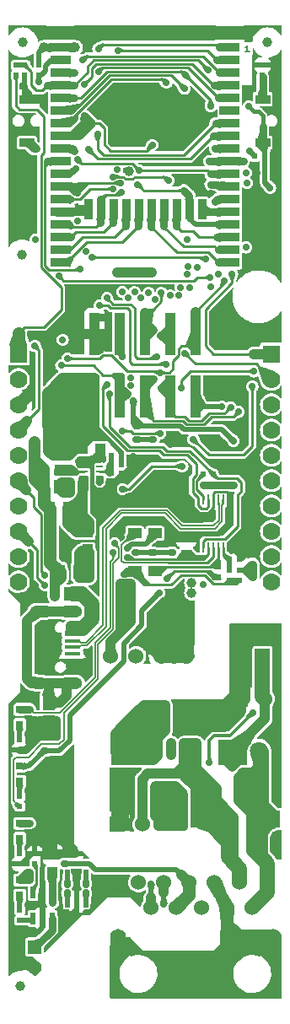
<source format=gbr>
%TF.GenerationSoftware,KiCad,Pcbnew,7.0.11-7.0.11~ubuntu22.04.1*%
%TF.CreationDate,2025-02-21T15:51:22+02:00*%
%TF.ProjectId,ESP32-PoE-ISO_Rev_M,45535033-322d-4506-9f45-2d49534f5f52,M*%
%TF.SameCoordinates,PX55f9470PYb36f0f0*%
%TF.FileFunction,Copper,L1,Top*%
%TF.FilePolarity,Positive*%
%FSLAX46Y46*%
G04 Gerber Fmt 4.6, Leading zero omitted, Abs format (unit mm)*
G04 Created by KiCad (PCBNEW 7.0.11-7.0.11~ubuntu22.04.1) date 2025-02-21 15:51:22*
%MOMM*%
%LPD*%
G01*
G04 APERTURE LIST*
%ADD10C,0.158750*%
%TA.AperFunction,NonConductor*%
%ADD11C,0.158750*%
%TD*%
%TA.AperFunction,FiducialPad,Global*%
%ADD12C,1.000000*%
%TD*%
%TA.AperFunction,SMDPad,CuDef*%
%ADD13R,0.550000X0.500000*%
%TD*%
%TA.AperFunction,SMDPad,CuDef*%
%ADD14R,1.500000X0.900000*%
%TD*%
%TA.AperFunction,SMDPad,CuDef*%
%ADD15R,1.016000X1.016000*%
%TD*%
%TA.AperFunction,SMDPad,CuDef*%
%ADD16R,0.550000X1.200000*%
%TD*%
%TA.AperFunction,SMDPad,CuDef*%
%ADD17R,0.800000X0.800000*%
%TD*%
%TA.AperFunction,SMDPad,CuDef*%
%ADD18R,1.000000X1.400000*%
%TD*%
%TA.AperFunction,SMDPad,CuDef*%
%ADD19R,1.800000X0.900000*%
%TD*%
%TA.AperFunction,SMDPad,CuDef*%
%ADD20R,0.500000X0.550000*%
%TD*%
%TA.AperFunction,SMDPad,CuDef*%
%ADD21R,0.700000X0.250000*%
%TD*%
%TA.AperFunction,SMDPad,CuDef*%
%ADD22R,1.270000X1.524000*%
%TD*%
%TA.AperFunction,ComponentPad*%
%ADD23R,1.524000X1.524000*%
%TD*%
%TA.AperFunction,ComponentPad*%
%ADD24C,1.524000*%
%TD*%
%TA.AperFunction,SMDPad,CuDef*%
%ADD25R,0.250000X1.000000*%
%TD*%
%TA.AperFunction,SMDPad,CuDef*%
%ADD26R,1.400000X1.000000*%
%TD*%
%TA.AperFunction,ComponentPad*%
%ADD27O,1.800000X1.200000*%
%TD*%
%TA.AperFunction,SMDPad,CuDef*%
%ADD28R,1.000000X1.100000*%
%TD*%
%TA.AperFunction,SMDPad,CuDef*%
%ADD29R,1.650000X0.500000*%
%TD*%
%TA.AperFunction,SMDPad,CuDef*%
%ADD30R,1.650000X0.325000*%
%TD*%
%TA.AperFunction,ComponentPad*%
%ADD31O,1.600000X2.999999*%
%TD*%
%TA.AperFunction,SMDPad,CuDef*%
%ADD32R,1.000000X4.250000*%
%TD*%
%TA.AperFunction,SMDPad,CuDef*%
%ADD33R,1.524000X1.778000*%
%TD*%
%TA.AperFunction,SMDPad,CuDef*%
%ADD34R,3.000000X2.500000*%
%TD*%
%TA.AperFunction,SMDPad,CuDef*%
%ADD35R,2.000000X1.700000*%
%TD*%
%TA.AperFunction,SMDPad,CuDef*%
%ADD36R,1.746000X1.192000*%
%TD*%
%TA.AperFunction,SMDPad,CuDef*%
%ADD37R,2.000000X0.900000*%
%TD*%
%TA.AperFunction,SMDPad,CuDef*%
%ADD38R,0.900000X2.000000*%
%TD*%
%TA.AperFunction,ComponentPad*%
%ADD39C,1.300000*%
%TD*%
%TA.AperFunction,ComponentPad*%
%ADD40C,2.000000*%
%TD*%
%TA.AperFunction,SMDPad,CuDef*%
%ADD41R,5.000000X5.000000*%
%TD*%
%TA.AperFunction,ComponentPad*%
%ADD42R,1.400000X1.400000*%
%TD*%
%TA.AperFunction,ComponentPad*%
%ADD43C,1.400000*%
%TD*%
%TA.AperFunction,ComponentPad*%
%ADD44R,1.778000X1.778000*%
%TD*%
%TA.AperFunction,ComponentPad*%
%ADD45C,1.778000*%
%TD*%
%TA.AperFunction,ComponentPad*%
%ADD46C,0.700000*%
%TD*%
%TA.AperFunction,ComponentPad*%
%ADD47R,1.600000X1.600000*%
%TD*%
%TA.AperFunction,ComponentPad*%
%ADD48C,1.800000*%
%TD*%
%TA.AperFunction,ViaPad*%
%ADD49C,0.700000*%
%TD*%
%TA.AperFunction,ViaPad*%
%ADD50C,1.000000*%
%TD*%
%TA.AperFunction,Conductor*%
%ADD51C,1.270000*%
%TD*%
%TA.AperFunction,Conductor*%
%ADD52C,0.254000*%
%TD*%
%TA.AperFunction,Conductor*%
%ADD53C,0.762000*%
%TD*%
%TA.AperFunction,Conductor*%
%ADD54C,1.016000*%
%TD*%
%TA.AperFunction,Conductor*%
%ADD55C,1.219200*%
%TD*%
%TA.AperFunction,Conductor*%
%ADD56C,0.508000*%
%TD*%
%TA.AperFunction,Conductor*%
%ADD57C,0.406400*%
%TD*%
%TA.AperFunction,Conductor*%
%ADD58C,0.355600*%
%TD*%
%TA.AperFunction,Conductor*%
%ADD59C,1.524000*%
%TD*%
%TA.AperFunction,Conductor*%
%ADD60C,0.127000*%
%TD*%
%TA.AperFunction,Conductor*%
%ADD61C,0.250000*%
%TD*%
%TA.AperFunction,Conductor*%
%ADD62C,0.304800*%
%TD*%
%TA.AperFunction,Conductor*%
%ADD63C,0.965200*%
%TD*%
%TA.AperFunction,Conductor*%
%ADD64C,0.203200*%
%TD*%
%TA.AperFunction,Conductor*%
%ADD65C,0.152400*%
%TD*%
%TA.AperFunction,Conductor*%
%ADD66C,0.711200*%
%TD*%
%TA.AperFunction,Conductor*%
%ADD67C,0.157480*%
%TD*%
%TA.AperFunction,Conductor*%
%ADD68C,1.778000*%
%TD*%
G04 APERTURE END LIST*
D10*
D11*
X24458428Y95281492D02*
X24095571Y95281492D01*
X24276999Y95281492D02*
X24276999Y95916492D01*
X24276999Y95916492D02*
X24216523Y95825778D01*
X24216523Y95825778D02*
X24156047Y95765302D01*
X24156047Y95765302D02*
X24095571Y95735064D01*
D12*
%TO.P,FID3,Fid1,FID\u002A*%
%TO.N,unconnected-(FID3-FID\u002A-PadFid1)*%
X1500000Y1500000D03*
%TD*%
%TO.P,FID2,Fid1,FID\u002A*%
%TO.N,unconnected-(FID2-FID\u002A-PadFid1)*%
X26300000Y96200000D03*
%TD*%
D13*
%TO.P,R32,1*%
%TO.N,+3.3V*%
X3322000Y93916000D03*
%TO.P,R32,2*%
%TO.N,/ESP_EN*%
X3322000Y92900000D03*
%TD*%
D14*
%TO.P,BUT1,1*%
%TO.N,/GPI34{slash}BUT1*%
X25809000Y86151000D03*
%TO.P,BUT1,2*%
%TO.N,Net-(BUT1-Pad2)*%
X25809000Y90505000D03*
%TD*%
D15*
%TO.P,C1,1*%
%TO.N,+5V*%
X4719000Y12890000D03*
%TO.P,C1,2*%
%TO.N,GND*%
X4719000Y14668000D03*
%TD*%
D16*
%TO.P,U3,1,CHRGb*%
%TO.N,Net-(U3-CHRGb)*%
X2753000Y8288000D03*
%TO.P,U3,2,GND*%
%TO.N,GND*%
X3703000Y8288000D03*
%TO.P,U3,3,VBAT*%
%TO.N,Net-(U3-VBAT)*%
X4653000Y8288000D03*
%TO.P,U3,4,VCC*%
%TO.N,+5V*%
X4653000Y10888000D03*
%TO.P,U3,5,PROG*%
%TO.N,Net-(U3-PROG)*%
X2753000Y10888000D03*
%TD*%
D13*
%TO.P,R6,1*%
%TO.N,Net-(U3-PROG)*%
X2941000Y13779000D03*
%TO.P,R6,2*%
%TO.N,GND*%
X2941000Y14795000D03*
%TD*%
%TO.P,R4,1*%
%TO.N,+5V*%
X1036000Y92900000D03*
%TO.P,R4,2*%
%TO.N,/GPI39*%
X1036000Y93916000D03*
%TD*%
%TO.P,R9,1*%
%TO.N,/GPI39*%
X1925000Y93916000D03*
%TO.P,R9,2*%
%TO.N,GND*%
X1925000Y92900000D03*
%TD*%
D17*
%TO.P,CHRG1,1,K*%
%TO.N,Net-(CHRG1-K)*%
X1417000Y10604000D03*
%TO.P,CHRG1,2,A*%
%TO.N,+5V*%
X1417000Y12128000D03*
%TD*%
%TO.P,PWR1,1,K*%
%TO.N,Net-(PWR1-K)*%
X1417000Y16319000D03*
%TO.P,PWR1,2,A*%
%TO.N,+5V*%
X1417000Y17843000D03*
%TD*%
D13*
%TO.P,R5,1*%
%TO.N,Net-(PWR1-K)*%
X1417000Y14795000D03*
%TO.P,R5,2*%
%TO.N,GND*%
X1417000Y13779000D03*
%TD*%
D12*
%TO.P,FID1,Fid1,FID\u002A*%
%TO.N,unconnected-(FID1-FID\u002A-PadFid1)*%
X1700000Y96200000D03*
%TD*%
D14*
%TO.P,RST1,1*%
%TO.N,/ESP_EN*%
X2171000Y86151000D03*
%TO.P,RST1,2*%
%TO.N,GND*%
X2171000Y90505000D03*
%TD*%
D13*
%TO.P,C11,1*%
%TO.N,Net-(LAN_CON1-RCT)*%
X7005000Y13779000D03*
%TO.P,C11,2*%
%TO.N,GND*%
X7005000Y14795000D03*
%TD*%
D18*
%TO.P,FET1,1*%
%TO.N,+5VP*%
X7319960Y43080440D03*
%TO.P,FET1,2*%
%TO.N,+5V*%
X5417500Y43080440D03*
%TO.P,FET1,3*%
%TO.N,/+5V_USB*%
X6372540Y40870640D03*
%TD*%
D19*
%TO.P,L2,1,1*%
%TO.N,Net-(U7-SW)*%
X5750000Y53350000D03*
%TO.P,L2,2,2*%
%TO.N,+3.3V*%
X5750000Y54750000D03*
%TD*%
D20*
%TO.P,R30,1*%
%TO.N,Net-(U7-FB)*%
X10642000Y52950000D03*
%TO.P,R30,2*%
%TO.N,GND*%
X11658000Y52950000D03*
%TD*%
%TO.P,R29,1*%
%TO.N,Net-(U7-FB)*%
X10642000Y53850000D03*
%TO.P,R29,2*%
%TO.N,+3.3V*%
X11658000Y53850000D03*
%TD*%
D15*
%TO.P,C6,1*%
%TO.N,Net-(D3-K)*%
X7761000Y50850000D03*
%TO.P,C6,2*%
%TO.N,GND*%
X9539000Y50850000D03*
%TD*%
D21*
%TO.P,U7,1,GND*%
%TO.N,GND*%
X7900000Y53650000D03*
%TO.P,U7,2,SW*%
%TO.N,Net-(U7-SW)*%
X7900000Y53150000D03*
%TO.P,U7,3,VIN*%
%TO.N,Net-(D3-K)*%
X7900000Y52650000D03*
%TO.P,U7,4,EN*%
X9400000Y52650000D03*
%TO.P,U7,5,FB*%
%TO.N,Net-(U7-FB)*%
X9400000Y53150000D03*
%TO.P,U7,6,PG*%
%TO.N,unconnected-(U7-PG-Pad6)*%
X9400000Y53650000D03*
%TD*%
D15*
%TO.P,C22,1*%
%TO.N,+3.3V*%
X7761000Y55450000D03*
%TO.P,C22,2*%
%TO.N,GND*%
X9539000Y55450000D03*
%TD*%
D13*
%TO.P,R14,1*%
%TO.N,Net-(LNK1-K)*%
X1417000Y20510000D03*
%TO.P,R14,2*%
%TO.N,Net-(U4-LED2{slash}NINTSEL)*%
X1417000Y19494000D03*
%TD*%
D17*
%TO.P,LNK1,1,K*%
%TO.N,Net-(LNK1-K)*%
X1417000Y22034000D03*
%TO.P,LNK1,2,A*%
%TO.N,Net-(LAN_CON1-RCT)*%
X1417000Y23558000D03*
%TD*%
D13*
%TO.P,R15,1*%
%TO.N,Net-(ACT1-K)*%
X1417000Y26225000D03*
%TO.P,R15,2*%
%TO.N,GND*%
X1417000Y25209000D03*
%TD*%
D17*
%TO.P,ACT1,1,K*%
%TO.N,Net-(ACT1-K)*%
X1417000Y27749000D03*
%TO.P,ACT1,2,A*%
%TO.N,Net-(ACT1-A)*%
X1417000Y29273000D03*
%TD*%
D22*
%TO.P,L3,1,1*%
%TO.N,Net-(L3-Pad1)*%
X4338000Y29908000D03*
%TO.P,L3,2,2*%
%TO.N,GND*%
X4338000Y27876000D03*
%TD*%
D15*
%TO.P,C7,1*%
%TO.N,/+5V_USB*%
X18150000Y44761000D03*
%TO.P,C7,2*%
%TO.N,GND*%
X18150000Y46539000D03*
%TD*%
D18*
%TO.P,FET2,1*%
%TO.N,+5V*%
X4404040Y49374560D03*
%TO.P,FET2,2*%
%TO.N,Net-(D3-K)*%
X6306500Y49374560D03*
%TO.P,FET2,3*%
%TO.N,Net-(U3-VBAT)*%
X5351460Y51584360D03*
%TD*%
D13*
%TO.P,R18,1*%
%TO.N,/+5V_USB*%
X21350000Y42542000D03*
%TO.P,R18,2*%
%TO.N,Net-(D7-A)*%
X21350000Y43558000D03*
%TD*%
D23*
%TO.P,DCDC1,1,Vin+*%
%TO.N,/5V_DCDC*%
X25801000Y34607000D03*
D24*
%TO.P,DCDC1,2,Vin-*%
%TO.N,Earth*%
X23261000Y34607000D03*
%TO.P,DCDC1,4,Vout-*%
%TO.N,GND*%
X18181000Y34607000D03*
%TO.P,DCDC1,5,Vout-*%
X15641000Y34607000D03*
%TO.P,DCDC1,6,Vout+*%
%TO.N,+5VP*%
X13101000Y34607000D03*
%TO.P,DCDC1,7,Vout+*%
X10561000Y34607000D03*
%TD*%
%TO.P,C27,1,+*%
%TO.N,Spare1*%
X13716000Y17716000D03*
D23*
%TO.P,C27,2,-*%
%TO.N,Earth*%
X11216000Y17716000D03*
%TD*%
D25*
%TO.P,U1,1,UD+*%
%TO.N,/USB_D+*%
X21850000Y50300000D03*
%TO.P,U1,2,UD-*%
%TO.N,/USB_D-*%
X21350000Y50300000D03*
%TO.P,U1,3,GND*%
%TO.N,GND*%
X20850000Y50300000D03*
%TO.P,U1,4,RTS#*%
%TO.N,Net-(Q2-E)*%
X20350000Y50300000D03*
%TO.P,U1,5,CTS#*%
%TO.N,Net-(U1-CTS#)*%
X19850000Y50300000D03*
%TO.P,U1,6,TNOW/DTR#*%
%TO.N,Net-(Q3-E)*%
X19850000Y45500000D03*
%TO.P,U1,7,VCC*%
%TO.N,/+5V_USB*%
X20350000Y45500000D03*
%TO.P,U1,8,TXD*%
%TO.N,Net-(D6-K)*%
X20850000Y45500000D03*
%TO.P,U1,9,RXD*%
%TO.N,Net-(D7-A)*%
X21350000Y45500000D03*
%TO.P,U1,10,V3*%
%TO.N,Net-(U1-V3)*%
X21850000Y45500000D03*
%TD*%
D13*
%TO.P,R19,1*%
%TO.N,Net-(U1-V3)*%
X22450000Y43258000D03*
%TO.P,R19,2*%
%TO.N,/GPIO3{slash}U0RXD*%
X22450000Y42242000D03*
%TD*%
D26*
%TO.P,D6,1,K*%
%TO.N,Net-(D6-K)*%
X12974000Y46921000D03*
%TO.P,D6,2,A*%
%TO.N,/GPIO3{slash}U0RXD*%
X12974000Y43121000D03*
%TD*%
%TO.P,D7,1,K*%
%TO.N,/GPIO1{slash}U0TXD*%
X15006000Y46921000D03*
%TO.P,D7,2,A*%
%TO.N,Net-(D7-A)*%
X15006000Y43121000D03*
%TD*%
D18*
%TO.P,D3,1,K*%
%TO.N,Net-(D3-K)*%
X8270000Y47180000D03*
%TO.P,D3,2,A*%
%TO.N,+5V*%
X4470000Y47180000D03*
%TD*%
%TO.P,D1,1,K*%
%TO.N,+5V*%
X4470000Y45148000D03*
%TO.P,D1,2,A*%
%TO.N,+5VP*%
X8270000Y45148000D03*
%TD*%
D13*
%TO.P,R17,1*%
%TO.N,+3.3V*%
X23450000Y43258000D03*
%TO.P,R17,2*%
%TO.N,/GPIO3{slash}U0RXD*%
X23450000Y42242000D03*
%TD*%
D27*
%TO.P,USB-UART1,0*%
%TO.N,Net-(L3-Pad1)*%
X6796000Y31896000D03*
X6796000Y39096000D03*
X3326000Y31896000D03*
X3326000Y39096000D03*
D28*
X2176000Y33996000D03*
X2176000Y36996000D03*
D29*
%TO.P,USB-UART1,1,VBUS*%
%TO.N,/+5V_USB*%
X6726000Y36883500D03*
D30*
%TO.P,USB-UART1,2,D-*%
%TO.N,/USB_D-*%
X6726000Y36146000D03*
%TO.P,USB-UART1,3,D+*%
%TO.N,/USB_D+*%
X6726000Y35496000D03*
%TO.P,USB-UART1,4,ID*%
%TO.N,unconnected-(USB-UART1-ID-Pad4)*%
X6726000Y34846000D03*
D29*
%TO.P,USB-UART1,5,GND*%
%TO.N,GND*%
X6726000Y34108500D03*
%TD*%
D16*
%TO.P,TVS1,1,I/O1*%
%TO.N,/RD+*%
X6182000Y9939000D03*
%TO.P,TVS1,2,GND*%
%TO.N,GND*%
X7132000Y9939000D03*
%TO.P,TVS1,3,I/O2*%
%TO.N,/TD+*%
X8082000Y9939000D03*
%TO.P,TVS1,4,I/O3*%
%TO.N,/TD-*%
X8082000Y12539000D03*
%TO.P,TVS1,5,I/O4*%
%TO.N,/RD-*%
X6182000Y12539000D03*
%TD*%
D31*
%TO.P,LAN_CON1,0,Shield*%
%TO.N,/ETH_Shield*%
X11250000Y5757000D03*
X26850000Y5757000D03*
D24*
%TO.P,LAN_CON1,1,TD+*%
%TO.N,/TD+*%
X13335000Y11897000D03*
%TO.P,LAN_CON1,2,TD-*%
%TO.N,/TD-*%
X14605000Y9357000D03*
%TO.P,LAN_CON1,3,RD+*%
%TO.N,/RD+*%
X15875000Y11897000D03*
%TO.P,LAN_CON1,4,TCT*%
%TO.N,Net-(LAN_CON1-RCT)*%
X17145000Y9357000D03*
%TO.P,LAN_CON1,5,RCT*%
X18415000Y11897000D03*
%TO.P,LAN_CON1,6,RD-*%
%TO.N,/RD-*%
X19685000Y9357000D03*
%TO.P,LAN_CON1,7,GND/NC*%
%TO.N,/ETH_Shield*%
X20955000Y11897000D03*
%TO.P,LAN_CON1,8,NC/GND*%
X22225000Y9357000D03*
%TO.P,LAN_CON1,9,PW+*%
%TO.N,Spare1*%
X23495000Y11897000D03*
%TO.P,LAN_CON1,10,PW-*%
%TO.N,Spare2*%
X24765000Y9357000D03*
%TD*%
D32*
%TO.P,UEXT1,1,1*%
%TO.N,+3.3V*%
X8910000Y60692000D03*
%TO.P,UEXT1,2,2*%
%TO.N,GND*%
X8910000Y66942000D03*
%TO.P,UEXT1,3,3*%
%TO.N,/GPIO4{slash}U1TXD*%
X11450000Y60692000D03*
%TO.P,UEXT1,4,4*%
%TO.N,Net-(D4-K)*%
X11450000Y66942000D03*
%TO.P,UEXT1,5,5*%
%TO.N,/GPIO16{slash}I2C-SCL*%
X13990000Y60692000D03*
%TO.P,UEXT1,6,6*%
%TO.N,/GPIO13{slash}I2C-SDA*%
X13990000Y66942000D03*
%TO.P,UEXT1,7,7*%
%TO.N,/GPIO15{slash}HS2_CMD*%
X16530000Y60692000D03*
%TO.P,UEXT1,8,8*%
%TO.N,/GPIO2{slash}HS2_DATA0*%
X16530000Y66942000D03*
%TO.P,UEXT1,9,9*%
%TO.N,/GPIO14{slash}HS2_CLK*%
X19070000Y60692000D03*
%TO.P,UEXT1,10,10*%
%TO.N,/GPIO5{slash}SPI_CS*%
X19070000Y66942000D03*
%TD*%
D20*
%TO.P,C8,1*%
%TO.N,Net-(U1-V3)*%
X22442000Y44350000D03*
%TO.P,C8,2*%
%TO.N,GND*%
X23458000Y44350000D03*
%TD*%
D33*
%TO.P,R28,1*%
%TO.N,/ILIM*%
X16530000Y18224000D03*
%TO.P,R28,2*%
%TO.N,Spare1*%
X19324000Y18224000D03*
%TD*%
D34*
%TO.P,L4,1,1*%
%TO.N,Net-(D5-K)*%
X12069000Y24955000D03*
%TO.P,L4,2,2*%
%TO.N,/5V_DCDC*%
X22769000Y24955000D03*
%TD*%
D24*
%TO.P,C26,1,+*%
%TO.N,/5V_DCDC*%
X26035000Y30289000D03*
D23*
%TO.P,C26,2,-*%
%TO.N,Earth*%
X23535000Y30289000D03*
%TD*%
D13*
%TO.P,R47,1*%
%TO.N,Net-(BUT1-Pad2)*%
X25801000Y92900000D03*
%TO.P,R47,2*%
%TO.N,GND*%
X25801000Y93916000D03*
%TD*%
%TO.P,R8,1*%
%TO.N,Net-(CHRG1-K)*%
X1417000Y9080000D03*
%TO.P,R8,2*%
%TO.N,Net-(U3-CHRGb)*%
X1417000Y8064000D03*
%TD*%
D15*
%TO.P,C24,1*%
%TO.N,Spare1*%
X22880000Y15684000D03*
%TO.P,C24,2*%
%TO.N,Spare2*%
X24658000Y15684000D03*
%TD*%
D35*
%TO.P,D10,1,K*%
%TO.N,Spare1*%
X21523000Y18224000D03*
D36*
X21650000Y18224000D03*
%TO.P,D10,2,A*%
%TO.N,Spare2*%
X26396000Y18224000D03*
D35*
X26523000Y18224000D03*
%TD*%
D37*
%TO.P,U6,1,GND*%
%TO.N,GND*%
X5490000Y96969000D03*
%TO.P,U6,2,VDD33(3V3)*%
%TO.N,+3.3V*%
X5490000Y95699000D03*
%TO.P,U6,3,EN*%
%TO.N,/ESP_EN*%
X5490000Y94429000D03*
%TO.P,U6,4,GPI36/SENSOR_VP/ADC1_CH0/RTC_GPIO0*%
%TO.N,/GPI36{slash}U1RXD*%
X5490000Y93159000D03*
%TO.P,U6,5,GPI39/SENSOR_VN/ADC1_CH3/RTC_GPIO3*%
%TO.N,/GPI39*%
X5490000Y91889000D03*
%TO.P,U6,6,GPI34/ADC1_CH6/RTC_GPIO4*%
%TO.N,/GPI34{slash}BUT1*%
X5490000Y90619000D03*
%TO.P,U6,7,GPI35/ADC1_CH7/RTC_GPIO5*%
%TO.N,/GPI35*%
X5490000Y89349000D03*
%TO.P,U6,8,GPIO32/XTAL_32K_P/ADC1_CH4/TOUCH9/RTC_GPIO9*%
%TO.N,/GPIO32*%
X5490000Y88079000D03*
%TO.P,U6,9,GPIO33/XTAL_32K_N/ADC1_CH5/TOUCH8/RTC_GPIO8*%
%TO.N,/GPIO33*%
X5490000Y86809000D03*
%TO.P,U6,10,GPIO25/DAC_1/ADC2_CH8/RTC_GPIO6/EMAC_RXD0*%
%TO.N,/GPIO25{slash}EMAC_RXD0(RMII)*%
X5490000Y85539000D03*
%TO.P,U6,11,GPIO26/DAC_2/ADC2_CH9/RTC_GPIO7/EMAC_RXD1*%
%TO.N,/GPIO26{slash}EMAC_RXD1(RMII)*%
X5490000Y84269000D03*
%TO.P,U6,12,GPIO27/ADC2_CH7/TOUCH7/RTC_GPIO17/EMAC_RX_DV*%
%TO.N,/GPIO27{slash}EMAC_RX_CRS_DV*%
X5490000Y82999000D03*
%TO.P,U6,13,GPIO14/ADC2_CH6/TOUCH6/RTC_GPIO16/MTMS/HSPICLK/HS2_CLK/SD_CLK/EMAC_TXD2*%
%TO.N,/GPIO14{slash}HS2_CLK*%
X5490000Y81729000D03*
%TO.P,U6,14,GPIO12/ADC2_CH5/TOUCH5/RTC_GPIO15/MTDI/HSPIQ/HS2_DATA2/SD_DATA2/EMAC_TXD3*%
%TO.N,/GPIO12{slash}PHY_PWR*%
X5490000Y80459000D03*
%TO.P,U6,15,GND*%
%TO.N,GND*%
X5490000Y79189000D03*
D38*
X8290000Y79459000D03*
D37*
%TO.P,U6,16,GPIO13/ADC2_CH4/TOUCH4/RTC_GPIO14/MTCK/HSPID/HS2_DATA3/SD_DATA3/EMAC_RX_ER*%
%TO.N,/GPIO13{slash}I2C-SDA*%
X5490000Y77919000D03*
D38*
X9560000Y79459000D03*
D37*
%TO.P,U6,17,NC*%
%TO.N,unconnected-(U6-NC-Pad17)*%
X5490000Y76649000D03*
D38*
X10830000Y79459000D03*
D37*
%TO.P,U6,18,NC*%
%TO.N,unconnected-(U6-NC-Pad18)*%
X5490000Y75379000D03*
D38*
X12100000Y79459000D03*
D37*
%TO.P,U6,19,NC*%
%TO.N,unconnected-(U6-NC-Pad19)*%
X5490000Y74109000D03*
D38*
X13370000Y79459000D03*
%TO.P,U6,20,NC*%
%TO.N,unconnected-(U6-NC-Pad20)*%
X14640000Y79459000D03*
D37*
X22490000Y74109000D03*
D38*
%TO.P,U6,21,NC*%
%TO.N,unconnected-(U6-NC-Pad21)*%
X15910000Y79459000D03*
D37*
X22490000Y75379000D03*
D38*
%TO.P,U6,22,NC*%
%TO.N,unconnected-(U6-NC-Pad22)*%
X17180000Y79459000D03*
D37*
X22490000Y76649000D03*
D38*
%TO.P,U6,23,GPIO15/ADC2_CH3/TOUCH3/MTDO/HSPICS0/RTC_GPIO13/HS2_CMD/SD_CMD/EMAC_RXD3*%
%TO.N,/GPIO15{slash}HS2_CMD*%
X18450000Y79459000D03*
D37*
X22490000Y77919000D03*
D38*
%TO.P,U6,24,GPIO2/ADC2_CH2/TOUCH2/RTC_GPIO12/HSPIWP/HS2_DATA0/SD_DATA0*%
%TO.N,/GPIO2{slash}HS2_DATA0*%
X19720000Y79459000D03*
D37*
X22490000Y79189000D03*
%TO.P,U6,25,GPIO0/ADC2_CH1/TOUCH1/RTC_GPIO11/CLK_OUT1/EMAC_TX_CLK*%
%TO.N,/GPIO0*%
X22490000Y80459000D03*
%TO.P,U6,26,GPIO4/ADC2_CH0/TOUCH0/RTC_GPIO10/HSPIHD/HS2_DATA1/SD_DATA1/EMAC_TX_ER*%
%TO.N,/GPIO4{slash}U1TXD*%
X22490000Y81729000D03*
%TO.P,U6,27,NC(GPIO16/HS1_DATA4/U2RXD/EMAC_CLK_OUT)*%
%TO.N,/GPIO16{slash}I2C-SCL*%
X22490000Y82999000D03*
%TO.P,U6,28,NC(GPIO17/HS1_DATA5/U2TXD/EMAC_CLK_OUT_180)*%
%TO.N,/GPIO17{slash}EMAC_CLK_OUT_180*%
X22490000Y84269000D03*
%TO.P,U6,29,GPIO5/VSPICS0/HS1_DATA6/EMAC_RX_CLK*%
%TO.N,/GPIO5{slash}SPI_CS*%
X22490000Y85539000D03*
%TO.P,U6,30,GPIO18/VSPICLK/HS1_DATA7*%
%TO.N,/GPIO18{slash}MDIO(RMII)*%
X22490000Y86809000D03*
%TO.P,U6,31,GPIO19/VSPIQ/U0CTS/EMAC_TXD0*%
%TO.N,/GPIO19{slash}EMAC_TXD0(RMII)*%
X22490000Y88079000D03*
%TO.P,U6,32,NC*%
%TO.N,unconnected-(U6-NC-Pad32)*%
X22490000Y89349000D03*
%TO.P,U6,33,GPIO21/VSPIHD/EMAC_TX_EN*%
%TO.N,/GPIO21{slash}EMAC_TX_EN(RMII)*%
X22490000Y90619000D03*
%TO.P,U6,34,GPIO3/U0RXD/CLK_OUT2*%
%TO.N,/GPIO3{slash}U0RXD*%
X22490000Y91889000D03*
%TO.P,U6,35,GPIO1/U0TXD/CLK_OUT3/EMAC_RXD2*%
%TO.N,/GPIO1{slash}U0TXD*%
X22490000Y93159000D03*
%TO.P,U6,36,GPIO22/VSPIWP/U0RTS/EMAC_TXD1*%
%TO.N,/GPIO22{slash}EMAC_TXD1(RMII)*%
X22490000Y94429000D03*
%TO.P,U6,37,GPIO23/VSPID/HS1_STROBE*%
%TO.N,/GPIO23{slash}MDC(RMII)*%
X22490000Y95699000D03*
%TO.P,U6,38,GND*%
%TO.N,GND*%
X22490000Y96969000D03*
D39*
%TO.P,U6,39,THERMAL_PAD*%
X11190000Y91259000D03*
X11190000Y89459000D03*
X11190000Y87659000D03*
X12990000Y91259000D03*
D40*
X12990000Y89459000D03*
D41*
X12990000Y89459000D03*
D39*
X12990000Y87659000D03*
X14790000Y91259000D03*
X14790000Y89459000D03*
X14790000Y87659000D03*
%TD*%
D20*
%TO.P,R48,1*%
%TO.N,+3.3V*%
X25039000Y84772000D03*
%TO.P,R48,2*%
%TO.N,/GPI34{slash}BUT1*%
X26055000Y84772000D03*
%TD*%
D42*
%TO.P,BAT1,1*%
%TO.N,Net-(U3-VBAT)*%
X2920680Y5409700D03*
D43*
%TO.P,BAT1,2*%
%TO.N,GND*%
X2923220Y3380240D03*
%TD*%
D20*
%TO.P,R43,1*%
%TO.N,Net-(Q3-E)*%
X20858000Y52850000D03*
%TO.P,R43,2*%
%TO.N,Net-(U1-CTS#)*%
X19842000Y52850000D03*
%TD*%
%TO.P,C30,1*%
%TO.N,Net-(U7-FB)*%
X10642000Y54750000D03*
%TO.P,C30,2*%
%TO.N,+3.3V*%
X11658000Y54750000D03*
%TD*%
D12*
%TO.P,FID7,Fid1,FID\u002A*%
%TO.N,unconnected-(FID7-FID\u002A-PadFid1)*%
X1650000Y74900000D03*
%TD*%
D44*
%TO.P,EXT2,1*%
%TO.N,/GPI39*%
X26690000Y64930000D03*
D45*
%TO.P,EXT2,2*%
%TO.N,/GPI36{slash}U1RXD*%
X26690000Y62390000D03*
%TO.P,EXT2,3*%
%TO.N,/GPI35*%
X26690000Y59850000D03*
%TO.P,EXT2,4*%
%TO.N,/GPI34{slash}BUT1*%
X26690000Y57310000D03*
%TO.P,EXT2,5*%
%TO.N,/GPIO33*%
X26690000Y54770000D03*
%TO.P,EXT2,6*%
%TO.N,/GPIO32*%
X26690000Y52230000D03*
%TO.P,EXT2,7*%
%TO.N,/GPIO16{slash}I2C-SCL*%
X26690000Y49690000D03*
%TO.P,EXT2,8*%
%TO.N,/GPIO15{slash}HS2_CMD*%
X26690000Y47150000D03*
%TO.P,EXT2,9*%
%TO.N,/GPIO14{slash}HS2_CLK*%
X26690000Y44610000D03*
%TO.P,EXT2,10*%
%TO.N,/GPIO13{slash}I2C-SDA*%
X26690000Y42070000D03*
%TD*%
D44*
%TO.P,EXT1,1*%
%TO.N,+5V*%
X1290000Y64930000D03*
D45*
%TO.P,EXT1,2*%
%TO.N,+3.3V*%
X1290000Y62390000D03*
%TO.P,EXT1,3*%
%TO.N,GND*%
X1290000Y59850000D03*
%TO.P,EXT1,4*%
%TO.N,/ESP_EN*%
X1290000Y57310000D03*
%TO.P,EXT1,5*%
%TO.N,/GPIO0*%
X1290000Y54770000D03*
%TO.P,EXT1,6*%
%TO.N,/GPIO1{slash}U0TXD*%
X1290000Y52230000D03*
%TO.P,EXT1,7*%
%TO.N,/GPIO2{slash}HS2_DATA0*%
X1290000Y49690000D03*
%TO.P,EXT1,8*%
%TO.N,/GPIO3{slash}U0RXD*%
X1290000Y47150000D03*
%TO.P,EXT1,9*%
%TO.N,/GPIO4{slash}U1TXD*%
X1290000Y44610000D03*
%TO.P,EXT1,10*%
%TO.N,/GPIO5{slash}SPI_CS*%
X1290000Y42070000D03*
%TD*%
D46*
%TO.P,U4,33,GND*%
%TO.N,GND*%
X14760000Y49944000D03*
X15760000Y49944000D03*
X13960000Y50744000D03*
X16560000Y50744000D03*
D47*
X15260000Y51244000D03*
D46*
X13960000Y51744000D03*
X16560000Y51744000D03*
X14760000Y52544000D03*
X15760000Y52544000D03*
%TD*%
D48*
%TO.P,U5,9,ILIM*%
%TO.N,/ILIM*%
X17292000Y20504000D03*
%TD*%
%TO.P,U2,9,EPAD*%
%TO.N,Spare2*%
X25450000Y25150000D03*
%TD*%
D49*
%TO.N,+5V*%
X2433000Y12890000D03*
X2433000Y12128000D03*
X4653014Y11935014D03*
X2433000Y17843000D03*
X4719000Y9842000D03*
D50*
X4973000Y40576000D03*
X2941000Y56070000D03*
D49*
%TO.N,GND*%
X15514000Y37401000D03*
D50*
X16403000Y36258000D03*
X16403000Y37401000D03*
X5354000Y23177000D03*
X5354000Y22161000D03*
X5354000Y21145000D03*
X5354000Y20129000D03*
X6370000Y20129000D03*
D49*
X7259000Y33337000D03*
X8021000Y33337000D03*
X8021000Y34099000D03*
D50*
X6370000Y16954000D03*
X6370000Y19113000D03*
X6370000Y18097000D03*
X5354000Y19113000D03*
X5354000Y18097000D03*
X6370000Y24193000D03*
D49*
X3449000Y28257000D03*
X3449000Y27495000D03*
X19959000Y56324000D03*
X11630325Y46526490D03*
X3449000Y26669500D03*
X5100000Y26669500D03*
X8910000Y50050000D03*
X17419000Y40957000D03*
X1671000Y40703000D03*
X6624000Y8699000D03*
X16614997Y40957000D03*
X17927000Y48364257D03*
D50*
X17800000Y96969000D03*
X15260000Y96969000D03*
X12720000Y96969000D03*
X10180000Y96969000D03*
X7640000Y96969000D03*
D49*
X27198000Y91630000D03*
X27198000Y89250000D03*
X27198000Y86169000D03*
X27198000Y84645000D03*
X26563000Y66611000D03*
X27198000Y67500000D03*
X782000Y77025000D03*
X782000Y79565000D03*
X782000Y82105000D03*
X782000Y84645000D03*
X782000Y87350000D03*
X782000Y78295000D03*
X782000Y80835000D03*
X782000Y83375000D03*
X782000Y85915000D03*
X27198000Y92900000D03*
X27198000Y90360000D03*
X27198000Y87400000D03*
X18816000Y48364257D03*
D50*
X6370000Y23177000D03*
D49*
X5734997Y7428997D03*
X6050000Y45649990D03*
X9799000Y68643000D03*
X7350000Y54250000D03*
X12850000Y54646000D03*
X1036000Y4000000D03*
X8850000Y51321000D03*
X10750000Y51350000D03*
X7513000Y79184000D03*
D50*
X16911000Y34607000D03*
D49*
X6497000Y33337000D03*
X22849994Y45350000D03*
X27198000Y93916000D03*
D50*
X20340000Y96969000D03*
D49*
X1925000Y91757000D03*
X10950000Y46893490D03*
X3703000Y9588000D03*
X19705000Y48364257D03*
X1417000Y30352504D03*
X5734997Y8400000D03*
D50*
X12348537Y83245355D03*
X3703000Y96964000D03*
D49*
X2814000Y9588000D03*
X8150000Y54250000D03*
X24023000Y49974000D03*
X1544000Y87350000D03*
X4274500Y26669500D03*
X9799000Y65752990D03*
X25293000Y83121000D03*
X3703000Y10477000D03*
X9750000Y54450000D03*
X10350000Y52050000D03*
X12850000Y53900000D03*
X16550000Y55850000D03*
X19324000Y84264000D03*
D50*
X24277000Y96964000D03*
D49*
X20600000Y81050000D03*
X24023000Y46750000D03*
X3873642Y90022636D03*
%TO.N,Net-(ACT1-A)*%
X10815006Y45021000D03*
D50*
%TO.N,Net-(U3-VBAT)*%
X6497000Y52006000D03*
X6497000Y50990000D03*
D49*
%TO.N,/GPI34{slash}BUT1*%
X18323816Y73723442D03*
X24404000Y89788500D03*
X26563000Y81597000D03*
X20600000Y89800308D03*
X18100000Y92900000D03*
%TO.N,/ESP_EN*%
X3068000Y85534000D03*
X2941000Y65722000D03*
X3322000Y92265000D03*
%TO.N,Net-(D3-K)*%
X9450008Y52050000D03*
X7850000Y52050000D03*
D50*
%TO.N,+3.3V*%
X18689000Y41973000D03*
X18689000Y40957000D03*
X7640000Y58737000D03*
X7640000Y57721000D03*
X7640000Y56705000D03*
D49*
X6878000Y58229000D03*
X6878000Y57213000D03*
X12593000Y61785000D03*
D50*
X7640000Y59753000D03*
D49*
X6878000Y59245000D03*
X6878000Y56150000D03*
X24850000Y42550000D03*
X19850000Y41825000D03*
X12593000Y62547000D03*
D50*
X11201221Y73145871D03*
X7005000Y95694000D03*
D49*
X6878000Y55250000D03*
D50*
X3830000Y95694000D03*
D49*
X6878000Y60250000D03*
X24531000Y85280000D03*
D50*
X14678205Y73145973D03*
D49*
X24850006Y43850000D03*
%TO.N,Net-(LAN_CON1-RCT)*%
X14752000Y45021000D03*
X5829490Y13779000D03*
X3830000Y25082006D03*
X15400000Y40949996D03*
X12941479Y45021000D03*
X16784000Y45021000D03*
D50*
%TO.N,Net-(D5-K)*%
X14371000Y25971000D03*
X14371000Y24828000D03*
X15895000Y29273000D03*
X15895000Y28130000D03*
X15895000Y26987000D03*
X11323000Y26733000D03*
X12593000Y26733000D03*
X12593000Y28130000D03*
D49*
%TO.N,/GPIO2{slash}HS2_DATA0*%
X7259004Y78295000D03*
X5735000Y66357000D03*
X15514000Y66772038D03*
X20950014Y79184000D03*
%TO.N,/GPI36{slash}U1RXD*%
X6872988Y93159000D03*
X10180000Y70548000D03*
X18000000Y65025000D03*
X15182150Y64675032D03*
%TO.N,Net-(D4-K)*%
X11742461Y64666362D03*
%TO.N,/GPIO3{slash}U0RXD*%
X7866923Y91992412D03*
X3957000Y41719000D03*
X11849993Y42830993D03*
%TO.N,/GPIO1{slash}U0TXD*%
X12210479Y45421863D03*
X3957000Y42735000D03*
X7743852Y94438184D03*
%TO.N,Net-(D9-K)*%
X18213502Y76393137D03*
X2971979Y76390000D03*
%TO.N,/+5V_USB*%
X12200000Y44500000D03*
X16225000Y42425000D03*
X7894000Y40068000D03*
X7386000Y40870640D03*
X8402000Y40703000D03*
%TO.N,/GPIO4{slash}U1TXD*%
X12330368Y60906787D03*
X20600000Y81949994D03*
X24912000Y63182000D03*
X5584918Y63779687D03*
X21333610Y72950000D03*
X17673000Y61531000D03*
%TO.N,/GPIO5{slash}SPI_CS*%
X15514000Y63055000D03*
X21050000Y85534000D03*
X21991000Y72250000D03*
X6211993Y64483001D03*
%TO.N,/GPIO13{slash}I2C-SDA*%
X15641000Y71056004D03*
X11600000Y81150004D03*
X14851995Y67345995D03*
%TO.N,/GPIO14{slash}HS2_CLK*%
X21737000Y59626010D03*
X11575674Y82089803D03*
X16530000Y70802000D03*
X7180276Y81063000D03*
%TO.N,/GPIO16{slash}I2C-SCL*%
X14879000Y62420000D03*
X7216628Y84434014D03*
X23388000Y59118000D03*
X17575201Y71627235D03*
X13385990Y83375000D03*
%TO.N,/GPIO15{slash}HS2_CMD*%
X17419000Y70802000D03*
X15641000Y61531000D03*
X17927000Y81343000D03*
X13261099Y81961837D03*
X22597155Y59597155D03*
D50*
%TO.N,Earth*%
X27134500Y16573000D03*
X11958000Y21145000D03*
D49*
X22880000Y29019000D03*
D50*
X18689000Y29654000D03*
X18689000Y27368000D03*
X18689000Y28511000D03*
D49*
X19705000Y28892000D03*
X19705000Y28130000D03*
X19705000Y27368000D03*
D50*
X17546000Y28511000D03*
X17546000Y27368000D03*
X17546000Y29654000D03*
D49*
X10942000Y19621000D03*
X10942000Y18859000D03*
D50*
X11958000Y20129000D03*
X11958000Y19113000D03*
D49*
X27198000Y37401000D03*
X27198000Y36639000D03*
X27250000Y28900000D03*
X19705000Y29654000D03*
X27250000Y29650000D03*
X27134500Y20550000D03*
D50*
X11958000Y22161000D03*
D49*
X22880000Y28257000D03*
X10942000Y20383000D03*
D50*
X27134500Y15557000D03*
%TO.N,+5VP*%
X8402000Y42481000D03*
X8402000Y43624000D03*
X12593000Y41846000D03*
X11577000Y37020000D03*
X12339000Y37782000D03*
X11577000Y40703000D03*
X11577000Y41846000D03*
%TO.N,Spare1*%
X17927000Y25844000D03*
X21737000Y16827000D03*
X21737000Y19621000D03*
D49*
X22753000Y14450000D03*
D50*
X17927000Y24701000D03*
D49*
X17927000Y22415000D03*
%TO.N,Spare2*%
X25150000Y23650000D03*
X26050000Y23650000D03*
X23197500Y20150000D03*
X23197500Y21278501D03*
X23768999Y20707001D03*
%TO.N,/GPIO33*%
X7900000Y88850000D03*
X14729966Y85914994D03*
X18190480Y72907249D03*
%TO.N,/GPIO32*%
X16150000Y92150000D03*
X18465968Y71590669D03*
%TO.N,/GPI39*%
X20338013Y93406017D03*
X22753000Y72950000D03*
%TO.N,Net-(MICRO_SD1-DAT1{slash}RES)*%
X16350000Y82350000D03*
X10768728Y82710522D03*
%TO.N,Net-(MICRO_SD1-DAT0{slash}DO)*%
X24150000Y83121000D03*
X11201642Y83415174D03*
%TO.N,Net-(Q2-E)*%
X20102304Y74470097D03*
X8674640Y74618823D03*
X10180005Y61850000D03*
%TO.N,Net-(Q3-E)*%
X8070630Y75204430D03*
X24150000Y75628000D03*
X10400000Y60950002D03*
%TO.N,Net-(U4-LED2{slash}NINTSEL)*%
X10942000Y45910000D03*
%TO.N,+3.3VLAN*%
X13100997Y57721003D03*
X22880000Y56197000D03*
X19831990Y51752000D03*
X24246010Y82105000D03*
X22880000Y51752000D03*
X13101000Y56324000D03*
X14879000Y56324000D03*
X12847000Y60261000D03*
%TO.N,/GPIO0*%
X5379400Y72737990D03*
X20550354Y72605363D03*
X21024995Y80224995D03*
%TO.N,/GPI35*%
X6820522Y89627157D03*
X17950000Y91550000D03*
X19228372Y73617481D03*
%TO.N,Net-(U2-CDB)*%
X24814996Y28900000D03*
X20467000Y23939000D03*
%TO.N,Net-(U4-RXER{slash}RXD4{slash}PHYAD0)*%
X15514000Y56959000D03*
X11704000Y57213000D03*
%TO.N,/GPIO27{slash}EMAC_RX_CRS_DV*%
X7050000Y83550000D03*
X9418000Y69786000D03*
X16150012Y63913010D03*
%TO.N,/GPIO25{slash}EMAC_RXD0(RMII)*%
X6900004Y85350000D03*
%TO.N,/GPIO18{slash}MDIO(RMII)*%
X8295901Y85494253D03*
X11704000Y71183000D03*
%TO.N,/GPIO26{slash}EMAC_RXD1(RMII)*%
X7513000Y73469000D03*
%TO.N,/GPIO12{slash}PHY_PWR*%
X10803289Y81502510D03*
X14982644Y70428484D03*
%TO.N,/TD+*%
X8084500Y10856487D03*
%TO.N,/TD-*%
X14625000Y11747040D03*
X8084500Y11683500D03*
%TO.N,/RD+*%
X6179499Y10855290D03*
X15894996Y9715000D03*
%TO.N,/RD-*%
X6180699Y11682301D03*
D50*
%TO.N,/ETH_Shield*%
X18435000Y900000D03*
X20750000Y900000D03*
X27237990Y762010D03*
X27237990Y2150000D03*
X19705000Y1450000D03*
X21850000Y1450000D03*
X25250000Y5270000D03*
X12720000Y5270000D03*
X10942000Y825000D03*
X10942000Y3250000D03*
X25250000Y6667000D03*
X27237990Y3400000D03*
X17165000Y1450000D03*
X15895000Y900000D03*
X10942000Y1950000D03*
X22850000Y900000D03*
D49*
%TO.N,/GPIO22{slash}EMAC_TXD1(RMII)*%
X14371000Y71056000D03*
X11292065Y95409065D03*
%TO.N,/GPIO19{slash}EMAC_TXD0(RMII)*%
X13609000Y70548000D03*
X9256291Y86985895D03*
%TO.N,/GPIO21{slash}EMAC_TX_EN(RMII)*%
X9300000Y93300000D03*
X12945155Y71154155D03*
%TO.N,/GPIO23{slash}MDC(RMII)*%
X12339000Y70548000D03*
X9300000Y95550000D03*
%TO.N,/GPIO17{slash}EMAC_CLK_OUT_180*%
X20594000Y71691000D03*
X20467000Y84264000D03*
X18850003Y56350003D03*
X17750000Y53650000D03*
X23896000Y84264000D03*
X11704000Y51371000D03*
X24785000Y61658000D03*
%TO.N,/5V_DCDC*%
X22753000Y23431000D03*
D50*
%TO.N,/ILIM*%
X15006000Y20510000D03*
X15006000Y19494000D03*
X15006000Y21526000D03*
X16657000Y24701000D03*
X16657000Y25844000D03*
%TD*%
D51*
%TO.N,+5V*%
X4465000Y44032940D02*
X4465000Y45148000D01*
D52*
X3830000Y67627000D02*
X5608000Y69405000D01*
D51*
X4470000Y45148000D02*
X4470000Y45905000D01*
D52*
X3830000Y88820000D02*
X3179000Y89471000D01*
D51*
X4465000Y49313600D02*
X4465000Y47180000D01*
X3830000Y49948600D02*
X3830000Y51371000D01*
D53*
X4653014Y12824014D02*
X4719000Y12890000D01*
D52*
X1417000Y89471000D02*
X1036000Y89852000D01*
D53*
X4653000Y9908000D02*
X4719000Y9842000D01*
D52*
X3575989Y73586282D02*
X3575989Y84898989D01*
X3179000Y89471000D02*
X1417000Y89471000D01*
D53*
X1417000Y12128000D02*
X2433000Y12128000D01*
D51*
X1290000Y64930000D02*
X1290000Y66992000D01*
D52*
X1925000Y67627000D02*
X3830000Y67627000D01*
D54*
X5608000Y42481000D02*
X5608000Y42989000D01*
D55*
X3830000Y51371000D02*
X3830000Y53361000D01*
D51*
X4404040Y49374560D02*
X3830000Y49948600D01*
D55*
X2941000Y52260000D02*
X2941000Y54950000D01*
D53*
X2433000Y12890000D02*
X2179000Y12890000D01*
D51*
X5417500Y43080440D02*
X4465000Y44032940D01*
D52*
X1036000Y89852000D02*
X1036000Y92900000D01*
D54*
X4973000Y42635940D02*
X4973000Y41846000D01*
D53*
X2179000Y12890000D02*
X1417000Y12128000D01*
D55*
X2941000Y54950000D02*
X2941000Y56070000D01*
X3830000Y53361000D02*
X2941000Y54250000D01*
D54*
X4973000Y41846000D02*
X4973000Y40576000D01*
D53*
X4653000Y10888000D02*
X4653000Y9908000D01*
D52*
X3575989Y84898989D02*
X3830000Y85153000D01*
D55*
X3830000Y51371000D02*
X2941000Y52260000D01*
X2941000Y54250000D02*
X2941000Y54950000D01*
D54*
X4973000Y41846000D02*
X5608000Y42481000D01*
D53*
X2433000Y17843000D02*
X1417000Y17843000D01*
X4653014Y11935014D02*
X4653014Y12824014D01*
X4653000Y11935000D02*
X4653014Y11935014D01*
X2433000Y12127983D02*
X2433000Y12890000D01*
D52*
X5608000Y71554271D02*
X3575989Y73586282D01*
X3830000Y85153000D02*
X3830000Y88820000D01*
D54*
X5417500Y43080440D02*
X4973000Y42635940D01*
X4973000Y41846000D02*
X4973000Y43497000D01*
D52*
X1290000Y66992000D02*
X1925000Y67627000D01*
D53*
X4653000Y10888000D02*
X4653000Y11935000D01*
D52*
X5608000Y69405000D02*
X5608000Y71554271D01*
D51*
X4470000Y47180000D02*
X4470000Y45905000D01*
D53*
%TO.N,GND*%
X4592000Y14795000D02*
X5481000Y14795000D01*
D56*
X9539000Y55450000D02*
X9539000Y55158000D01*
D53*
X5100000Y26669500D02*
X5100000Y28257000D01*
D56*
X11658000Y52679000D02*
X11204000Y52225000D01*
X6497000Y33337000D02*
X7132000Y33337000D01*
X5734997Y8400000D02*
X6033997Y8699000D01*
D53*
X8150000Y79184000D02*
X5395000Y79184000D01*
D56*
X2179000Y90487000D02*
X3409278Y90487000D01*
D53*
X22590000Y96969000D02*
X24272000Y96969000D01*
D56*
X11630325Y47573815D02*
X12256510Y48200000D01*
D51*
X18181000Y35623000D02*
X16403000Y37401000D01*
D53*
X3449000Y27050500D02*
X3512500Y27114000D01*
X10850000Y49944000D02*
X9015998Y49944000D01*
D56*
X1655760Y3380240D02*
X1036000Y4000000D01*
D52*
X9164000Y47350000D02*
X9164000Y48550000D01*
D57*
X8650000Y50310000D02*
X8910000Y50050000D01*
D56*
X23458000Y44350000D02*
X23458000Y44741994D01*
X3957000Y16643000D02*
X3928500Y16671500D01*
D53*
X10350000Y52050000D02*
X10350000Y51661000D01*
D52*
X9164000Y46164000D02*
X9164000Y47350000D01*
D53*
X17927000Y48364257D02*
X16560000Y49731257D01*
X8910000Y50850000D02*
X8910000Y51261000D01*
D56*
X11658000Y52558000D02*
X12450000Y53350000D01*
X2923220Y3380240D02*
X1655760Y3380240D01*
X11950000Y52950000D02*
X12450000Y53450000D01*
D53*
X10750000Y51650000D02*
X10350000Y52050000D01*
D56*
X18589000Y46539000D02*
X18950000Y46900000D01*
D53*
X9750000Y50350000D02*
X9449998Y50049998D01*
D56*
X9750000Y54850000D02*
X9750000Y54450000D01*
D54*
X16911000Y34607000D02*
X16403000Y35115000D01*
D53*
X9387010Y65341000D02*
X9799000Y65752990D01*
D57*
X8650000Y52750000D02*
X8650000Y50310000D01*
D53*
X14760000Y52544000D02*
X15760000Y52544000D01*
X11750000Y50350000D02*
X12250000Y50350000D01*
D57*
X9856000Y48550000D02*
X11250000Y49944000D01*
D53*
X5395000Y79184000D02*
X5390000Y79189000D01*
D52*
X20850000Y50950000D02*
X21000000Y51100000D01*
X9164000Y47350000D02*
X9164000Y47858000D01*
D53*
X13566000Y50350000D02*
X16166000Y50350000D01*
X3099001Y26319501D02*
X3449000Y26669500D01*
D56*
X17250000Y46900000D02*
X18950000Y46900000D01*
D57*
X8650000Y52250000D02*
X8650000Y49064000D01*
D56*
X17200000Y46950000D02*
X15950000Y48200000D01*
D53*
X10750000Y51350000D02*
X10750000Y50350000D01*
X13960000Y50744000D02*
X15760000Y52544000D01*
D56*
X18950000Y46900000D02*
X21450000Y46900000D01*
D53*
X10253000Y49347000D02*
X10850000Y49944000D01*
D56*
X10039000Y50350000D02*
X10750000Y50350000D01*
X5734997Y7809997D02*
X5734997Y7428997D01*
D57*
X9321000Y50850000D02*
X8650000Y51521000D01*
D56*
X3928500Y16671500D02*
X5354000Y18097000D01*
D53*
X3957000Y14795000D02*
X4592000Y14795000D01*
D54*
X16403000Y35115000D02*
X16403000Y36258000D01*
D56*
X6624000Y8699000D02*
X5862000Y7937000D01*
D53*
X8783000Y68643000D02*
X9799000Y68643000D01*
D56*
X7921000Y33800000D02*
X8021000Y33700000D01*
X8021000Y34099000D02*
X8021000Y33700000D01*
D52*
X401000Y25209000D02*
X401000Y29527000D01*
X6564010Y46164000D02*
X6050000Y45649990D01*
D57*
X8650000Y51521000D02*
X8650000Y52250000D01*
X8650000Y52750000D02*
X8650000Y53250000D01*
D53*
X16166000Y52138000D02*
X15760000Y52544000D01*
D56*
X18150000Y46539000D02*
X17611000Y46539000D01*
D53*
X9881000Y51192000D02*
X10350000Y51661000D01*
D56*
X1671000Y6794000D02*
X1036000Y6159000D01*
X11658000Y52950000D02*
X11658000Y52679000D01*
X6300000Y34099000D02*
X6300000Y33591000D01*
X25801000Y93916000D02*
X27198000Y93916000D01*
D53*
X10750000Y50350000D02*
X9750000Y50350000D01*
X8275000Y79309000D02*
X8150000Y79184000D01*
D56*
X6300000Y33800000D02*
X6300000Y33534000D01*
X12850000Y54646000D02*
X12450000Y54246000D01*
X12850000Y53900000D02*
X12850000Y54646000D01*
D54*
X5354000Y18097000D02*
X5354000Y17970000D01*
D53*
X8910000Y51261000D02*
X8850000Y51321000D01*
D51*
X18181000Y34607000D02*
X18181000Y35623000D01*
D57*
X9256030Y51192000D02*
X9450000Y51192000D01*
D56*
X3703000Y8288000D02*
X3703000Y9588000D01*
X8631000Y54250000D02*
X8950000Y54250000D01*
D52*
X4854001Y18596999D02*
X5354000Y18097000D01*
D53*
X24023000Y44915000D02*
X23579000Y44471000D01*
D54*
X5354000Y23177000D02*
X5354000Y18097000D01*
D53*
X15760000Y52544000D02*
X16560000Y51744000D01*
X3449000Y27495000D02*
X3449000Y28257000D01*
D52*
X8437000Y53850000D02*
X8631000Y53656000D01*
D56*
X4719000Y14668000D02*
X4719000Y17150000D01*
D57*
X8650000Y53637000D02*
X8631000Y53656000D01*
D56*
X9539000Y55450000D02*
X9750000Y55239000D01*
X15950000Y48200000D02*
X12256510Y48200000D01*
X1036000Y6159000D02*
X1036000Y4000000D01*
D53*
X13960000Y50744000D02*
X13960000Y51744000D01*
D56*
X11658000Y52558000D02*
X11658000Y52950000D01*
D57*
X8011500Y34108500D02*
X8021000Y34099000D01*
D53*
X16560000Y49731257D02*
X16560000Y50744000D01*
D52*
X3703000Y10477000D02*
X3576000Y10604000D01*
D56*
X12450000Y53350000D02*
X12850000Y53750000D01*
X3576000Y14795000D02*
X3957000Y14795000D01*
D53*
X7005000Y14922000D02*
X6370000Y15557000D01*
D56*
X1925000Y90751000D02*
X1925000Y91757000D01*
D52*
X8650000Y53356000D02*
X8650000Y53250000D01*
D56*
X3703000Y9588000D02*
X3703000Y10477000D01*
D53*
X8664000Y54283000D02*
X9310500Y54929500D01*
D54*
X5962000Y17362000D02*
X5962000Y23785000D01*
D53*
X7350000Y54250000D02*
X8150000Y54250000D01*
X4338000Y26733000D02*
X4338000Y27114000D01*
X8910000Y66942000D02*
X8910000Y68516000D01*
D52*
X9164000Y47858000D02*
X9164000Y48164000D01*
D53*
X1988500Y25209000D02*
X3099001Y26319501D01*
D52*
X20850000Y50300000D02*
X20850000Y49509257D01*
X401000Y18605000D02*
X401000Y4000000D01*
D53*
X6370000Y14795000D02*
X5481000Y14795000D01*
D52*
X1226504Y30352504D02*
X1417000Y30352504D01*
D53*
X3449000Y26669500D02*
X4274500Y26669500D01*
X5100000Y28257000D02*
X3449000Y28257000D01*
X23726000Y97515000D02*
X24277000Y96964000D01*
D56*
X3195000Y6794000D02*
X1671000Y6794000D01*
D53*
X12566000Y50350000D02*
X12250000Y50350000D01*
D56*
X9150000Y54250000D02*
X9750000Y54850000D01*
D53*
X15760000Y49944000D02*
X14760000Y49944000D01*
D56*
X10750000Y50350000D02*
X13604000Y50350000D01*
D53*
X4254000Y97515000D02*
X23726000Y97515000D01*
D57*
X7122500Y34108500D02*
X7132000Y34099000D01*
D53*
X22590000Y96969000D02*
X20716000Y96969000D01*
D58*
X10350000Y52050000D02*
X10758000Y52050000D01*
D56*
X9539000Y50850000D02*
X10039000Y50350000D01*
D53*
X8150000Y54250000D02*
X8631000Y54250000D01*
D56*
X12256510Y48200000D02*
X10950000Y46893490D01*
D52*
X20850000Y50300000D02*
X20850000Y50950000D01*
D56*
X1417000Y13779000D02*
X1671000Y13779000D01*
X10250000Y50850000D02*
X10750000Y51350000D01*
D54*
X15514000Y37401000D02*
X15514000Y34734000D01*
D56*
X3703000Y7302000D02*
X3703000Y8288000D01*
X21450000Y46900000D02*
X22650000Y48100000D01*
D52*
X401000Y29527000D02*
X1226504Y30352504D01*
X8356000Y53650000D02*
X8650000Y53356000D01*
D53*
X9539000Y50850000D02*
X8910000Y50221000D01*
X8910000Y50850000D02*
X8910000Y49204000D01*
D52*
X401000Y25209000D02*
X401000Y18605000D01*
D56*
X12050000Y52950000D02*
X12450000Y53350000D01*
X23774997Y46275003D02*
X24023000Y46523006D01*
X9539000Y50850000D02*
X10250000Y50850000D01*
X5862000Y7937000D02*
X5734997Y7809997D01*
D51*
X15641000Y36639000D02*
X16403000Y37401000D01*
D56*
X23579000Y44471000D02*
X23779000Y44671000D01*
D53*
X9037000Y65341000D02*
X9387010Y65341000D01*
D56*
X8950000Y54250000D02*
X9150000Y54250000D01*
D57*
X8650000Y53250000D02*
X8650000Y53950000D01*
D53*
X22849994Y45576994D02*
X22849994Y45350000D01*
X16560000Y50744000D02*
X16560000Y51744000D01*
D56*
X11658000Y52950000D02*
X12050000Y52950000D01*
D53*
X7005000Y14795000D02*
X6370000Y14795000D01*
D56*
X11630325Y46526490D02*
X11263325Y46893490D01*
X5481000Y14668000D02*
X5481000Y14795000D01*
X24023000Y46523006D02*
X24023000Y46750000D01*
D53*
X9612998Y49347000D02*
X8910000Y50049998D01*
X7350000Y54260000D02*
X7350000Y54010000D01*
D56*
X11204000Y52225000D02*
X10900000Y52225000D01*
X3409278Y90487000D02*
X3873642Y90022636D01*
D51*
X15641000Y34607000D02*
X18181000Y34607000D01*
D53*
X11250000Y49944000D02*
X10850000Y49944000D01*
D56*
X7132000Y33464000D02*
X7259000Y33337000D01*
D53*
X10750000Y51350000D02*
X10750000Y51650000D01*
X9449998Y50049998D02*
X10750000Y51350000D01*
D57*
X8650000Y49064000D02*
X9164000Y48550000D01*
D59*
X18181000Y34607000D02*
X18181000Y37401000D01*
D53*
X9291000Y68643000D02*
X8783000Y68643000D01*
X9164000Y48950000D02*
X9856000Y48950000D01*
D57*
X6726000Y34108500D02*
X7122500Y34108500D01*
X6252500Y34108500D02*
X6243000Y34099000D01*
D53*
X8910000Y50049998D02*
X9449998Y50049998D01*
D56*
X11850000Y52225000D02*
X11325000Y52225000D01*
D57*
X8650000Y51798030D02*
X9256030Y51192000D01*
D53*
X11350000Y50350000D02*
X11750000Y50350000D01*
D56*
X2687000Y14795000D02*
X3576000Y14795000D01*
D53*
X7005000Y14795000D02*
X7005000Y14922000D01*
D56*
X11658000Y52950000D02*
X11950000Y52950000D01*
D53*
X8910000Y66942000D02*
X9799000Y66053000D01*
D56*
X3703000Y9588000D02*
X2814000Y9588000D01*
X11325000Y52225000D02*
X11150000Y52050000D01*
X6300000Y33534000D02*
X6497000Y33337000D01*
D52*
X401000Y4000000D02*
X1036000Y4000000D01*
D56*
X9539000Y55158000D02*
X9310500Y54929500D01*
X23458000Y44350000D02*
X23458000Y45958006D01*
X23774997Y44675003D02*
X23774997Y46275003D01*
D53*
X10750000Y51350000D02*
X10750000Y50950000D01*
D52*
X8631000Y53656000D02*
X8350000Y53656000D01*
D56*
X10750000Y51650000D02*
X11325000Y52225000D01*
D57*
X9539000Y50850000D02*
X9321000Y50850000D01*
D53*
X10750000Y50950000D02*
X11350000Y50350000D01*
D52*
X401000Y4000000D02*
X401000Y3238000D01*
D56*
X1925000Y92900000D02*
X1925000Y91757000D01*
D59*
X18181000Y37401000D02*
X16403000Y37401000D01*
D53*
X3708000Y96969000D02*
X3703000Y96964000D01*
D56*
X12225000Y52225000D02*
X11850000Y52225000D01*
X10350000Y52050000D02*
X10525000Y52225000D01*
X5848500Y16671500D02*
X6370000Y16150000D01*
X6300000Y33800000D02*
X7921000Y33800000D01*
D52*
X20850000Y49509257D02*
X19705000Y48364257D01*
D56*
X23458000Y45958006D02*
X23774997Y46275003D01*
X7132000Y9207000D02*
X6624000Y8699000D01*
D53*
X16166000Y50350000D02*
X16560000Y50744000D01*
D52*
X1417000Y25209000D02*
X401000Y25209000D01*
D57*
X8631000Y53656000D02*
X8631000Y54250000D01*
D54*
X5354000Y17970000D02*
X5962000Y17362000D01*
D56*
X8650000Y53950000D02*
X8950000Y54250000D01*
D53*
X4338000Y27114000D02*
X4338000Y27876000D01*
X8910000Y49204000D02*
X9164000Y48950000D01*
D56*
X12850000Y53150000D02*
X12850000Y52850000D01*
D54*
X16403000Y37401000D02*
X15514000Y37401000D01*
D52*
X8350000Y53656000D02*
X7344000Y53656000D01*
X9164000Y48550000D02*
X9164000Y48950000D01*
D53*
X9450000Y51192000D02*
X9881000Y51192000D01*
D56*
X3928500Y16671500D02*
X5848500Y16671500D01*
D52*
X9164000Y46164000D02*
X6564010Y46164000D01*
D53*
X9856000Y48950000D02*
X10253000Y49347000D01*
D52*
X22250000Y51100000D02*
X22650000Y50700000D01*
X401000Y18605000D02*
X409001Y18596999D01*
D53*
X4274500Y26669500D02*
X5100000Y26669500D01*
X9799000Y66053000D02*
X9799000Y65752990D01*
D56*
X4719000Y17150000D02*
X4719000Y17462000D01*
D53*
X7373000Y54283000D02*
X8664000Y54283000D01*
X3449000Y26669500D02*
X3449000Y27050500D01*
X8850000Y51321000D02*
X8979000Y51192000D01*
X3703000Y96964000D02*
X4254000Y97515000D01*
D56*
X11850000Y52225000D02*
X11925000Y52225000D01*
D54*
X5962000Y17362000D02*
X6370000Y16954000D01*
D53*
X6370000Y16150000D02*
X6370000Y15557000D01*
D56*
X7132000Y33337000D02*
X8021000Y33337000D01*
D52*
X9164000Y49795998D02*
X8910000Y50049998D01*
X8350000Y53656000D02*
X7900000Y53656000D01*
D56*
X6726000Y34108500D02*
X8011500Y34108500D01*
D53*
X8910000Y50050000D02*
X8910000Y50850000D01*
D57*
X8650000Y52250000D02*
X8650000Y51888059D01*
D52*
X7150000Y53850000D02*
X7150000Y54050000D01*
D56*
X12850000Y53750000D02*
X12850000Y53900000D01*
D53*
X5390000Y96969000D02*
X3708000Y96969000D01*
D56*
X23458000Y44350000D02*
X23579000Y44471000D01*
D57*
X9164000Y48550000D02*
X9550000Y48550000D01*
D53*
X4274500Y26669500D02*
X4338000Y26733000D01*
D52*
X9164000Y47858000D02*
X9856000Y48550000D01*
D53*
X24023000Y46750000D02*
X22849994Y45576994D01*
X8910000Y68516000D02*
X8783000Y68643000D01*
D57*
X9346059Y51192000D02*
X9450000Y51192000D01*
D56*
X9310500Y54929500D02*
X8631000Y54250000D01*
D57*
X8650000Y52250000D02*
X8650000Y52750000D01*
D54*
X6370000Y20129000D02*
X6370000Y24193000D01*
D53*
X8979000Y51192000D02*
X9450000Y51192000D01*
D52*
X7150000Y53850000D02*
X8437000Y53850000D01*
D56*
X11630325Y46526490D02*
X11630325Y47573815D01*
X3195000Y6794000D02*
X3703000Y7302000D01*
D53*
X1417000Y25209000D02*
X1988500Y25209000D01*
D56*
X17611000Y46539000D02*
X17200000Y46950000D01*
X23779000Y44671000D02*
X23774997Y44675003D01*
X11925000Y52225000D02*
X12850000Y53150000D01*
D53*
X5390000Y96969000D02*
X20716000Y96969000D01*
D56*
X1671000Y13779000D02*
X2687000Y14795000D01*
D51*
X18181000Y34607000D02*
X18054000Y34607000D01*
D57*
X6726000Y34108500D02*
X6252500Y34108500D01*
D56*
X4719000Y17150000D02*
X5666000Y18097000D01*
D53*
X3449000Y27050500D02*
X3449000Y27495000D01*
X12250000Y50350000D02*
X13566000Y50350000D01*
D56*
X23458000Y44741994D02*
X22849994Y45350000D01*
X9750000Y55239000D02*
X9750000Y54850000D01*
D53*
X7350000Y54010000D02*
X7450000Y53910000D01*
D56*
X5666000Y18097000D02*
X6370000Y18097000D01*
D53*
X19705000Y48364257D02*
X17927000Y48364257D01*
D56*
X2941000Y14795000D02*
X2941000Y15684000D01*
D53*
X13960000Y51744000D02*
X14760000Y52544000D01*
D52*
X7900000Y53650000D02*
X8356000Y53650000D01*
D56*
X2941000Y15684000D02*
X3928500Y16671500D01*
D58*
X10758000Y52050000D02*
X11658000Y52950000D01*
D51*
X18054000Y34607000D02*
X16403000Y36258000D01*
D56*
X12450000Y53350000D02*
X12450000Y53450000D01*
D52*
X7344000Y53656000D02*
X7150000Y53850000D01*
D56*
X12450000Y54246000D02*
X12450000Y53450000D01*
D53*
X7350000Y54260000D02*
X7373000Y54283000D01*
X4338000Y28257000D02*
X4338000Y27812500D01*
D54*
X6370000Y24193000D02*
X5354000Y23177000D01*
D56*
X12850000Y52850000D02*
X12225000Y52225000D01*
X11263325Y46893490D02*
X10950000Y46893490D01*
D54*
X15514000Y34734000D02*
X15641000Y34607000D01*
D56*
X2171000Y90505000D02*
X1925000Y90751000D01*
D53*
X3449000Y28257000D02*
X4338000Y28257000D01*
D56*
X3957000Y14795000D02*
X3957000Y16643000D01*
D54*
X5962000Y23785000D02*
X6370000Y24193000D01*
D53*
X8910000Y50221000D02*
X8910000Y50049998D01*
D52*
X9164000Y48164000D02*
X9550000Y48550000D01*
X3576000Y10604000D02*
X3576000Y14795000D01*
D56*
X22849994Y45350000D02*
X24023000Y46523006D01*
D53*
X13960000Y51744000D02*
X12566000Y50350000D01*
D57*
X8650000Y53250000D02*
X8650000Y53637000D01*
D56*
X12850000Y53900000D02*
X12850000Y53150000D01*
D52*
X9164000Y48950000D02*
X9164000Y49795998D01*
D56*
X11325000Y52225000D02*
X11658000Y52558000D01*
D51*
X15641000Y34607000D02*
X15641000Y36639000D01*
D56*
X6174000Y17150000D02*
X6370000Y16954000D01*
D53*
X14760000Y49944000D02*
X11250000Y49944000D01*
D56*
X13604000Y50350000D02*
X13990000Y50736000D01*
D53*
X17927000Y48364257D02*
X16347257Y49944000D01*
D56*
X8021000Y33700000D02*
X8021000Y33337000D01*
X4719000Y17150000D02*
X6174000Y17150000D01*
X17200000Y46950000D02*
X17250000Y46900000D01*
X5734997Y7428997D02*
X5734997Y8400000D01*
D52*
X21000000Y51100000D02*
X22250000Y51100000D01*
D56*
X22650000Y48100000D02*
X22650000Y50700000D01*
X4719000Y17462000D02*
X5354000Y18097000D01*
X7132000Y9939000D02*
X7132000Y9207000D01*
X8950000Y54250000D02*
X9550000Y54250000D01*
D52*
X7150000Y54050000D02*
X7350000Y54250000D01*
D56*
X10525000Y52225000D02*
X10900000Y52225000D01*
D53*
X10253000Y49347000D02*
X9612998Y49347000D01*
D56*
X10900000Y52225000D02*
X11325000Y52225000D01*
D53*
X16347257Y49944000D02*
X15760000Y49944000D01*
D56*
X23779000Y44671000D02*
X24023000Y44915000D01*
D53*
X6370000Y15557000D02*
X6370000Y14795000D01*
X6370000Y20129000D02*
X6370000Y16150000D01*
D56*
X6033997Y8699000D02*
X6624000Y8699000D01*
D53*
X10750000Y50350000D02*
X11750000Y50350000D01*
D56*
X18150000Y46539000D02*
X18589000Y46539000D01*
D53*
X3512500Y27114000D02*
X4338000Y27114000D01*
X16166000Y50350000D02*
X16166000Y52138000D01*
X13566000Y50350000D02*
X13960000Y50744000D01*
X24272000Y96969000D02*
X24277000Y96964000D01*
X24023000Y46750000D02*
X24023000Y44915000D01*
X16560000Y50744000D02*
X15760000Y49944000D01*
D56*
X7132000Y34099000D02*
X7132000Y33464000D01*
D53*
X9015998Y49944000D02*
X8910000Y50049998D01*
D57*
X9550000Y48550000D02*
X9856000Y48550000D01*
D56*
X9550000Y54250000D02*
X9750000Y54450000D01*
D53*
X10350000Y51661000D02*
X9539000Y50850000D01*
D56*
X11150000Y52050000D02*
X10350000Y52050000D01*
D52*
X409001Y18596999D02*
X4854001Y18596999D01*
D56*
%TO.N,Net-(ACT1-K)*%
X1417000Y27622000D02*
X1417000Y27749000D01*
X1417000Y26225000D02*
X1417000Y27622000D01*
%TO.N,Net-(BUT1-Pad2)*%
X25801000Y92781000D02*
X25801000Y92900000D01*
D53*
X25809000Y90505000D02*
X25809000Y92773000D01*
D56*
X25809000Y92773000D02*
X25801000Y92781000D01*
D60*
%TO.N,Net-(ACT1-A)*%
X2433000Y29273000D02*
X2814000Y28892000D01*
X10561000Y44068500D02*
X10815000Y44322500D01*
X9036989Y32503284D02*
X9036989Y35918714D01*
D53*
X1417000Y29273000D02*
X2433000Y29273000D01*
D60*
X2814000Y28892000D02*
X5425705Y28892000D01*
X10561000Y37442725D02*
X10561000Y44068500D01*
X10815000Y44322500D02*
X10815000Y45020994D01*
X5425705Y28892000D02*
X9036989Y32503284D01*
X10815000Y45020994D02*
X10815006Y45021000D01*
X9036989Y35918714D02*
X10561000Y37442725D01*
D54*
%TO.N,Net-(U3-VBAT)*%
X6497000Y52006000D02*
X6497000Y50990000D01*
X6497000Y50990000D02*
X5789894Y50990000D01*
X5798500Y52006000D02*
X6497000Y52006000D01*
X5354000Y51752000D02*
X5608000Y52006000D01*
D53*
X4653000Y7109000D02*
X2941000Y5397000D01*
X4653000Y8288000D02*
X4653000Y7109000D01*
D54*
X5789894Y50990000D02*
X5408894Y51371000D01*
X5608000Y52006000D02*
X5798500Y52006000D01*
X5408894Y51371000D02*
X5354000Y51371000D01*
X5354000Y51371000D02*
X5354000Y51625000D01*
D56*
%TO.N,/GPI34{slash}BUT1*%
X25809000Y86151000D02*
X25819000Y86151000D01*
D53*
X25809000Y86151000D02*
X25809000Y87750000D01*
D52*
X17718978Y93281022D02*
X18100000Y92900000D01*
X20600000Y90400000D02*
X18100000Y92900000D01*
D56*
X26055000Y85280000D02*
X25420000Y85915000D01*
D57*
X24404000Y89788500D02*
X24942500Y89250000D01*
D53*
X5390000Y90619000D02*
X6878000Y90619000D01*
D56*
X26055000Y82105000D02*
X26563000Y81597000D01*
D57*
X24942500Y89250000D02*
X25409000Y89250000D01*
X25809000Y88850000D02*
X25809000Y87750000D01*
D56*
X26055000Y85915000D02*
X26055000Y85026000D01*
D52*
X10226391Y93281022D02*
X17718978Y93281022D01*
D56*
X26055000Y84772000D02*
X26055000Y82105000D01*
D52*
X6878000Y90619000D02*
X7564369Y90619000D01*
D56*
X25819000Y86151000D02*
X26055000Y85915000D01*
D52*
X20600000Y89800308D02*
X20600000Y90400000D01*
X7564369Y90619000D02*
X10226391Y93281022D01*
D57*
X25409000Y89250000D02*
X25809000Y88850000D01*
D56*
X26055000Y85026000D02*
X26055000Y85280000D01*
%TO.N,/ESP_EN*%
X3576000Y92900000D02*
X3322000Y92900000D01*
D53*
X2788000Y85534000D02*
X2171000Y86151000D01*
D56*
X5390000Y94429000D02*
X4597000Y94429000D01*
D52*
X5390000Y94429000D02*
X4724000Y94429000D01*
X2179000Y58229000D02*
X3350000Y59400000D01*
D56*
X4020500Y93344500D02*
X3576000Y92900000D01*
D52*
X3322000Y93027000D02*
X3322000Y92900000D01*
D56*
X4597000Y94429000D02*
X4020500Y93852500D01*
D53*
X2451000Y86151000D02*
X3068000Y85534000D01*
D56*
X3322000Y92900000D02*
X3322000Y92265000D01*
D52*
X3350000Y59400000D02*
X3350000Y65313000D01*
D56*
X4020500Y93852500D02*
X4020500Y93344500D01*
D53*
X2171000Y86151000D02*
X2451000Y86151000D01*
D52*
X3350000Y65313000D02*
X2941000Y65722000D01*
D53*
X3068000Y85534000D02*
X2788000Y85534000D01*
D54*
X2179000Y58229000D02*
X1290000Y57340000D01*
D61*
%TO.N,Net-(D3-K)*%
X9450008Y52050000D02*
X9700000Y52299992D01*
X9700000Y52050000D02*
X9150000Y52050000D01*
X9450008Y52050000D02*
X9250000Y52250008D01*
D54*
X7761000Y50850000D02*
X7767000Y50844000D01*
D61*
X7900000Y52650000D02*
X7450000Y52650000D01*
X8144000Y52650000D02*
X8144000Y52406000D01*
D51*
X7767000Y48577000D02*
X7767000Y47688000D01*
D61*
X7377500Y52400000D02*
X7627500Y52650000D01*
D56*
X6306500Y49395500D02*
X7761000Y50850000D01*
D61*
X9700000Y52650000D02*
X9700000Y52350000D01*
X9700000Y52350000D02*
X9400000Y52650000D01*
X7900000Y52650000D02*
X8144000Y52650000D01*
D54*
X7005000Y49400000D02*
X7377500Y49772500D01*
X7767000Y49156000D02*
X7767000Y48577000D01*
D61*
X8144000Y51233000D02*
X7761000Y50850000D01*
X7377500Y52400000D02*
X7377500Y49772500D01*
D51*
X6306500Y49374560D02*
X7005000Y49374560D01*
X6306500Y48000000D02*
X7126500Y47180000D01*
D54*
X7767000Y50844000D02*
X7767000Y48577000D01*
D51*
X8270000Y48074000D02*
X7767000Y48577000D01*
D61*
X7450000Y52650000D02*
X7377500Y52577500D01*
D51*
X7767000Y47688000D02*
X8275000Y47180000D01*
D61*
X7627500Y52650000D02*
X7900000Y52650000D01*
X9400000Y52650000D02*
X9150000Y52650000D01*
D51*
X6306500Y48000000D02*
X6306500Y49374560D01*
D61*
X9150000Y52350008D02*
X9150000Y52050000D01*
X7900000Y52650000D02*
X8144000Y52406000D01*
D54*
X7377500Y49772500D02*
X7706000Y50101000D01*
D51*
X6306500Y49374560D02*
X6306500Y49148500D01*
D61*
X7900000Y52650000D02*
X7900000Y52100000D01*
X8144000Y52406000D02*
X8144000Y51233000D01*
D56*
X6306500Y49374560D02*
X6306500Y49395500D01*
D54*
X7706000Y50101000D02*
X7706000Y49217000D01*
D61*
X7900000Y52100000D02*
X7850000Y52050000D01*
D54*
X7005000Y49374560D02*
X7005000Y49400000D01*
D51*
X6306500Y49148500D02*
X7767000Y47688000D01*
D61*
X9400000Y52650000D02*
X9400000Y52100008D01*
X9700000Y52299992D02*
X9700000Y52350000D01*
X7377500Y52577500D02*
X7377500Y52400000D01*
D54*
X7761000Y50850000D02*
X7761000Y52050000D01*
D61*
X9150000Y52350008D02*
X9450008Y52050000D01*
X9400000Y52650000D02*
X9700000Y52650000D01*
D51*
X7126500Y47180000D02*
X8270000Y47180000D01*
X8270000Y47180000D02*
X8270000Y48074000D01*
D61*
X9150000Y52050000D02*
X9450008Y52050000D01*
D54*
X7761000Y50130560D02*
X7761000Y50850000D01*
X7706000Y49217000D02*
X7767000Y49156000D01*
D61*
X9150000Y52650000D02*
X9150000Y52350008D01*
X9700000Y52350000D02*
X9700000Y52050000D01*
D54*
X7005000Y49374560D02*
X7761000Y50130560D01*
X6243000Y49466000D02*
X6243000Y49339000D01*
D61*
X9250000Y52250008D02*
X9250000Y52650000D01*
X9400000Y52100008D02*
X9450008Y52050000D01*
D52*
%TO.N,Net-(U1-V3)*%
X21850000Y44942000D02*
X22442000Y44350000D01*
X21850000Y45500000D02*
X21850000Y44642000D01*
X21850000Y44642000D02*
X22442000Y44050000D01*
D56*
X22442000Y44050000D02*
X22442000Y43266000D01*
X22442000Y43266000D02*
X22450000Y43258000D01*
X22442000Y44350000D02*
X22442000Y44050000D01*
D52*
X21850000Y45500000D02*
X21850000Y44942000D01*
D56*
%TO.N,+3.3V*%
X24600003Y43000003D02*
X24600003Y43599997D01*
D54*
X4211000Y59880000D02*
X7767000Y59880000D01*
X7767000Y61912000D02*
X5100000Y61912000D01*
X6751000Y58102000D02*
X6751000Y57086000D01*
D62*
X11658000Y54750000D02*
X11658000Y54942000D01*
D54*
X8148000Y60261000D02*
X8783000Y60896000D01*
D63*
X4211000Y56050000D02*
X4211000Y55816000D01*
X7078000Y55450000D02*
X7761000Y55450000D01*
X4211000Y55189000D02*
X4211000Y55816000D01*
D53*
X24850000Y42550000D02*
X24750000Y42550000D01*
D54*
X7631465Y57094535D02*
X7640000Y57086000D01*
D53*
X24750000Y42550000D02*
X24042000Y43258000D01*
D56*
X23750000Y43258000D02*
X24258006Y43258000D01*
D54*
X4973000Y57086000D02*
X5989000Y57086000D01*
X4211000Y59245000D02*
X7767000Y59245000D01*
D62*
X10400000Y56200000D02*
X10250000Y56350000D01*
D63*
X5750000Y54750000D02*
X4650000Y54750000D01*
D54*
X8656000Y59118000D02*
X7894000Y59118000D01*
X8402000Y62547000D02*
X8910000Y62547000D01*
X8910000Y57657500D02*
X7640000Y57657500D01*
X4338000Y56451000D02*
X4973000Y57086000D01*
D53*
X24850000Y42550000D02*
X24850000Y43849994D01*
D62*
X8942500Y57657500D02*
X8910000Y57657500D01*
D56*
X25039000Y84772000D02*
X24531000Y85280000D01*
D54*
X7005000Y59118000D02*
X5989000Y58102000D01*
X6370000Y57721000D02*
X6751000Y58102000D01*
D62*
X9768000Y56832000D02*
X9037000Y56832000D01*
D54*
X6632535Y57094535D02*
X7631465Y57094535D01*
D56*
X24850006Y42450006D02*
X24850000Y42450000D01*
D54*
X4592000Y60896000D02*
X4211000Y60515000D01*
X7767000Y58102000D02*
X6751000Y58102000D01*
D62*
X10250000Y56350000D02*
X8750000Y56350000D01*
D63*
X6878000Y56150000D02*
X4311000Y56150000D01*
D54*
X4211000Y59880000D02*
X4211000Y59245000D01*
D63*
X4311000Y56150000D02*
X4211000Y56050000D01*
D54*
X4211000Y58229000D02*
X4211000Y57721000D01*
X4655500Y61467500D02*
X4211000Y61023000D01*
D56*
X23450000Y43258000D02*
X23750000Y43258000D01*
D54*
X7767000Y60896000D02*
X7767000Y58864000D01*
D63*
X4211000Y57721000D02*
X4211000Y56050000D01*
D56*
X8783000Y62547000D02*
X8783000Y60896000D01*
D54*
X11201323Y73145973D02*
X11201221Y73145871D01*
X7767000Y60896000D02*
X4592000Y60896000D01*
D63*
X7761000Y55450000D02*
X7578000Y55450000D01*
D57*
X9120658Y57657500D02*
X8910000Y57657500D01*
D63*
X5277000Y54750000D02*
X5750000Y54750000D01*
D54*
X7767000Y58102000D02*
X8783000Y59118000D01*
X7767000Y61912000D02*
X7767000Y60896000D01*
D63*
X6878000Y56150000D02*
X7085000Y56150000D01*
D53*
X24850000Y43849994D02*
X24850006Y43850000D01*
D54*
X4592000Y60261000D02*
X4211000Y59880000D01*
X6370000Y58737000D02*
X7640000Y58737000D01*
X4211000Y59245000D02*
X4211000Y58737000D01*
X7767000Y58864000D02*
X7640000Y58737000D01*
X7767000Y58102000D02*
X7767000Y58991000D01*
D62*
X9768000Y56832000D02*
X8942500Y57657500D01*
D56*
X24450000Y42850000D02*
X24850000Y42450000D01*
X8402000Y62547000D02*
X8783000Y62547000D01*
D54*
X8910000Y56959000D02*
X8910000Y57657500D01*
D53*
X24850006Y43850000D02*
X24258006Y43258000D01*
D54*
X8148000Y60261000D02*
X4592000Y60261000D01*
X5100000Y61912000D02*
X5735000Y62547000D01*
X7761000Y56584000D02*
X7640000Y56705000D01*
D62*
X8750000Y56350000D02*
X8525500Y56574500D01*
D54*
X8783000Y61603106D02*
X8783000Y60769000D01*
X8910000Y56959000D02*
X7767000Y56959000D01*
X4211000Y57721000D02*
X6370000Y57721000D01*
D56*
X7767000Y61912000D02*
X8402000Y62547000D01*
D63*
X6378000Y54750000D02*
X6878000Y55250000D01*
D57*
X11658000Y54750000D02*
X11658000Y55120158D01*
D62*
X10025500Y56574500D02*
X8525500Y56574500D01*
D54*
X8910000Y62547000D02*
X8910000Y60692000D01*
D53*
X5390000Y95699000D02*
X7000000Y95699000D01*
D56*
X24450000Y42850000D02*
X24600003Y43000003D01*
D53*
X7000000Y95699000D02*
X7005000Y95694000D01*
D56*
X24258006Y43258000D02*
X24600003Y43599997D01*
D54*
X7640000Y59753000D02*
X8910000Y59753000D01*
X7761000Y55450000D02*
X7761000Y55810000D01*
X8474106Y61912000D02*
X8783000Y61603106D01*
X4211000Y61023000D02*
X4211000Y60515000D01*
D56*
X11658000Y53850000D02*
X11658000Y54750000D01*
D54*
X4211000Y60515000D02*
X4211000Y59880000D01*
X7767000Y56959000D02*
X7640000Y57086000D01*
X4655500Y61467500D02*
X7195500Y61467500D01*
D56*
X24850006Y43850000D02*
X24850006Y42450006D01*
D63*
X6878000Y55250000D02*
X7078000Y55450000D01*
D54*
X8525500Y56574500D02*
X8910000Y56959000D01*
D62*
X10250000Y56350000D02*
X10025500Y56574500D01*
D54*
X7761000Y55450000D02*
X7761000Y56584000D01*
X7767000Y61912000D02*
X8474106Y61912000D01*
X4211000Y58737000D02*
X6370000Y58737000D01*
D56*
X3322000Y95186000D02*
X3830000Y95694000D01*
D54*
X4211000Y58737000D02*
X4211000Y58229000D01*
D53*
X24634000Y43850000D02*
X24850006Y43850000D01*
D54*
X7767000Y58991000D02*
X7894000Y59118000D01*
X8910000Y60692000D02*
X8910000Y59372000D01*
X14678205Y73145973D02*
X11201323Y73145973D01*
X7640000Y57657500D02*
X7640000Y58102000D01*
X5735000Y62547000D02*
X8402000Y62547000D01*
D63*
X7578000Y55450000D02*
X6878000Y56150000D01*
D54*
X7005000Y59118000D02*
X7640000Y59753000D01*
D53*
X24042000Y43258000D02*
X24634000Y43850000D01*
D63*
X7085000Y56150000D02*
X7640000Y56705000D01*
D54*
X7640000Y59753000D02*
X8148000Y60261000D01*
X5989000Y58102000D02*
X4973000Y57086000D01*
D63*
X4211000Y55816000D02*
X5277000Y54750000D01*
D56*
X24042000Y43258000D02*
X24450000Y42850000D01*
D54*
X5100000Y61912000D02*
X4655500Y61467500D01*
X4211000Y58229000D02*
X6878000Y58229000D01*
D56*
X23750000Y43258000D02*
X24042000Y43258000D01*
D62*
X10250000Y56350000D02*
X9768000Y56832000D01*
D56*
X24600003Y43599997D02*
X24850006Y43850000D01*
D54*
X7767000Y59245000D02*
X7894000Y59118000D01*
D56*
X3322000Y93916000D02*
X3322000Y95186000D01*
D63*
X5750000Y54750000D02*
X6378000Y54750000D01*
D53*
X3835000Y95699000D02*
X3830000Y95694000D01*
D63*
X4650000Y54750000D02*
X4211000Y55189000D01*
D54*
X7640000Y57086000D02*
X7640000Y57657500D01*
D57*
X11658000Y55120158D02*
X9120658Y57657500D01*
D62*
X11658000Y54942000D02*
X10400000Y56200000D01*
D54*
X7767000Y59880000D02*
X8148000Y60261000D01*
X8910000Y59372000D02*
X8656000Y59118000D01*
D53*
X5390000Y95699000D02*
X3835000Y95699000D01*
D54*
X5989000Y58102000D02*
X5989000Y57086000D01*
X8910000Y57657500D02*
X8910000Y59245000D01*
X5989000Y57086000D02*
X6751000Y57086000D01*
D63*
X4577000Y55450000D02*
X4211000Y55816000D01*
D54*
X7894000Y59118000D02*
X7005000Y59118000D01*
X7761000Y55810000D02*
X8525500Y56574500D01*
D63*
X7761000Y55450000D02*
X4577000Y55450000D01*
D54*
X7195500Y61467500D02*
X7767000Y60896000D01*
D56*
%TO.N,Net-(LAN_CON1-RCT)*%
X7130801Y13779000D02*
X8402000Y13779000D01*
X17927000Y12382000D02*
X17673000Y12636000D01*
X7005000Y13779000D02*
X5829490Y13779000D01*
X11850000Y35903019D02*
X13650000Y37703019D01*
X13650000Y39199996D02*
X15400000Y40949996D01*
X6459758Y28659758D02*
X11850000Y34050000D01*
X3830000Y25082006D02*
X5401521Y25082006D01*
X2325000Y23558000D02*
X3830000Y25063000D01*
X12941479Y45021000D02*
X14752000Y45021000D01*
X7005000Y13779000D02*
X7130801Y13779000D01*
X6941500Y13779000D02*
X5829490Y13779000D01*
X18435000Y11874000D02*
X17927000Y12382000D01*
X14752000Y45021000D02*
X16784000Y45021000D01*
X7130801Y13779000D02*
X5829490Y13779000D01*
X17165010Y13143990D02*
X17673000Y12636000D01*
D54*
X18415000Y11897000D02*
X18412000Y11897000D01*
D56*
X8402000Y13779000D02*
X9037010Y13143990D01*
X3830000Y25063000D02*
X3830000Y25082006D01*
X5401521Y25082006D02*
X6459758Y26140242D01*
X13650000Y37703019D02*
X13650000Y39199996D01*
D51*
X18435000Y10647000D02*
X18435000Y11874000D01*
D56*
X9037010Y13143990D02*
X17165010Y13143990D01*
X1417000Y23558000D02*
X2325000Y23558000D01*
D54*
X18412000Y11897000D02*
X17673000Y12636000D01*
D56*
X11850000Y34050000D02*
X11850000Y35903019D01*
X6459758Y26140242D02*
X6459758Y28659758D01*
D51*
X17145000Y9357000D02*
X18435000Y10647000D01*
D54*
%TO.N,Net-(D5-K)*%
X15260000Y26352000D02*
X15641000Y26733000D01*
X16022000Y29653990D02*
X16022000Y28638000D01*
X12593000Y26733000D02*
X15641000Y26733000D01*
X13355000Y25971000D02*
X12593000Y26733000D01*
X14371000Y24828000D02*
X13736000Y25463000D01*
X11704000Y25844000D02*
X11056310Y25844000D01*
X12069000Y24955000D02*
X14371000Y24955000D01*
X12069000Y24955000D02*
X11056310Y24955000D01*
X12593000Y26733000D02*
X11161580Y26733000D01*
X16022000Y27114000D02*
X14371000Y25463000D01*
X16022000Y27622000D02*
X16022000Y27114000D01*
X13736000Y25463000D02*
X11323000Y25463000D01*
X11056310Y24955000D02*
X11056310Y26838270D01*
X15895000Y26987000D02*
X14879000Y25971000D01*
X13736000Y24193000D02*
X14879000Y24193000D01*
X14371000Y24828000D02*
X13736000Y24193000D01*
X12593000Y25479000D02*
X12593000Y26733000D01*
X14371000Y25971000D02*
X13355000Y25971000D01*
X15895000Y28130000D02*
X12593000Y28130000D01*
X11323000Y25463000D02*
X11056310Y25729690D01*
X11161580Y26733000D02*
X11056310Y26838270D01*
X15772520Y28887480D02*
X13105520Y28887480D01*
X13105520Y28887480D02*
X13872030Y29653990D01*
X15641000Y26733000D02*
X15895000Y26987000D01*
X13872030Y29653990D02*
X16022000Y29653990D01*
X16022000Y28638000D02*
X16022000Y27622000D01*
X12069000Y24955000D02*
X12593000Y25479000D01*
X13736000Y24193000D02*
X13101000Y24193000D01*
X11840040Y27622000D02*
X11835520Y27617480D01*
X14879000Y24193000D02*
X15260000Y24574000D01*
X12593000Y26733000D02*
X11704000Y25844000D01*
X14371000Y25463000D02*
X14371000Y24828000D01*
X11835520Y27617480D02*
X13105520Y28887480D01*
X14371000Y25971000D02*
X14371000Y24955000D01*
X11056310Y26838270D02*
X11835520Y27617480D01*
X14879000Y25971000D02*
X14371000Y25971000D01*
X16022000Y27622000D02*
X11840040Y27622000D01*
X15260000Y24574000D02*
X15260000Y26352000D01*
X16022000Y28638000D02*
X15772520Y28887480D01*
D56*
%TO.N,Net-(CHRG1-K)*%
X1417000Y9080000D02*
X1417000Y10604000D01*
%TO.N,/GPIO2{slash}HS2_DATA0*%
X15514000Y66772038D02*
X16495962Y67754000D01*
D53*
X19830000Y79184000D02*
X20950014Y79184000D01*
X19705000Y79309000D02*
X19830000Y79184000D01*
X20955014Y79189000D02*
X20950014Y79184000D01*
D56*
X15802038Y66772038D02*
X15514000Y66772038D01*
X16530000Y66942000D02*
X16360038Y66772038D01*
X15529962Y66772038D02*
X16530000Y65772000D01*
X16360038Y66772038D02*
X15802038Y66772038D01*
X16495962Y67754000D02*
X16530000Y67754000D01*
D53*
X22590000Y79189000D02*
X20955014Y79189000D01*
D56*
X15514000Y66772038D02*
X15529962Y66772038D01*
D52*
%TO.N,/GPI36{slash}U1RXD*%
X14959151Y64452033D02*
X13227967Y64452033D01*
D53*
X5390000Y93159000D02*
X6873000Y93159000D01*
D52*
X25136000Y63944000D02*
X26025000Y63055000D01*
X12974000Y64706000D02*
X12974000Y69532000D01*
X15182150Y64675032D02*
X14959151Y64452033D01*
X12593000Y69913000D02*
X10815000Y69913000D01*
D54*
X26690000Y62390000D02*
X26025000Y63055000D01*
D52*
X10815000Y69913000D02*
X10180000Y70548000D01*
X18000000Y65025000D02*
X19081000Y63944000D01*
X13227967Y64452033D02*
X12974000Y64706000D01*
X12974000Y69532000D02*
X12593000Y69913000D01*
X6873000Y93159000D02*
X6872988Y93159000D01*
X19081000Y63944000D02*
X25136000Y63944000D01*
D56*
%TO.N,Net-(D4-K)*%
X11450000Y66942000D02*
X11450000Y65468000D01*
X11259500Y65404500D02*
X11259500Y65149323D01*
X11742461Y65175539D02*
X11742461Y64666362D01*
X11640500Y66751500D02*
X11640500Y64768323D01*
X11259500Y65149323D02*
X11742461Y64666362D01*
X11450000Y65468000D02*
X11742461Y65175539D01*
X11450000Y66942000D02*
X11640500Y66751500D01*
X11640500Y64768323D02*
X11742461Y64666362D01*
X11450000Y65468000D02*
X11450000Y66865000D01*
D52*
%TO.N,/GPIO3{slash}U0RXD*%
X20873830Y91889000D02*
X18719797Y94043033D01*
D56*
X12250000Y42830993D02*
X12683993Y42830993D01*
D54*
X1290000Y47150000D02*
X2306000Y46134000D01*
D52*
X12679000Y43121000D02*
X12140000Y43121000D01*
D53*
X22590000Y91889000D02*
X20970000Y91889000D01*
D52*
X14150000Y41750000D02*
X14050000Y41750000D01*
X16650000Y41750000D02*
X14450000Y41750000D01*
X22108000Y41900000D02*
X23108000Y41900000D01*
X13079000Y43121000D02*
X12974000Y43121000D01*
X23108000Y41900000D02*
X23450000Y42242000D01*
X14345000Y41750000D02*
X14150000Y41750000D01*
X2306000Y46134000D02*
X3195000Y45245000D01*
X14345000Y41750000D02*
X12974000Y43121000D01*
X17650000Y42750000D02*
X16650000Y41750000D01*
D56*
X12974000Y43121000D02*
X12140000Y43121000D01*
D52*
X3195000Y42481000D02*
X3957000Y41719000D01*
D56*
X12140000Y43121000D02*
X11849993Y42830993D01*
D52*
X18719797Y94043033D02*
X9855982Y94043033D01*
D56*
X12369000Y43350000D02*
X11849993Y42830993D01*
X22450000Y42242000D02*
X23450000Y42242000D01*
D52*
X8657401Y93600456D02*
X8657401Y92782890D01*
X20000000Y42750000D02*
X17650000Y42750000D01*
X3195000Y45245000D02*
X3195000Y42481000D01*
X9100000Y94043055D02*
X8657401Y93600456D01*
D56*
X13167000Y43350000D02*
X12369000Y43350000D01*
X12250000Y42830993D02*
X12850000Y42830993D01*
D52*
X9855982Y94043033D02*
X9855960Y94043055D01*
X13925000Y41875000D02*
X12679000Y43121000D01*
X13930993Y41750000D02*
X12850000Y42830993D01*
X14450000Y41750000D02*
X13079000Y43121000D01*
X8657401Y92782890D02*
X7866923Y91992412D01*
X14150000Y41750000D02*
X13930993Y41750000D01*
D56*
X12850000Y42830993D02*
X12969007Y42830993D01*
X12683993Y42830993D02*
X12974000Y43121000D01*
D52*
X14050000Y41750000D02*
X13925000Y41875000D01*
D56*
X11849993Y42830993D02*
X12250000Y42830993D01*
D52*
X22108000Y41900000D02*
X20850000Y41900000D01*
X14450000Y41750000D02*
X14345000Y41750000D01*
X20850000Y41900000D02*
X20000000Y42750000D01*
X20970000Y91889000D02*
X20873830Y91889000D01*
X9855960Y94043055D02*
X9100000Y94043055D01*
X22450000Y42242000D02*
X22108000Y41900000D01*
D60*
%TO.N,Net-(D6-K)*%
X12215500Y46162500D02*
X12974000Y46921000D01*
X12150000Y46162500D02*
X12215500Y46162500D01*
D52*
X12974000Y46921000D02*
X12921000Y46921000D01*
D60*
X12796000Y46921000D02*
X12037500Y46162500D01*
X12037500Y46162500D02*
X11650000Y45775000D01*
X11650000Y45775000D02*
X11650000Y44200000D01*
D52*
X20249999Y43949999D02*
X16250000Y43949999D01*
D60*
X11650000Y44200000D02*
X11900000Y43950000D01*
D52*
X20850000Y44550000D02*
X20249999Y43949999D01*
D60*
X11900000Y43950000D02*
X16250000Y43949999D01*
X12037500Y46162500D02*
X12150000Y46162500D01*
X12908500Y46921000D02*
X12974000Y46921000D01*
D52*
X20850000Y45500000D02*
X20850000Y44550000D01*
D60*
X12150000Y46162500D02*
X12908500Y46921000D01*
X12974000Y46921000D02*
X12796000Y46921000D01*
D52*
%TO.N,Net-(D7-A)*%
X21350000Y44400000D02*
X21350000Y45500000D01*
X21350000Y44150000D02*
X21350000Y44400000D01*
X16150000Y43531000D02*
X20350000Y43531000D01*
X15236500Y42890500D02*
X15509500Y42890500D01*
X20956000Y43531000D02*
X21350000Y43925000D01*
X20500000Y43531000D02*
X20731000Y43531000D01*
X15416000Y43531000D02*
X15881000Y43531000D01*
X15471000Y43121000D02*
X15850000Y43500000D01*
X20731000Y43531000D02*
X21350000Y44150000D01*
X20350000Y43531000D02*
X20500000Y43531000D01*
X15881000Y43531000D02*
X16150000Y43531000D01*
X15509500Y42890500D02*
X16150000Y43531000D01*
X15850000Y43500000D02*
X15881000Y43531000D01*
X15006000Y43121000D02*
X15471000Y43121000D01*
D56*
X21350000Y43558000D02*
X21350000Y44150000D01*
D52*
X21350000Y43925000D02*
X21350000Y44150000D01*
X20731000Y43531000D02*
X20956000Y43531000D01*
X21323000Y43531000D02*
X21350000Y43558000D01*
X20350000Y43531000D02*
X20481000Y43531000D01*
X21350000Y43558000D02*
X21350000Y45500000D01*
X15006000Y43121000D02*
X15416000Y43531000D01*
X20481000Y43531000D02*
X21350000Y44400000D01*
X15006000Y43121000D02*
X15236500Y42890500D01*
X20500000Y43531000D02*
X21323000Y43531000D01*
X21350000Y43558000D02*
X21350000Y43925000D01*
%TO.N,/GPIO1{slash}U0TXD*%
X21478952Y93159000D02*
X19832897Y94805055D01*
X3576000Y43116000D02*
X3957000Y42735000D01*
D56*
X12638616Y45850000D02*
X14042500Y45850000D01*
X14042500Y45850000D02*
X15006000Y46813500D01*
D52*
X19832897Y94805055D02*
X8110723Y94805055D01*
D54*
X1290000Y52006000D02*
X2052000Y51244000D01*
D52*
X2814000Y50482000D02*
X2814000Y49593000D01*
X2814000Y49593000D02*
X3576000Y48831000D01*
D54*
X1290000Y52230000D02*
X1290000Y52006000D01*
D56*
X15006000Y46813500D02*
X15006000Y46921000D01*
D52*
X8110723Y94805055D02*
X7743852Y94438184D01*
D53*
X22590000Y93159000D02*
X21478952Y93159000D01*
D52*
X3576000Y48831000D02*
X3576000Y43116000D01*
X2052000Y51244000D02*
X2814000Y50482000D01*
D56*
X12210479Y45421863D02*
X12638616Y45850000D01*
D52*
%TO.N,/+5V_USB*%
X8676795Y40428205D02*
X8402000Y40703000D01*
D59*
X8676795Y39814000D02*
X8676795Y38310795D01*
D52*
X8148000Y39814000D02*
X7894000Y40068000D01*
D59*
X7386000Y40870640D02*
X7620155Y40870640D01*
D56*
X6751000Y37401000D02*
X7259000Y37401000D01*
D52*
X19450000Y44650000D02*
X18261000Y44650000D01*
X20150000Y44650000D02*
X19450000Y44650000D01*
X21375000Y42542000D02*
X21492000Y42425000D01*
X18150000Y44761000D02*
X18939000Y44761000D01*
D56*
X6497000Y37909000D02*
X6497000Y37147000D01*
X6300000Y37712000D02*
X6300000Y37656000D01*
D52*
X18750000Y44950000D02*
X18550000Y45150000D01*
X21000000Y42425000D02*
X21492000Y42425000D01*
D56*
X6726000Y36883500D02*
X6300000Y37309500D01*
D59*
X7767000Y37401000D02*
X7259000Y37401000D01*
X6791640Y40870640D02*
X7386000Y40870640D01*
D56*
X6300000Y37375000D02*
X6300000Y36894000D01*
D52*
X20550000Y43150000D02*
X20150000Y43150000D01*
X18050002Y45150000D02*
X18550000Y45150000D01*
X16950000Y43150000D02*
X16225000Y42425000D01*
D56*
X6726000Y36883500D02*
X6995500Y36883500D01*
D52*
X18150000Y44761000D02*
X17861002Y44761000D01*
X20875000Y42425000D02*
X21000000Y42425000D01*
X21350000Y42542000D02*
X21350000Y42658000D01*
X18150000Y44761000D02*
X18461000Y44450000D01*
D56*
X6300000Y37309500D02*
X6300000Y37375000D01*
D52*
X18150000Y44561000D02*
X18150000Y44761000D01*
D56*
X6497000Y37147000D02*
X6751000Y37401000D01*
D52*
X17638998Y44349998D02*
X17450000Y44349998D01*
X18461000Y44450000D02*
X19950000Y44450000D01*
D56*
X6726000Y36883500D02*
X6735500Y36893000D01*
D52*
X19050000Y44650000D02*
X19000000Y44700000D01*
X21350000Y42542000D02*
X21158000Y42542000D01*
D56*
X6497000Y37909000D02*
X8275000Y37909000D01*
D52*
X20275000Y43150000D02*
X21000000Y42425000D01*
D56*
X6243000Y36893000D02*
X6252500Y36883500D01*
D52*
X20150000Y43150000D02*
X20875000Y42425000D01*
X19000000Y44700000D02*
X18750000Y44950000D01*
X18339000Y44950000D02*
X18750000Y44950000D01*
X8676795Y39814000D02*
X8148000Y39814000D01*
X18150000Y44761000D02*
X18539000Y45150000D01*
X20350000Y45500000D02*
X20350000Y44850000D01*
D56*
X8275000Y37909000D02*
X8676795Y38310795D01*
D52*
X12350002Y44349998D02*
X12200000Y44500000D01*
D56*
X6252500Y36883500D02*
X6726000Y36883500D01*
D59*
X8676795Y39814000D02*
X8676795Y39814000D01*
D52*
X18150000Y44761000D02*
X18050000Y44761000D01*
X18050000Y44761000D02*
X17638998Y44349998D01*
X18939000Y44761000D02*
X19000000Y44700000D01*
X21158000Y42542000D02*
X20550000Y43150000D01*
X18539000Y45150000D02*
X18550000Y45150000D01*
X20150000Y43150000D02*
X16950000Y43150000D01*
X8676795Y39814000D02*
X8676795Y40428205D01*
X21350000Y42542000D02*
X21375000Y42542000D01*
X18150000Y44761000D02*
X18339000Y44950000D01*
X17450000Y44349998D02*
X17250000Y44349998D01*
X19450000Y44650000D02*
X19050000Y44650000D01*
X17250000Y44349998D02*
X18050002Y45150000D01*
X20150000Y43150000D02*
X20275000Y43150000D01*
D54*
X6751000Y40830000D02*
X6370000Y40830000D01*
D56*
X6300000Y37656000D02*
X6300000Y37375000D01*
X6497000Y37909000D02*
X6300000Y37712000D01*
D52*
X17861002Y44761000D02*
X17450000Y44349998D01*
X19950000Y44450000D02*
X20150000Y44650000D01*
X17638998Y44349998D02*
X19849998Y44349998D01*
D59*
X7620155Y40870640D02*
X8676795Y39814000D01*
D52*
X19849998Y44349998D02*
X19950000Y44450000D01*
D59*
X8676795Y38310795D02*
X7767000Y37401000D01*
D52*
X17250000Y44349998D02*
X12350002Y44349998D01*
X20350000Y44850000D02*
X20150000Y44650000D01*
D54*
X6791640Y40870640D02*
X6751000Y40830000D01*
D52*
X18261000Y44650000D02*
X18150000Y44761000D01*
%TO.N,/GPIO4{slash}U1TXD*%
X5584918Y63779687D02*
X8820313Y63779687D01*
X18557000Y63182000D02*
X17673000Y62298000D01*
D56*
X11450000Y60026419D02*
X11980369Y60556788D01*
X11958000Y61277000D02*
X11450000Y61785000D01*
D52*
X10815000Y62928000D02*
X10778000Y62928000D01*
X10815000Y62928000D02*
X11704000Y62928000D01*
D56*
X11958000Y61277000D02*
X12328213Y60906787D01*
X11450000Y59753000D02*
X11450000Y60026419D01*
D52*
X11450000Y62293000D02*
X10815000Y62928000D01*
D53*
X21471000Y81729000D02*
X21250006Y81949994D01*
D52*
X17673000Y62298000D02*
X17673000Y61531000D01*
D56*
X12115581Y60692000D02*
X12330368Y60906787D01*
D52*
X9780500Y62819500D02*
X10669500Y62819500D01*
D56*
X11980369Y60556788D02*
X12330368Y60906787D01*
D52*
X10778000Y62928000D02*
X10669500Y62819500D01*
X11450000Y60692000D02*
X11450000Y62293000D01*
D53*
X22590000Y81729000D02*
X21471000Y81729000D01*
D52*
X20659013Y81724000D02*
X20594000Y81789013D01*
X20594000Y81789013D02*
X20594000Y81943994D01*
X8820313Y63779687D02*
X9780500Y62819500D01*
X20594000Y81943994D02*
X20600000Y81949994D01*
X11831000Y62801000D02*
X11831000Y62420000D01*
X24912000Y63182000D02*
X18557000Y63182000D01*
X10669500Y62819500D02*
X11196000Y62293000D01*
D56*
X11450000Y60692000D02*
X12115581Y60692000D01*
X12328213Y60906787D02*
X12330368Y60906787D01*
D53*
X21250006Y81949994D02*
X20600000Y81949994D01*
D52*
X11704000Y62928000D02*
X11831000Y62801000D01*
%TO.N,/GPIO5{slash}SPI_CS*%
X15530001Y63071001D02*
X15514000Y63055000D01*
X18308000Y65722000D02*
X18943000Y65087000D01*
X16781000Y63428078D02*
X16423923Y63071001D01*
X18689000Y65722000D02*
X18181000Y65722000D01*
X17673000Y65722000D02*
X17355500Y65404500D01*
X18308000Y65722000D02*
X19070000Y66484000D01*
X9773656Y64798000D02*
X9458657Y64483001D01*
X16781000Y64208172D02*
X16781000Y63428078D01*
D54*
X19070000Y66942000D02*
X19070000Y69164026D01*
D52*
X15514000Y63055000D02*
X15387000Y63182000D01*
X18181000Y65722000D02*
X18308000Y65722000D01*
X19070000Y66942000D02*
X19070000Y65341000D01*
X10602000Y64798000D02*
X9773656Y64798000D01*
X12218000Y63182000D02*
X10602000Y64798000D01*
X19070000Y69164026D02*
X21991000Y72085026D01*
X19070000Y65341000D02*
X18689000Y65722000D01*
X17355500Y64782672D02*
X16781000Y64208172D01*
X15387000Y63182000D02*
X12218000Y63182000D01*
X21991000Y72085026D02*
X21991000Y72250000D01*
X9458657Y64483001D02*
X6211993Y64483001D01*
X16423923Y63071001D02*
X15530001Y63071001D01*
X18181000Y65722000D02*
X17673000Y65722000D01*
D53*
X22590000Y85539000D02*
X21055000Y85539000D01*
D52*
X17355500Y65404500D02*
X17355500Y64782672D01*
D53*
X21055000Y85539000D02*
X21050000Y85534000D01*
D52*
%TO.N,/GPIO13{slash}I2C-SDA*%
X14370989Y69404989D02*
X13990000Y69404990D01*
D53*
X13990000Y66992000D02*
X13990000Y66484000D01*
D52*
X5631206Y77677794D02*
X5390000Y77919000D01*
X9545000Y78155000D02*
X9067794Y77677794D01*
D53*
X13990000Y66484000D02*
X14851995Y67345995D01*
D52*
X13990000Y69024000D02*
X14244000Y69024000D01*
D53*
X5390000Y77919000D02*
X6365000Y77919000D01*
D52*
X13990000Y69404990D02*
X13990000Y69024000D01*
X9989510Y80898510D02*
X11348506Y80898510D01*
X14815511Y69404989D02*
X15641000Y70230478D01*
X13990000Y68567000D02*
X14815511Y69392511D01*
D53*
X13990000Y68389000D02*
X13990000Y68207990D01*
D52*
X14815511Y69392511D02*
X14815511Y69404989D01*
X14244000Y69024000D02*
X14624989Y69404989D01*
D53*
X13990000Y68207990D02*
X14851995Y67345995D01*
X9545000Y79309000D02*
X9545000Y80454000D01*
D52*
X14624989Y69404989D02*
X14370989Y69404989D01*
X11348506Y80898510D02*
X11600000Y81150004D01*
X13990000Y66942000D02*
X13990000Y68567000D01*
X9067794Y77677794D02*
X5631206Y77677794D01*
D54*
X13990000Y66942000D02*
X13990000Y69024000D01*
D53*
X9545000Y79309000D02*
X9545000Y78155000D01*
D52*
X14370989Y69404989D02*
X13990000Y69024000D01*
X14624989Y69404989D02*
X14815511Y69404989D01*
X15641000Y70230478D02*
X15641000Y71056004D01*
X9545000Y80454000D02*
X9989510Y80898510D01*
X13990000Y66992000D02*
X13990000Y68516000D01*
%TO.N,/GPIO14{slash}HS2_CLK*%
X19832000Y59626000D02*
X19451000Y60007000D01*
D53*
X5490000Y81729000D02*
X6950000Y81729000D01*
D52*
X19070000Y60692000D02*
X19070000Y59626000D01*
D53*
X7479000Y81729000D02*
X7500000Y81750000D01*
D56*
X21737000Y59626010D02*
X19832010Y59626010D01*
X6371000Y81729000D02*
X5390000Y81729000D01*
D52*
X7643488Y81750000D02*
X8000000Y82106512D01*
X19070000Y59626000D02*
X19832000Y59626000D01*
X7500000Y81750000D02*
X7643488Y81750000D01*
X7856512Y82106512D02*
X8000000Y82106512D01*
X7500000Y81750000D02*
X7856512Y82106512D01*
D56*
X7180276Y81063000D02*
X7037000Y81063000D01*
D52*
X11558965Y82106512D02*
X11575674Y82089803D01*
D56*
X7037000Y81063000D02*
X6371000Y81729000D01*
D52*
X8000000Y82106512D02*
X7327512Y82106512D01*
X19832000Y59626000D02*
X19324000Y59118000D01*
X20135990Y59626010D02*
X21737000Y59626010D01*
X8223788Y82106512D02*
X11558965Y82106512D01*
X19070000Y60692000D02*
X20135990Y59626010D01*
D53*
X6950000Y81729000D02*
X7479000Y81729000D01*
D52*
X7180276Y81063000D02*
X8223788Y82106512D01*
X7327512Y82106512D02*
X6950000Y81729000D01*
D56*
X19832010Y59626010D02*
X19832000Y59626000D01*
D52*
X8000000Y82106512D02*
X8223788Y82106512D01*
%TO.N,/GPIO16{slash}I2C-SCL*%
X20223000Y83375000D02*
X13385990Y83375000D01*
D56*
X13990000Y60692000D02*
X13990000Y59118000D01*
D52*
X13385990Y83375000D02*
X12734904Y84026086D01*
D53*
X14879000Y62420000D02*
X13990000Y61531000D01*
X22590000Y82999000D02*
X20599000Y82999000D01*
D52*
X17777419Y58251581D02*
X14856419Y58251581D01*
D53*
X13990000Y61531000D02*
X13990000Y61277000D01*
D56*
X13990000Y59118000D02*
X14561500Y58546500D01*
D52*
X23388000Y59118000D02*
X22880000Y58610000D01*
X20721000Y58610000D02*
X19959000Y57848000D01*
X20599000Y82999000D02*
X20223000Y83375000D01*
X19959000Y57848000D02*
X18181000Y57848000D01*
D53*
X14879000Y62420000D02*
X14371000Y62420000D01*
X13990000Y60692000D02*
X13990000Y62420000D01*
D52*
X18181000Y57848000D02*
X17777419Y58251581D01*
D53*
X13990000Y62420000D02*
X13990000Y60769000D01*
D52*
X14856419Y58251581D02*
X14561500Y58546500D01*
X7624556Y84026086D02*
X7216628Y84434014D01*
X12734904Y84026086D02*
X7624556Y84026086D01*
X22880000Y58610000D02*
X20721000Y58610000D01*
%TO.N,/GPIO15{slash}HS2_CMD*%
X19705000Y58229000D02*
X18435000Y58229000D01*
D53*
X15641000Y61531000D02*
X16403000Y60769000D01*
D52*
X17038000Y58673500D02*
X16530000Y59181500D01*
X17927000Y81343000D02*
X13879936Y81343000D01*
X13879936Y81343000D02*
X13261099Y81961837D01*
X21991000Y58991000D02*
X20467000Y58991000D01*
D56*
X22590000Y77919000D02*
X19065000Y77919000D01*
X18435000Y78549000D02*
X18435000Y79309000D01*
D53*
X16530000Y62420000D02*
X15641000Y61531000D01*
D52*
X18435000Y58229000D02*
X17990500Y58673500D01*
D53*
X18435000Y79309000D02*
X18435000Y80835000D01*
X16403000Y60769000D02*
X16530000Y60769000D01*
X18435000Y80835000D02*
X17927000Y81343000D01*
D56*
X19065000Y77919000D02*
X18435000Y78549000D01*
D52*
X22597155Y59597155D02*
X21991000Y58991000D01*
X20467000Y58991000D02*
X19705000Y58229000D01*
X17990500Y58673500D02*
X17038000Y58673500D01*
X16530000Y59181500D02*
X16530000Y60692000D01*
D53*
%TO.N,Earth*%
X23535000Y30289000D02*
X23535000Y29674000D01*
D59*
X23261000Y30061000D02*
X22092000Y28892000D01*
D56*
X27250000Y28900000D02*
X27250000Y29650000D01*
D53*
X11522500Y21725500D02*
X11548500Y21751500D01*
X19705000Y27368000D02*
X21991000Y27368000D01*
X11958000Y18458000D02*
X11958000Y19113000D01*
X24105500Y36094500D02*
X23261000Y35250000D01*
D56*
X27134500Y20550000D02*
X27250000Y20665500D01*
D54*
X23535000Y30289000D02*
X24105500Y30859500D01*
D53*
X21991000Y28130000D02*
X19705000Y28130000D01*
X23800000Y37050000D02*
X24151000Y37401000D01*
X21991000Y27368000D02*
X22880000Y28257000D01*
D59*
X23261000Y35850000D02*
X23261000Y36511000D01*
X23261000Y30563000D02*
X23535000Y30289000D01*
D53*
X24151000Y37401000D02*
X27198000Y37401000D01*
X22880000Y29019000D02*
X21991000Y28130000D01*
X24650000Y36639000D02*
X24105500Y36094500D01*
X11216000Y17716000D02*
X11216000Y18371000D01*
D54*
X24105500Y31350000D02*
X24105500Y36094500D01*
X24105500Y30859500D02*
X24105500Y31350000D01*
D53*
X10942000Y20383000D02*
X10942000Y21145000D01*
X23535000Y29674000D02*
X22880000Y29019000D01*
X19705000Y27368000D02*
X19705000Y27495000D01*
X18689000Y29654000D02*
X18689000Y27368000D01*
D56*
X27250000Y20665500D02*
X27250000Y28900000D01*
D53*
X11522500Y18677500D02*
X11522500Y21725500D01*
D59*
X22092000Y28892000D02*
X19705000Y28892000D01*
D53*
X11216000Y17716000D02*
X11958000Y18458000D01*
X11548500Y21751500D02*
X11958000Y22161000D01*
D54*
X24105500Y31350000D02*
X24105500Y30244500D01*
D59*
X23261000Y36511000D02*
X23800000Y37050000D01*
D53*
X19705000Y27495000D02*
X18689000Y28511000D01*
D54*
X24105500Y30244500D02*
X22880000Y29019000D01*
D53*
X22900000Y29654000D02*
X23535000Y30289000D01*
X23535000Y28912000D02*
X23535000Y30289000D01*
D59*
X23261000Y35250000D02*
X23261000Y35850000D01*
D53*
X18689000Y27368000D02*
X19705000Y27368000D01*
D54*
X11958000Y19113000D02*
X11958000Y22161000D01*
D53*
X27198000Y36639000D02*
X24050000Y36639000D01*
X19705000Y29654000D02*
X18689000Y29654000D01*
X10942000Y17990000D02*
X10942000Y20383000D01*
X19705000Y29654000D02*
X22900000Y29654000D01*
X27198000Y37401000D02*
X27198000Y36639000D01*
X19705000Y28130000D02*
X19705000Y29654000D01*
X19705000Y27368000D02*
X19705000Y29654000D01*
X11216000Y18371000D02*
X11522500Y18677500D01*
X11522500Y18677500D02*
X11958000Y19113000D01*
D59*
X23261000Y34607000D02*
X23261000Y35250000D01*
X23261000Y34607000D02*
X23261000Y30563000D01*
X23261000Y34607000D02*
X23261000Y30061000D01*
D53*
X27198000Y36639000D02*
X24650000Y36639000D01*
X22880000Y28257000D02*
X23535000Y28912000D01*
X11216000Y17716000D02*
X10942000Y17990000D01*
X10942000Y21145000D02*
X11548500Y21751500D01*
X24050000Y36639000D02*
X23261000Y35850000D01*
D54*
%TO.N,+5VP*%
X12593000Y41846000D02*
X12593000Y38036000D01*
X8402000Y45016000D02*
X8402000Y43624000D01*
X12339000Y37782000D02*
X12339000Y41557000D01*
X12593000Y38036000D02*
X11577000Y37020000D01*
X8402000Y43624000D02*
X8402000Y42481000D01*
X7386000Y42481000D02*
X7386000Y43116000D01*
X7319960Y43080440D02*
X7802560Y43080440D01*
X12050000Y41846000D02*
X12593000Y41846000D01*
X7640000Y45148000D02*
X7640000Y43243000D01*
X8270000Y45148000D02*
X7640000Y45148000D01*
X8270000Y45148000D02*
X8402000Y45016000D01*
X7640000Y45148000D02*
X7386000Y44894000D01*
X10561000Y36004000D02*
X10561000Y34607000D01*
X11577000Y40703000D02*
X11577000Y41846000D01*
X12593000Y38036000D02*
X10561000Y36004000D01*
X11577000Y39995894D02*
X11577000Y40703000D01*
X7640000Y43243000D02*
X8402000Y42481000D01*
X8402000Y42481000D02*
X7386000Y42481000D01*
X11577000Y37020000D02*
X11577000Y39995894D01*
X7802560Y43080440D02*
X8402000Y42481000D01*
X12339000Y41557000D02*
X12050000Y41846000D01*
X7386000Y44894000D02*
X7386000Y42989000D01*
X11577000Y41846000D02*
X12050000Y41846000D01*
%TO.N,Spare1*%
X19324000Y18224000D02*
X19705000Y18605000D01*
X19705000Y19621000D02*
X19705000Y19240000D01*
X19070000Y21208500D02*
X19070000Y22034000D01*
D51*
X22372000Y14414000D02*
X22372000Y15430000D01*
D54*
X20594000Y21907000D02*
X21165500Y21335500D01*
X20594000Y20002000D02*
X20594000Y21907000D01*
D59*
X22372000Y14414000D02*
X23495000Y13291000D01*
D54*
X19959000Y17970000D02*
X19968042Y17970000D01*
X22880000Y15684000D02*
X22626000Y15684000D01*
X18371500Y24002500D02*
X17165000Y22796000D01*
X19705000Y18224000D02*
X19959000Y17970000D01*
X19705000Y21399000D02*
X19705000Y22796000D01*
X17927000Y24701000D02*
X17927000Y23893630D01*
D59*
X22372000Y16573000D02*
X22372000Y14414000D01*
D54*
X22626000Y15684000D02*
X22372000Y15430000D01*
X19968042Y17970000D02*
X22372000Y15566042D01*
X20213000Y19621000D02*
X20594000Y20002000D01*
D51*
X22753000Y14033000D02*
X22753000Y18414500D01*
D54*
X22753000Y18605000D02*
X21165500Y20192500D01*
X17927000Y25717000D02*
X18054000Y25844000D01*
X21737000Y19621000D02*
X19705000Y19621000D01*
X21165500Y21335500D02*
X21165500Y20192500D01*
X19705000Y19240000D02*
X20721000Y18224000D01*
X19070000Y18478000D02*
X19070000Y19248198D01*
X17927000Y23893630D02*
X18371500Y23449130D01*
D59*
X23495000Y12128000D02*
X23495000Y12402000D01*
X20721000Y18224000D02*
X22372000Y16573000D01*
D54*
X18689000Y22415000D02*
X18308000Y22796000D01*
X19197000Y25844000D02*
X19197000Y21907000D01*
X19705000Y22796000D02*
X19197000Y23304000D01*
X18371500Y25399500D02*
X17927000Y25844000D01*
D59*
X22372000Y16573000D02*
X22372000Y18033500D01*
D54*
X17927000Y25844000D02*
X19197000Y25844000D01*
D53*
X17927000Y22415000D02*
X17546000Y22796000D01*
D54*
X16593500Y22796000D02*
X17165000Y22796000D01*
X17927000Y24701000D02*
X17927000Y25717000D01*
X13716000Y22268000D02*
X14244000Y22796000D01*
X21737000Y19621000D02*
X21102000Y18986000D01*
X19705000Y21399000D02*
X18689000Y22415000D01*
X19705000Y19621000D02*
X20213000Y19621000D01*
D51*
X23495000Y13291000D02*
X22753000Y14033000D01*
D53*
X17546000Y22796000D02*
X16593500Y22796000D01*
D54*
X21102000Y18986000D02*
X19959000Y18986000D01*
X19324000Y18224000D02*
X19070000Y18478000D01*
D59*
X21523000Y18224000D02*
X20721000Y18224000D01*
D54*
X17165000Y22796000D02*
X17718370Y22796000D01*
X19070000Y19248198D02*
X19070000Y21208500D01*
X18308000Y22796000D02*
X17718370Y22796000D01*
D59*
X22372000Y15430000D02*
X22372000Y16573000D01*
D54*
X19197000Y23304000D02*
X19197000Y25844000D01*
D59*
X22372000Y18033500D02*
X22118000Y18287500D01*
D54*
X18371500Y23449130D02*
X18371500Y24002500D01*
D51*
X22753000Y17843000D02*
X22245000Y18351000D01*
D54*
X18371500Y24002500D02*
X18371500Y25399500D01*
X19705000Y19621000D02*
X19705000Y21399000D01*
D53*
X17927000Y22415000D02*
X19070000Y21272000D01*
D54*
X18689000Y23177000D02*
X18689000Y22415000D01*
X19324000Y18224000D02*
X19705000Y18224000D01*
D51*
X22753000Y18414500D02*
X22308500Y18859000D01*
D54*
X17718370Y22796000D02*
X18371500Y23449130D01*
D59*
X21523000Y18224000D02*
X19324000Y18224000D01*
D54*
X22753000Y17843000D02*
X22753000Y18605000D01*
X20594000Y21907000D02*
X19197000Y23304000D01*
X14244000Y22796000D02*
X16593500Y22796000D01*
X19070000Y22034000D02*
X18689000Y22415000D01*
X19705000Y18605000D02*
X19705000Y19621000D01*
X18054000Y25844000D02*
X19197000Y25844000D01*
X19070000Y19248198D02*
X19589001Y19767199D01*
X13716000Y17716000D02*
X13716000Y22268000D01*
D53*
X19070000Y21272000D02*
X19070000Y21208500D01*
D54*
X19197000Y21907000D02*
X19705000Y21399000D01*
D59*
X23495000Y13291000D02*
X23495000Y12402000D01*
D54*
X19959000Y18986000D02*
X19705000Y19240000D01*
X22372000Y15566042D02*
X22372000Y15430000D01*
X18308000Y22796000D02*
X18689000Y23177000D01*
D59*
%TO.N,Spare2*%
X25928000Y14160000D02*
X26309000Y13779000D01*
D53*
X25150000Y23650000D02*
X25150000Y24850000D01*
D59*
X26309000Y10921500D02*
X24912000Y9524500D01*
D53*
X26050000Y25150000D02*
X25450000Y25150000D01*
D59*
X26309000Y11747000D02*
X26309000Y10921500D01*
D53*
X26050000Y24550000D02*
X25450000Y25150000D01*
X26050000Y19750000D02*
X27150000Y18650000D01*
X23197500Y21278500D02*
X23197500Y22478490D01*
D51*
X25197750Y14699750D02*
X24785000Y15112500D01*
D53*
X26523000Y18693000D02*
X25166000Y20050000D01*
D54*
X24912000Y15684000D02*
X25166000Y15430000D01*
D53*
X26050000Y23650000D02*
X26050000Y24250000D01*
X26050000Y19750000D02*
X26523000Y19277000D01*
X26523000Y18224000D02*
X26523000Y17676000D01*
X25450000Y24250000D02*
X26050000Y23650000D01*
X24785000Y18562500D02*
X24785000Y18150000D01*
X24149999Y20382999D02*
X24149999Y22414999D01*
X23768999Y20707001D02*
X23197500Y21278500D01*
X26523000Y18224000D02*
X26523000Y18693000D01*
X25150000Y23415000D02*
X25150000Y23650000D01*
X23197500Y20150000D02*
X24785000Y18562500D01*
D59*
X26309000Y13779000D02*
X26309000Y11747000D01*
D53*
X26523000Y17676000D02*
X25928000Y17081000D01*
D51*
X24765000Y9357000D02*
X24765000Y9377500D01*
D59*
X25166000Y15430000D02*
X25166000Y14922000D01*
D53*
X26050000Y23650000D02*
X26050000Y19750000D01*
X23197500Y21081500D02*
X25166000Y19113000D01*
X24730000Y23050000D02*
X23896000Y23050000D01*
D51*
X25039000Y18224000D02*
X25039000Y17081000D01*
D53*
X24149999Y22414999D02*
X25150000Y23415000D01*
X25928000Y14160000D02*
X25928000Y14033000D01*
X25450000Y25150000D02*
X25450000Y24250000D01*
D51*
X25166000Y15430000D02*
X25039000Y15557000D01*
D53*
X25547000Y19073000D02*
X26396000Y18224000D01*
D51*
X24785000Y15112500D02*
X24785000Y18150000D01*
D53*
X23768999Y22922999D02*
X23768999Y20707001D01*
X23896000Y23050000D02*
X23768999Y22922999D01*
X25166000Y19310001D02*
X25166000Y19113000D01*
D54*
X24658000Y15684000D02*
X24912000Y15684000D01*
D53*
X26050000Y23553000D02*
X25547000Y23050000D01*
X25928000Y17081000D02*
X25039000Y16192000D01*
X25150000Y23650000D02*
X26050000Y23650000D01*
D59*
X25166000Y14922000D02*
X25928000Y14160000D01*
D51*
X25039000Y15557000D02*
X25039000Y17081000D01*
D53*
X25150000Y24850000D02*
X25450000Y25150000D01*
X25547000Y23050000D02*
X25547000Y19073000D01*
X25547000Y23050000D02*
X23896000Y23050000D01*
X23768999Y20707001D02*
X25166000Y19310001D01*
X23197500Y21278501D02*
X23197500Y21081500D01*
X23896000Y23050000D02*
X23769028Y23050000D01*
D51*
X25928000Y13969500D02*
X25197750Y14699750D01*
D59*
X25166000Y19113000D02*
X25166000Y20050000D01*
D51*
X24765000Y9377500D02*
X24912000Y9524500D01*
D59*
X25166000Y15430000D02*
X25166000Y19113000D01*
D53*
X26050000Y24250000D02*
X26050000Y25150000D01*
X25450000Y23770000D02*
X24730000Y23050000D01*
X26050000Y23650000D02*
X26050000Y23553000D01*
X26050000Y24250000D02*
X26050000Y24550000D01*
X25928000Y17081000D02*
X25928000Y14160000D01*
X25450000Y25150000D02*
X25450000Y23770000D01*
X23197500Y21278501D02*
X23197500Y20150000D01*
D51*
X24785000Y18150000D02*
X24785000Y19747998D01*
D53*
X23197500Y21278501D02*
X23197500Y22478490D01*
D51*
X26523000Y18224000D02*
X25039000Y18224000D01*
D53*
X23769028Y23050000D02*
X23769019Y23050009D01*
X23197500Y22478490D02*
X23769019Y23050009D01*
X26523000Y19277000D02*
X26523000Y18224000D01*
D59*
X25166000Y20050000D02*
X25166000Y22288000D01*
D56*
%TO.N,/GPIO33*%
X7409000Y86809000D02*
X6509000Y86809000D01*
D52*
X8325004Y88075000D02*
X7950001Y88450003D01*
X8550000Y88250000D02*
X7950000Y88850000D01*
D56*
X6509000Y86809000D02*
X7950000Y88250000D01*
D52*
X8725000Y88075000D02*
X8325004Y88075000D01*
X8349998Y88450002D02*
X7950000Y88450002D01*
D53*
X8675000Y88075000D02*
X8325004Y88075000D01*
X5390000Y86809000D02*
X6509000Y86809000D01*
D52*
X8725000Y88075000D02*
X8550000Y88250000D01*
D53*
X7950001Y88250001D02*
X7950001Y88450003D01*
D52*
X10500000Y85350000D02*
X9900000Y85950000D01*
X8550000Y88250000D02*
X8349998Y88450002D01*
D53*
X7212500Y87512500D02*
X7950000Y88250000D01*
D52*
X8725000Y88075000D02*
X8675000Y88075000D01*
X9900000Y85950000D02*
X9900000Y87600000D01*
D53*
X7900000Y88850000D02*
X8675000Y88075000D01*
D52*
X9900000Y87600000D02*
X9425000Y88075000D01*
D53*
X5490000Y86809000D02*
X6509000Y86809000D01*
D52*
X14729966Y85914994D02*
X14164972Y85350000D01*
D53*
X7409000Y86809000D02*
X8675000Y88075000D01*
X7900000Y88200000D02*
X7900000Y88850000D01*
X5490000Y86809000D02*
X7409000Y86809000D01*
D52*
X8325002Y88075000D02*
X7950000Y88450002D01*
X14164972Y85350000D02*
X10500000Y85350000D01*
X9425000Y88075000D02*
X8725000Y88075000D01*
D53*
X7950000Y88250000D02*
X7950000Y88450002D01*
D52*
X7950000Y88850000D02*
X7900000Y88850000D01*
X8675000Y88075000D02*
X8325002Y88075000D01*
D53*
X7212500Y87512500D02*
X7900000Y88200000D01*
X6509000Y86809000D02*
X7950001Y88250001D01*
D52*
%TO.N,/GPIO32*%
X7125000Y88750000D02*
X7125000Y89025000D01*
X6454000Y88079000D02*
X7125000Y88750000D01*
X6679000Y88079000D02*
X7125000Y88525000D01*
X6179000Y88079000D02*
X7125000Y89025000D01*
X10619000Y92519000D02*
X15781000Y92519000D01*
X15781000Y92519000D02*
X16150000Y92150000D01*
X6400987Y88079000D02*
X6454000Y88079000D01*
X6400987Y88079000D02*
X6679000Y88079000D01*
X5390000Y88079000D02*
X6179000Y88079000D01*
X7125000Y88525000D02*
X7125000Y88750000D01*
X7125000Y89025000D02*
X10619000Y92519000D01*
D53*
X5390000Y88079000D02*
X6400987Y88079000D01*
D56*
%TO.N,/GPI39*%
X1036000Y93916000D02*
X1925000Y93916000D01*
D52*
X19319986Y94424044D02*
X20338013Y93406017D01*
X8200000Y93206000D02*
X8200000Y93800000D01*
D54*
X26690000Y64930000D02*
X24942000Y64930000D01*
D53*
X5390000Y91889000D02*
X6883000Y91889000D01*
D52*
X8200000Y93800000D02*
X8824044Y94424044D01*
D53*
X5390000Y91889000D02*
X4216000Y91889000D01*
D52*
X20086000Y69405000D02*
X22753000Y72072000D01*
X4216000Y91889000D02*
X3703000Y91376000D01*
X24942000Y64930000D02*
X20878000Y64930000D01*
X3703000Y91376000D02*
X3068000Y91376000D01*
X2560000Y93281000D02*
X1925000Y93916000D01*
X20086000Y65722000D02*
X20086000Y69405000D01*
X20878000Y64930000D02*
X20086000Y65722000D01*
X22753000Y72072000D02*
X22753000Y72950000D01*
X6883000Y91889000D02*
X8200000Y93206000D01*
X8824044Y94424044D02*
X19319986Y94424044D01*
X3068000Y91376000D02*
X2560000Y91884000D01*
X2560000Y91884000D02*
X2560000Y93281000D01*
D56*
%TO.N,Net-(LNK1-K)*%
X1417000Y20510000D02*
X1417000Y22034000D01*
D52*
%TO.N,Net-(MICRO_SD1-DAT1{slash}RES)*%
X16007163Y82692837D02*
X16350000Y82350000D01*
X12958308Y82692837D02*
X16007163Y82692837D01*
X10768728Y82710522D02*
X11809140Y82710522D01*
X12032139Y82487523D02*
X12752994Y82487523D01*
X12752994Y82487523D02*
X12958308Y82692837D01*
X11809140Y82710522D02*
X12032139Y82487523D01*
D56*
%TO.N,Net-(PWR1-K)*%
X1417000Y14795000D02*
X1417000Y16319000D01*
D52*
%TO.N,Net-(Q2-E)*%
X19150000Y52825000D02*
X19150000Y53886184D01*
X18800000Y52475000D02*
X19150000Y52825000D01*
X18800000Y51050000D02*
X18800000Y52475000D01*
X9750000Y57750000D02*
X9750000Y61419995D01*
X15450000Y55250000D02*
X12250000Y55250000D01*
X19675000Y49450000D02*
X19350000Y49775000D01*
X12250000Y55250000D02*
X9750000Y57750000D01*
X20350000Y50300000D02*
X20350000Y49650000D01*
X20150000Y49450000D02*
X19675000Y49450000D01*
X19953578Y74618823D02*
X20102304Y74470097D01*
X19150000Y53886184D02*
X18236184Y54800000D01*
X8674640Y74618823D02*
X19953578Y74618823D01*
X18236184Y54800000D02*
X15900000Y54800000D01*
X9750000Y61419995D02*
X10180005Y61850000D01*
X20350000Y49650000D02*
X20150000Y49450000D01*
X19350000Y50500000D02*
X18800000Y51050000D01*
X19350000Y49775000D02*
X19350000Y50500000D01*
X15900000Y54800000D02*
X15450000Y55250000D01*
%TO.N,Net-(Q3-E)*%
X23650000Y52050000D02*
X23650000Y51150000D01*
X23300000Y50800000D02*
X23300000Y47600000D01*
X20858000Y52850000D02*
X20850000Y52850000D01*
X20050000Y46350000D02*
X19850000Y46150000D01*
X22050000Y46350000D02*
X20050000Y46350000D01*
X18519000Y55181000D02*
X21250000Y52450000D01*
X15769000Y55631000D02*
X16219000Y55181000D01*
X10400000Y57662815D02*
X12431815Y55631000D01*
X23650000Y51150000D02*
X23300000Y50800000D01*
X21250000Y52450000D02*
X23250000Y52450000D01*
X12431815Y55631000D02*
X15769000Y55631000D01*
X10400000Y60950002D02*
X10400000Y57662815D01*
X19850000Y46150000D02*
X19850000Y45500000D01*
X23300000Y47600000D02*
X22050000Y46350000D01*
X20858000Y52850000D02*
X21258000Y52450000D01*
X16219000Y55181000D02*
X18519000Y55181000D01*
X23250000Y52450000D02*
X23650000Y52050000D01*
X20850000Y52850000D02*
X18519000Y55181000D01*
%TO.N,Net-(U3-PROG)*%
X3068000Y13271000D02*
X3068000Y13652000D01*
X2753000Y10888000D02*
X2753000Y11305000D01*
X3068000Y13271000D02*
X2814000Y13525000D01*
X3068000Y11620000D02*
X3068000Y13271000D01*
X2753000Y11305000D02*
X3068000Y11620000D01*
X2814000Y13525000D02*
X2814000Y13779000D01*
X3068000Y13652000D02*
X2941000Y13779000D01*
D56*
%TO.N,Net-(U3-CHRGb)*%
X2687000Y8064000D02*
X2179000Y8064000D01*
X2753000Y8288000D02*
X2753000Y8130000D01*
X2753000Y8130000D02*
X2687000Y8064000D01*
X2179000Y8064000D02*
X1417000Y8064000D01*
D64*
%TO.N,Net-(U4-LED2{slash}NINTSEL)*%
X3608502Y25749502D02*
X5386502Y25749502D01*
D60*
X9291000Y35813500D02*
X10815000Y37337500D01*
D64*
X2306000Y24447000D02*
X3608502Y25749502D01*
D60*
X11396000Y45456000D02*
X10942000Y45910000D01*
D64*
X5386502Y25749502D02*
X5862000Y26225000D01*
D52*
X1417000Y19494000D02*
X1442000Y19494000D01*
D60*
X10815000Y43941500D02*
X11396000Y44522500D01*
D65*
X782000Y24193000D02*
X1036000Y24447000D01*
D60*
X9291000Y32321000D02*
X9291000Y35813500D01*
X11396000Y44522500D02*
X11396000Y45456000D01*
D56*
X1417000Y19494000D02*
X1392000Y19494000D01*
D60*
X5862000Y28892000D02*
X9291000Y32321000D01*
D64*
X782000Y20104000D02*
X1163000Y19723000D01*
X1036000Y24447000D02*
X2306000Y24447000D01*
D60*
X10815000Y37337500D02*
X10815000Y43941500D01*
D65*
X782000Y20104000D02*
X782000Y24193000D01*
D64*
X5862000Y26225000D02*
X5862000Y28892000D01*
D56*
X1392000Y19494000D02*
X1163000Y19723000D01*
%TO.N,+3.3VLAN*%
X22880000Y56197000D02*
X21737000Y57340000D01*
X14879000Y56324000D02*
X13101000Y56324000D01*
X12847000Y57975000D02*
X13100997Y57721003D01*
X12847000Y60261000D02*
X12847000Y58610000D01*
D53*
X22880000Y51752000D02*
X19831990Y51752000D01*
D56*
X12847000Y58610000D02*
X12847000Y57975000D01*
X21737000Y57340000D02*
X17927000Y57340000D01*
X13100997Y57721003D02*
X13735997Y57721003D01*
X13100997Y57721003D02*
X17545997Y57721003D01*
X13735997Y57721003D02*
X12847000Y58610000D01*
X17545997Y57721003D02*
X17927000Y57340000D01*
D53*
%TO.N,/GPIO0*%
X22590000Y80459000D02*
X21259000Y80459000D01*
D52*
X19205363Y72605363D02*
X20550354Y72605363D01*
X5379400Y72737990D02*
X5814151Y72303239D01*
D53*
X21259000Y80459000D02*
X21024995Y80224995D01*
D52*
X18903239Y72303239D02*
X19205363Y72605363D01*
X5814151Y72303239D02*
X18903239Y72303239D01*
%TO.N,/GPI35*%
X17950000Y91550000D02*
X16599989Y92900011D01*
X16599989Y92900011D02*
X10400015Y92900011D01*
X10400015Y92900011D02*
X7450002Y89949998D01*
D53*
X5390000Y89349000D02*
X6542365Y89349000D01*
X6542365Y89349000D02*
X6820522Y89627157D01*
D52*
X6820522Y89627157D02*
X7143363Y89949998D01*
X7450002Y89949998D02*
X7127161Y89627157D01*
X7127161Y89627157D02*
X6820522Y89627157D01*
X7143363Y89949998D02*
X7450002Y89949998D01*
%TO.N,Net-(U7-FB)*%
X10638000Y52946000D02*
X10146000Y52946000D01*
X10196000Y53804000D02*
X10642000Y54250000D01*
X10196000Y53404000D02*
X10642000Y53850000D01*
X9400000Y53150000D02*
X10442000Y53150000D01*
X10196000Y53404000D02*
X10196000Y53650000D01*
D56*
X10642000Y54750000D02*
X10642000Y54250000D01*
D52*
X10196000Y53650000D02*
X10196000Y53804000D01*
X10442000Y53150000D02*
X10642000Y52950000D01*
D56*
X10642000Y53850000D02*
X10642000Y53550000D01*
D52*
X10492000Y52800000D02*
X10642000Y52950000D01*
X10146000Y52946000D02*
X10292000Y52800000D01*
X10642000Y52950000D02*
X10638000Y52946000D01*
X9942000Y53150000D02*
X10196000Y53404000D01*
X10242000Y53150000D02*
X10642000Y53550000D01*
D56*
X10642000Y54250000D02*
X10642000Y53850000D01*
X10642000Y53550000D02*
X10642000Y52950000D01*
D52*
X10292000Y52800000D02*
X10492000Y52800000D01*
X9942000Y53150000D02*
X10242000Y53150000D01*
X9400000Y53150000D02*
X9942000Y53150000D01*
X10642000Y54096000D02*
X10196000Y53650000D01*
X10642000Y54250000D02*
X10642000Y54096000D01*
X9942000Y53150000D02*
X10146000Y52946000D01*
D58*
%TO.N,Net-(U2-CDB)*%
X20467000Y24066000D02*
X20467000Y24066000D01*
X24800000Y28900000D02*
X24814996Y28900000D01*
X20467000Y26098000D02*
X20975000Y26606000D01*
X20975000Y26606000D02*
X22506000Y26606000D01*
X22506000Y26606000D02*
X24800000Y28900000D01*
X20467000Y23939000D02*
X20467000Y26098000D01*
D52*
%TO.N,Net-(U4-RXER{slash}RXD4{slash}PHYAD0)*%
X15514000Y56959000D02*
X12847000Y56959000D01*
X12593000Y57213000D02*
X11704000Y57213000D01*
X12847000Y56959000D02*
X12593000Y57213000D01*
D66*
%TO.N,/GPIO27{slash}EMAC_RX_CRS_DV*%
X6499000Y82999000D02*
X7050000Y83550000D01*
X5390000Y82999000D02*
X6499000Y82999000D01*
D52*
X12689330Y63913010D02*
X16150012Y63913010D01*
X12466000Y69278000D02*
X12466000Y64136340D01*
X10304000Y69786000D02*
X10558000Y69532000D01*
X12212000Y69532000D02*
X12466000Y69278000D01*
X9418000Y69786000D02*
X10304000Y69786000D01*
X10558000Y69532000D02*
X12212000Y69532000D01*
X12466000Y64136340D02*
X12689330Y63913010D01*
D53*
%TO.N,/GPIO25{slash}EMAC_RXD0(RMII)*%
X6711004Y85539000D02*
X6900004Y85350000D01*
X5390000Y85539000D02*
X6711004Y85539000D01*
D52*
%TO.N,/GPIO18{slash}MDIO(RMII)*%
X18561974Y84517974D02*
X9272180Y84517974D01*
D53*
X20853000Y86809000D02*
X20848000Y86804000D01*
D52*
X9272180Y84517974D02*
X8295901Y85494253D01*
D53*
X22590000Y86809000D02*
X20853000Y86809000D01*
D52*
X20848000Y86804000D02*
X18561974Y84517974D01*
%TO.N,/GPIO26{slash}EMAC_RXD1(RMII)*%
X3957000Y83629000D02*
X3957000Y83756000D01*
X3957000Y83756000D02*
X4465000Y84264000D01*
X3957000Y73768000D02*
X4383000Y73342000D01*
X3957000Y84010000D02*
X3957000Y83629000D01*
D53*
X5390000Y84269000D02*
X4216000Y84269000D01*
D52*
X4383000Y73342000D02*
X7386000Y73342000D01*
X4216000Y84269000D02*
X3957000Y84010000D01*
X3957000Y83629000D02*
X3957000Y73768000D01*
X3957000Y84010000D02*
X3956999Y84264000D01*
X7386000Y73342000D02*
X7513000Y73469000D01*
D53*
%TO.N,/GPIO12{slash}PHY_PWR*%
X5490000Y80459000D02*
X6450000Y80459000D01*
D52*
X7459000Y80459000D02*
X8502510Y81502510D01*
X6450000Y80459000D02*
X7459000Y80459000D01*
X8502510Y81502510D02*
X10803289Y81502510D01*
D54*
%TO.N,Net-(L3-Pad1)*%
X2176000Y36996000D02*
X2176000Y33975000D01*
X5417500Y29908000D02*
X6116000Y30606500D01*
X6199000Y31896000D02*
X6796000Y31896000D01*
X2176000Y38163000D02*
X3065000Y39052000D01*
X2179000Y32321000D02*
X2179000Y33972000D01*
X6796000Y39096000D02*
X4763000Y39096000D01*
X4338000Y29908000D02*
X5417500Y29908000D01*
X4338000Y31896000D02*
X5242000Y31896000D01*
X2176000Y36996000D02*
X2176000Y38163000D01*
X3065000Y39052000D02*
X3322000Y39052000D01*
X4338000Y29908000D02*
X4338000Y31896000D01*
X6116000Y30606500D02*
X6116000Y31813000D01*
X2176000Y33975000D02*
X2179000Y33972000D01*
X3326000Y31896000D02*
X4338000Y31896000D01*
X3326000Y31896000D02*
X2604000Y31896000D01*
X3326000Y39096000D02*
X4763000Y39096000D01*
X6116000Y31813000D02*
X6199000Y31896000D01*
X2604000Y31896000D02*
X2179000Y32321000D01*
X6796000Y31896000D02*
X5242000Y31896000D01*
D56*
%TO.N,/TD+*%
X8082000Y9939000D02*
X8082000Y10853987D01*
X8082000Y10853987D02*
X8084500Y10856487D01*
D54*
%TO.N,/TD-*%
X14605000Y9357000D02*
X14605000Y10350000D01*
D56*
X14605000Y11727040D02*
X14625000Y11747040D01*
X8082000Y11686000D02*
X8084500Y11683500D01*
X8082000Y12539000D02*
X8082000Y11686000D01*
X14605000Y10350000D02*
X14605000Y11727040D01*
%TO.N,/RD+*%
X6182000Y9939000D02*
X6182000Y10852789D01*
X6182000Y10852789D02*
X6179499Y10855290D01*
D60*
X15895000Y11874000D02*
X15894996Y11873996D01*
D54*
X15875000Y11897000D02*
X15875000Y10858000D01*
D56*
X15875000Y10858000D02*
X15875000Y9734996D01*
X15875000Y9734996D02*
X15894996Y9715000D01*
%TO.N,/RD-*%
X6182000Y11683602D02*
X6180699Y11682301D01*
X6182000Y12539000D02*
X6182000Y11683602D01*
D54*
%TO.N,/ETH_Shield*%
X16445000Y1450000D02*
X15895000Y900000D01*
D56*
X27237990Y762010D02*
X26983990Y508010D01*
D51*
X21991000Y9842000D02*
X20955000Y11897000D01*
D54*
X23916915Y5270000D02*
X22225000Y3578085D01*
X17165000Y1450000D02*
X22245000Y1450000D01*
X27237990Y762010D02*
X27237990Y2150000D01*
X25410000Y5757000D02*
X24500000Y6667000D01*
X23205000Y5270000D02*
X22225000Y6250000D01*
X24785000Y5270000D02*
X23916915Y5270000D01*
X12720000Y5270000D02*
X12233000Y5757000D01*
D51*
X23737310Y5270000D02*
X23108655Y4641345D01*
D54*
X15895000Y900000D02*
X21695000Y900000D01*
D51*
X22225000Y9334000D02*
X21991000Y9842000D01*
D56*
X26983990Y508010D02*
X11258990Y508010D01*
D54*
X20125000Y1450000D02*
X22225000Y3550000D01*
X26466543Y4416543D02*
X27237990Y3645095D01*
X27071000Y6667000D02*
X27237990Y6500010D01*
X25250000Y5270000D02*
X25737000Y5757000D01*
X12233000Y5757000D02*
X11250000Y5757000D01*
X12462000Y5270000D02*
X10942000Y3750000D01*
X12720000Y5270000D02*
X12462000Y5270000D01*
D51*
X22225000Y3550000D02*
X22225000Y2550000D01*
X22225000Y9357000D02*
X22225000Y9334000D01*
D54*
X22795000Y900000D02*
X20975000Y900000D01*
D51*
X23209487Y6709487D02*
X24648974Y5270000D01*
D54*
X24785000Y6667000D02*
X26944000Y6667000D01*
X27237990Y6500010D02*
X27237990Y3350000D01*
D51*
X25100000Y5270000D02*
X23737310Y5270000D01*
X26363000Y5270000D02*
X26850000Y5757000D01*
X22225000Y7693974D02*
X23209487Y6709487D01*
D54*
X22245000Y1450000D02*
X22795000Y900000D01*
X25613086Y5270000D02*
X26466543Y4416543D01*
D51*
X22225000Y2550000D02*
X22225000Y1470000D01*
D53*
X10942000Y3250000D02*
X10942000Y825000D01*
D54*
X19705000Y1450000D02*
X20125000Y1450000D01*
X24350000Y6667000D02*
X23251974Y6667000D01*
D56*
X11258990Y508010D02*
X10942000Y825000D01*
D51*
X25100000Y5270000D02*
X26363000Y5270000D01*
X22225000Y7693974D02*
X22225000Y6250000D01*
D53*
X12720000Y5270000D02*
X11323000Y5270000D01*
D54*
X24785000Y5270000D02*
X23205000Y5270000D01*
X21695000Y900000D02*
X22245000Y1450000D01*
X26850000Y5757000D02*
X25260000Y5757000D01*
X25250000Y5270000D02*
X25613086Y5270000D01*
X10942000Y5397000D02*
X11196000Y5651000D01*
X23251974Y6667000D02*
X23209487Y6709487D01*
X21125000Y1450000D02*
X22225000Y2550000D01*
D51*
X22225000Y9357000D02*
X22225000Y7693974D01*
D54*
X10942000Y3750000D02*
X10942000Y3250000D01*
X27237990Y3645095D02*
X27237990Y3350000D01*
D51*
X22225000Y6250000D02*
X22225000Y3550000D01*
X22225000Y1470000D02*
X22245000Y1450000D01*
D54*
X10942000Y3250000D02*
X10942000Y5397000D01*
X24935000Y6667000D02*
X24500000Y6667000D01*
X27237990Y3350000D02*
X27237990Y2150000D01*
D51*
X24798974Y5270000D02*
X25250000Y5270000D01*
D54*
X17165000Y1450000D02*
X16445000Y1450000D01*
X26944000Y6667000D02*
X26944000Y5524000D01*
X22225000Y3578085D02*
X22225000Y3550000D01*
X24785000Y6667000D02*
X27071000Y6667000D01*
X25613085Y5270000D02*
X26466543Y4416543D01*
X24785000Y5270000D02*
X26817000Y5270000D01*
X25100000Y5270000D02*
X25928085Y5270000D01*
X19705000Y1450000D02*
X21125000Y1450000D01*
D67*
%TO.N,/USB_D-*%
X21350000Y50300000D02*
X21350000Y49925000D01*
X7571260Y35963240D02*
X7388500Y36146000D01*
X9783760Y37713918D02*
X8033082Y35963240D01*
X21457760Y48258918D02*
X20891082Y47692240D01*
X20891082Y47692240D02*
X17708918Y47692240D01*
X8033082Y35963240D02*
X7571260Y35963240D01*
X7388500Y36146000D02*
X6726000Y36146000D01*
X17708918Y47692240D02*
X16157270Y49243888D01*
X9783760Y47492918D02*
X9783760Y37713918D01*
X21350000Y49925000D02*
X21457760Y49817240D01*
X21457760Y49817240D02*
X21457760Y48258918D01*
X16157270Y49243888D02*
X11534730Y49243888D01*
X11534730Y49243888D02*
X9783760Y47492918D01*
%TO.N,/USB_D+*%
X8150918Y35678760D02*
X7571260Y35678760D01*
X7388500Y35496000D02*
X6726000Y35496000D01*
X11652566Y48959408D02*
X10068240Y47375082D01*
X21008918Y47407760D02*
X17591082Y47407760D01*
X21850000Y50300000D02*
X21850000Y49925000D01*
X21742240Y48141082D02*
X21008918Y47407760D01*
X16039434Y48959408D02*
X11652566Y48959408D01*
X17591082Y47407760D02*
X16039434Y48959408D01*
X21850000Y49925000D02*
X21742240Y49817240D01*
X7571260Y35678760D02*
X7388500Y35496000D01*
X21742240Y49817240D02*
X21742240Y48141082D01*
X10068240Y47375082D02*
X10068240Y37596082D01*
X10068240Y37596082D02*
X8150918Y35678760D01*
D53*
%TO.N,/GPIO22{slash}EMAC_TXD1(RMII)*%
X22590000Y94429000D02*
X21234000Y94429000D01*
D52*
X21229000Y94424000D02*
X20243935Y95409065D01*
D53*
X21234000Y94429000D02*
X21229000Y94424000D01*
D52*
X20243935Y95409065D02*
X11292065Y95409065D01*
%TO.N,/GPIO19{slash}EMAC_TXD0(RMII)*%
X17927000Y84899000D02*
X21102000Y88074000D01*
X9851000Y84899000D02*
X17927000Y84899000D01*
D53*
X22590000Y88079000D02*
X21107000Y88079000D01*
D52*
X9256291Y85493709D02*
X9851000Y84899000D01*
D53*
X21107000Y88079000D02*
X21102000Y88074000D01*
D52*
X9256291Y86985895D02*
X9256291Y85493709D01*
%TO.N,/GPIO21{slash}EMAC_TX_EN(RMII)*%
X21341959Y90619000D02*
X18298937Y93662022D01*
D53*
X22590000Y90619000D02*
X21341959Y90619000D01*
D52*
X18298937Y93662022D02*
X9662022Y93662022D01*
X9662022Y93662022D02*
X9300000Y93300000D01*
%TO.N,/GPIO23{slash}MDC(RMII)*%
X9763066Y96013066D02*
X9300000Y95550000D01*
X21163934Y96013066D02*
X9763066Y96013066D01*
D53*
X22590000Y95699000D02*
X21488000Y95699000D01*
D52*
X21483000Y95694000D02*
X21163934Y96013066D01*
D53*
X21488000Y95699000D02*
X21483000Y95694000D01*
%TO.N,/GPIO17{slash}EMAC_CLK_OUT_180*%
X23891000Y84269000D02*
X23896000Y84264000D01*
D52*
X20400006Y54800000D02*
X18850003Y56350003D01*
D53*
X20472000Y84269000D02*
X20467000Y84264000D01*
D52*
X12372974Y51371000D02*
X14651974Y53650000D01*
D53*
X22590000Y84269000D02*
X20472000Y84269000D01*
D52*
X24785000Y61658000D02*
X24785000Y55685000D01*
X14651974Y53650000D02*
X17750000Y53650000D01*
X24785000Y55685000D02*
X23900000Y54800000D01*
X11704000Y51371000D02*
X12372974Y51371000D01*
X23900000Y54800000D02*
X20400006Y54800000D01*
D53*
X22590000Y84269000D02*
X23891000Y84269000D01*
%TO.N,/5V_DCDC*%
X22753000Y23431000D02*
X21991000Y24193000D01*
D54*
X22753000Y25053000D02*
X22753000Y24574000D01*
D53*
X22753000Y24939000D02*
X22753000Y23431000D01*
D59*
X25801000Y34607000D02*
X25800000Y34606000D01*
D56*
X22769000Y24955000D02*
X23045000Y24955000D01*
D54*
X26035000Y30289000D02*
X26035000Y28335000D01*
D59*
X25800000Y30524000D02*
X26035000Y30289000D01*
D53*
X22753000Y23431000D02*
X23661000Y24339000D01*
D54*
X26035000Y28335000D02*
X22753000Y25053000D01*
D56*
X23045000Y24955000D02*
X23661000Y24339000D01*
D59*
X25800000Y34606000D02*
X25800000Y30524000D01*
D68*
X22769000Y24955000D02*
X23150000Y24574000D01*
D53*
X21991000Y24193000D02*
X21673500Y24193000D01*
D54*
X22769000Y24955000D02*
X22753000Y24939000D01*
D59*
%TO.N,/ILIM*%
X17165000Y19621000D02*
X17546000Y20002000D01*
D54*
X15387000Y20510000D02*
X15895000Y21018000D01*
X17038000Y19494000D02*
X17165000Y19621000D01*
X15387000Y17589000D02*
X15387000Y19494000D01*
X15006000Y21399000D02*
X15006000Y18620562D01*
D53*
X17927000Y17462000D02*
X17546000Y17462000D01*
D54*
X15387000Y20510000D02*
X17292000Y20510000D01*
X17546000Y21018000D02*
X17546000Y20002000D01*
X15387000Y20510000D02*
X16530000Y19367000D01*
X15387000Y19494000D02*
X17038000Y19494000D01*
X15133000Y21526000D02*
X17038000Y21526000D01*
D59*
X16530000Y18224000D02*
X16530000Y18986000D01*
D54*
X15006000Y18620562D02*
X15387000Y18239562D01*
X15387000Y20510000D02*
X15387000Y21272000D01*
X15387000Y18239562D02*
X15387000Y17589000D01*
X16657000Y24701000D02*
X16657000Y25844000D01*
D59*
X17546000Y20700500D02*
X16974500Y21272000D01*
D53*
X17927000Y18986000D02*
X17927000Y17462000D01*
D59*
X17546000Y18605000D02*
X17546000Y20700500D01*
D53*
X17546000Y18605000D02*
X17546000Y17462000D01*
D54*
X15133000Y21526000D02*
X15006000Y21399000D01*
X16530000Y19367000D02*
X16530000Y18986000D01*
D59*
X16530000Y18986000D02*
X17165000Y19621000D01*
D53*
X17927000Y19621000D02*
X17927000Y18986000D01*
X17927000Y18986000D02*
X17546000Y18605000D01*
D54*
X15387000Y21272000D02*
X15133000Y21526000D01*
X15387000Y19494000D02*
X15387000Y20510000D01*
D53*
X15387000Y17462000D02*
X15387000Y17843000D01*
X17546000Y17462000D02*
X15387000Y17462000D01*
D54*
X15895000Y21018000D02*
X17546000Y21018000D01*
X17038000Y21526000D02*
X17546000Y21018000D01*
D52*
%TO.N,unconnected-(U6-NC-Pad21)*%
X20975000Y75755000D02*
X17863500Y75755000D01*
X17863500Y75755000D02*
X15895000Y77723500D01*
X21351000Y75379000D02*
X20975000Y75755000D01*
X15895000Y77723500D02*
X15895000Y77787000D01*
D53*
X15895000Y79309000D02*
X15895000Y77787000D01*
X22590000Y75379000D02*
X21351000Y75379000D01*
D52*
%TO.N,unconnected-(U6-NC-Pad22)*%
X21224000Y76649000D02*
X19446000Y76649000D01*
X17673000Y77279000D02*
X17165000Y77787000D01*
X19446000Y76649000D02*
X18816000Y77279000D01*
D53*
X17165000Y79309000D02*
X17165000Y77787000D01*
X22590000Y76649000D02*
X21224000Y76649000D01*
D52*
X18816000Y77279000D02*
X17673000Y77279000D01*
%TO.N,unconnected-(U6-NC-Pad20)*%
X14625000Y77717000D02*
X17222000Y75120000D01*
D53*
X22590000Y74109000D02*
X21388424Y74109000D01*
D52*
X20377424Y75120000D02*
X21388424Y74109000D01*
X17222000Y75120000D02*
X20377424Y75120000D01*
D53*
X14625000Y79309000D02*
X14625000Y77717000D01*
D56*
%TO.N,unconnected-(U6-NC-Pad19)*%
X5390000Y74109000D02*
X6121000Y74109000D01*
D53*
X13355000Y79309000D02*
X13355000Y77787000D01*
D52*
X8148000Y76136000D02*
X11704000Y76136000D01*
D56*
X6121000Y74109000D02*
X6497000Y74485000D01*
D52*
X11704000Y76136000D02*
X13355000Y77787000D01*
X6497000Y74485000D02*
X8148000Y76136000D01*
%TO.N,unconnected-(U6-NC-Pad17)*%
X6544000Y76649000D02*
X7047000Y77152000D01*
D53*
X10815000Y79309000D02*
X10815000Y78155000D01*
X5390000Y76649000D02*
X6544000Y76649000D01*
D52*
X9812000Y77152000D02*
X10815000Y78155000D01*
X7047000Y77152000D02*
X9812000Y77152000D01*
%TO.N,unconnected-(U6-NC-Pad18)*%
X10942000Y76644000D02*
X12085000Y77787000D01*
X6502000Y75379000D02*
X7767000Y76644000D01*
D53*
X12085000Y79309000D02*
X12085000Y77787000D01*
D52*
X7767000Y76644000D02*
X10942000Y76644000D01*
D56*
X5390000Y75379000D02*
X6502000Y75379000D01*
D52*
%TO.N,Net-(U7-SW)*%
X5750000Y53350000D02*
X4975000Y53350000D01*
X7050000Y53350000D02*
X6837500Y53562500D01*
X7000000Y52900000D02*
X7250000Y53150000D01*
X6837500Y53562500D02*
X6725000Y53675000D01*
X6200000Y52900000D02*
X7000000Y52900000D01*
X6075000Y53675000D02*
X5750000Y53350000D01*
X7900000Y53150000D02*
X5950000Y53150000D01*
X7900000Y53150000D02*
X7375000Y53150000D01*
X6200000Y52900000D02*
X4975000Y52900000D01*
X7375000Y53150000D02*
X7250000Y53150000D01*
X5750000Y53350000D02*
X7050000Y53350000D01*
X4975000Y53350000D02*
X4975000Y52900000D01*
X5750000Y53350000D02*
X5962500Y53562500D01*
X6725000Y53675000D02*
X6075000Y53675000D01*
X7250000Y53150000D02*
X7050000Y53350000D01*
X5962500Y53562500D02*
X6837500Y53562500D01*
X7075000Y52900000D02*
X7325000Y53150000D01*
X5750000Y53350000D02*
X6200000Y52900000D01*
X5950000Y53150000D02*
X5750000Y53350000D01*
X7000000Y52900000D02*
X7075000Y52900000D01*
%TO.N,Net-(U1-CTS#)*%
X19181000Y51344000D02*
X19850000Y50675000D01*
X19181000Y52189000D02*
X19181000Y51344000D01*
X19850000Y50675000D02*
X19850000Y50300000D01*
X19842000Y52850000D02*
X19181000Y52189000D01*
%TD*%
%TA.AperFunction,Conductor*%
%TO.N,Net-(Q2-E)*%
G36*
X19431578Y74738703D02*
G01*
X19477449Y74718745D01*
X19477459Y74718741D01*
X19477462Y74718740D01*
X19477474Y74718735D01*
X19535548Y74697010D01*
X19535568Y74697003D01*
X19535571Y74697002D01*
X19589576Y74680593D01*
X19639464Y74669518D01*
X19685237Y74663778D01*
X19726893Y74663373D01*
X19726901Y74663374D01*
X19764419Y74668300D01*
X19764425Y74668301D01*
X19764424Y74668301D01*
X19764433Y74668302D01*
X19797856Y74678566D01*
X19827164Y74694164D01*
X19830580Y74697002D01*
X19833672Y74699573D01*
X19846090Y74709891D01*
X19854642Y74712542D01*
X19859411Y74711028D01*
X20259723Y74480233D01*
X20265178Y74473132D01*
X20264015Y74464253D01*
X20259723Y74459961D01*
X19859919Y74229460D01*
X19851040Y74228297D01*
X19846021Y74231109D01*
X19827164Y74249006D01*
X19827151Y74249017D01*
X19827141Y74249026D01*
X19797869Y74273517D01*
X19797856Y74273527D01*
X19764433Y74298664D01*
X19764424Y74298670D01*
X19764415Y74298677D01*
X19726894Y74324414D01*
X19685235Y74350781D01*
X19639470Y74377757D01*
X19589600Y74405342D01*
X19569765Y74415702D01*
X19535571Y74433562D01*
X19505940Y74448257D01*
X19477472Y74462375D01*
X19421909Y74488656D01*
X19415896Y74495292D01*
X19415212Y74499233D01*
X19415212Y74727973D01*
X19418639Y74736246D01*
X19426912Y74739673D01*
X19431578Y74738703D01*
G37*
%TD.AperFunction*%
%TD*%
%TA.AperFunction,Conductor*%
%TO.N,/GPI36{slash}U1RXD*%
G36*
X14939769Y64915668D02*
G01*
X15071394Y64839781D01*
X15339569Y64685168D01*
X15345024Y64678067D01*
X15343861Y64669188D01*
X15339569Y64664896D01*
X14939020Y64433965D01*
X14930141Y64432802D01*
X14925989Y64434869D01*
X14908001Y64448873D01*
X14906267Y64450223D01*
X14890499Y64456908D01*
X14874730Y64463594D01*
X14837601Y64470142D01*
X14837597Y64470143D01*
X14837594Y64470143D01*
X14837591Y64470143D01*
X14794852Y64469873D01*
X14746521Y64462785D01*
X14746512Y64462783D01*
X14692586Y64448878D01*
X14633023Y64428142D01*
X14567892Y64400599D01*
X14497124Y64366218D01*
X14438040Y64334342D01*
X14429132Y64333430D01*
X14422188Y64339084D01*
X14420785Y64344639D01*
X14420785Y64572238D01*
X14424212Y64580511D01*
X14426683Y64582398D01*
X14497134Y64622583D01*
X14567882Y64664033D01*
X14633028Y64703382D01*
X14633033Y64703385D01*
X14692539Y64740611D01*
X14692552Y64740620D01*
X14692572Y64740632D01*
X14746515Y64775782D01*
X14794855Y64808832D01*
X14837594Y64839782D01*
X14874731Y64868632D01*
X14906267Y64895382D01*
X14925867Y64914012D01*
X14934223Y64917227D01*
X14939769Y64915668D01*
G37*
%TD.AperFunction*%
%TD*%
%TA.AperFunction,Conductor*%
%TO.N,/ILIM*%
G36*
X16655927Y21130163D02*
G01*
X17536174Y20622667D01*
X17724419Y20514136D01*
X17729874Y20507035D01*
X17728711Y20498156D01*
X17724419Y20493864D01*
X16656488Y19878161D01*
X16647609Y19876998D01*
X16642978Y19879458D01*
X16622474Y19897240D01*
X16622466Y19897246D01*
X16589926Y19918153D01*
X16589918Y19918158D01*
X16551593Y19936760D01*
X16551580Y19936765D01*
X16507526Y19953034D01*
X16507502Y19953042D01*
X16488538Y19958353D01*
X16457662Y19967000D01*
X16457654Y19967002D01*
X16457653Y19967002D01*
X16402040Y19978643D01*
X16340708Y19987957D01*
X16340661Y19987963D01*
X16273551Y19994960D01*
X16200661Y19999640D01*
X16133349Y20001660D01*
X16125182Y20005334D01*
X16122000Y20013355D01*
X16122000Y21006312D01*
X16125427Y21014585D01*
X16133687Y21018012D01*
X16195103Y21018075D01*
X16200666Y21018080D01*
X16273543Y21020719D01*
X16297082Y21022543D01*
X16340683Y21025920D01*
X16402053Y21033680D01*
X16457662Y21044000D01*
X16507508Y21056880D01*
X16551592Y21072320D01*
X16589914Y21090320D01*
X16622474Y21110880D01*
X16644308Y21129718D01*
X16651787Y21131602D01*
X16655927Y21130163D01*
G37*
%TD.AperFunction*%
%TD*%
%TA.AperFunction,Conductor*%
%TO.N,/ILIM*%
G36*
X16395973Y21458230D02*
G01*
X16398859Y21453474D01*
X16406396Y21429560D01*
X16436106Y21345854D01*
X16436119Y21345819D01*
X16465147Y21274831D01*
X16465147Y21274830D01*
X16493491Y21216564D01*
X16493502Y21216543D01*
X16521155Y21171012D01*
X16521163Y21170999D01*
X16548149Y21138159D01*
X16548151Y21138158D01*
X16574447Y21118043D01*
X16574449Y21118043D01*
X16574452Y21118040D01*
X16600074Y21110640D01*
X16625014Y21115960D01*
X16643105Y21129415D01*
X16651787Y21131602D01*
X16655927Y21130163D01*
X17536174Y20622667D01*
X17724419Y20514136D01*
X17729874Y20507035D01*
X17728711Y20498156D01*
X17724419Y20493864D01*
X16656488Y19878161D01*
X16647609Y19876998D01*
X16645948Y19877881D01*
X16625014Y19902320D01*
X16600074Y19938480D01*
X16574452Y19982480D01*
X16548148Y20034320D01*
X16521162Y20094000D01*
X16493493Y20161520D01*
X16465143Y20236880D01*
X16436111Y20320080D01*
X16406396Y20411120D01*
X16376000Y20510000D01*
X16376000Y21449957D01*
X16379427Y21458230D01*
X16387700Y21461657D01*
X16395973Y21458230D01*
G37*
%TD.AperFunction*%
%TD*%
%TA.AperFunction,Conductor*%
%TO.N,/5V_DCDC*%
G36*
X26040844Y30656712D02*
G01*
X26045136Y30652420D01*
X26565139Y29750480D01*
X26566302Y29741601D01*
X26565301Y29739082D01*
X26563573Y29735879D01*
X26559254Y29718996D01*
X26555446Y29694192D01*
X26555444Y29694180D01*
X26552145Y29661461D01*
X26549348Y29620744D01*
X26547063Y29572152D01*
X26545288Y29515688D01*
X26545286Y29515620D01*
X26544016Y29451146D01*
X26544015Y29451092D01*
X26543253Y29378784D01*
X26543254Y29378783D01*
X26543037Y29310063D01*
X26539584Y29301801D01*
X26531337Y29298400D01*
X25538663Y29298400D01*
X25530390Y29301827D01*
X25526963Y29310063D01*
X25526746Y29378783D01*
X25526746Y29378784D01*
X25525985Y29451092D01*
X25525984Y29451146D01*
X25524714Y29515620D01*
X25522936Y29572161D01*
X25520650Y29620770D01*
X25517856Y29661446D01*
X25514554Y29694190D01*
X25510744Y29719000D01*
X25506426Y29735879D01*
X25504699Y29739080D01*
X25503787Y29747989D01*
X25504857Y29750474D01*
X26024864Y30652421D01*
X26031965Y30657875D01*
X26040844Y30656712D01*
G37*
%TD.AperFunction*%
%TD*%
%TA.AperFunction,Conductor*%
%TO.N,Net-(U2-CDB)*%
G36*
X20641659Y24390572D02*
G01*
X20645082Y24382588D01*
X20645469Y24366931D01*
X20645470Y24366906D01*
X20647487Y24341256D01*
X20650175Y24321924D01*
X20650847Y24317089D01*
X20655551Y24294385D01*
X20661599Y24273147D01*
X20661602Y24273140D01*
X20668986Y24253386D01*
X20668987Y24253383D01*
X20677721Y24235079D01*
X20677722Y24235078D01*
X20677725Y24235073D01*
X20677727Y24235069D01*
X20687807Y24218230D01*
X20699231Y24202857D01*
X20699234Y24202854D01*
X20706195Y24195271D01*
X20709265Y24186860D01*
X20707712Y24181515D01*
X20477136Y23781581D01*
X20470035Y23776126D01*
X20461156Y23777289D01*
X20456864Y23781581D01*
X20226287Y24181515D01*
X20225124Y24190394D01*
X20227804Y24195271D01*
X20234768Y24202857D01*
X20246192Y24218230D01*
X20256272Y24235069D01*
X20265008Y24253375D01*
X20272400Y24273147D01*
X20278448Y24294385D01*
X20283152Y24317089D01*
X20286512Y24341260D01*
X20288528Y24366897D01*
X20288917Y24382589D01*
X20292547Y24390774D01*
X20300613Y24393999D01*
X20633386Y24393999D01*
X20641659Y24390572D01*
G37*
%TD.AperFunction*%
%TD*%
%TA.AperFunction,Conductor*%
%TO.N,Net-(U4-LED2{slash}NINTSEL)*%
G36*
X11283561Y45908762D02*
G01*
X11290662Y45903307D01*
X11292222Y45897786D01*
X11293364Y45856343D01*
X11293365Y45856335D01*
X11298527Y45807558D01*
X11298530Y45807538D01*
X11307474Y45760098D01*
X11320198Y45714017D01*
X11320201Y45714009D01*
X11336710Y45669262D01*
X11336714Y45669254D01*
X11356998Y45625876D01*
X11381059Y45583854D01*
X11381085Y45583813D01*
X11408923Y45543148D01*
X11440572Y45503795D01*
X11455857Y45487404D01*
X11459000Y45479425D01*
X11459000Y45453680D01*
X11455573Y45445407D01*
X11394170Y45384005D01*
X11385897Y45380578D01*
X11377918Y45383721D01*
X11370061Y45391048D01*
X11348205Y45411428D01*
X11328528Y45427253D01*
X11308860Y45443071D01*
X11308856Y45443074D01*
X11308852Y45443077D01*
X11268187Y45470915D01*
X11268181Y45470919D01*
X11268172Y45470925D01*
X11268164Y45470930D01*
X11268146Y45470941D01*
X11226124Y45495002D01*
X11182746Y45515286D01*
X11182738Y45515290D01*
X11157228Y45524702D01*
X11137995Y45531798D01*
X11137989Y45531800D01*
X11137983Y45531802D01*
X11091902Y45544526D01*
X11044462Y45553470D01*
X11044460Y45553471D01*
X11044451Y45553472D01*
X11044442Y45553473D01*
X10995665Y45558635D01*
X10995657Y45558636D01*
X10954214Y45559778D01*
X10946039Y45563432D01*
X10943238Y45568439D01*
X10891757Y45760101D01*
X10823521Y46014146D01*
X10824684Y46023024D01*
X10831785Y46028479D01*
X10837855Y46028479D01*
X11283561Y45908762D01*
G37*
%TD.AperFunction*%
%TD*%
%TA.AperFunction,Conductor*%
%TO.N,/ETH_Shield*%
G36*
X11810000Y5185686D02*
G01*
X11797040Y5168225D01*
X11778960Y5136229D01*
X11755760Y5089697D01*
X11727440Y5028631D01*
X11694000Y4953030D01*
X11655440Y4862894D01*
X11611760Y4758223D01*
X11562960Y4639017D01*
X11509040Y4505276D01*
X11450000Y4357000D01*
X10434000Y4357000D01*
X10492000Y4505276D01*
X10542800Y4639017D01*
X10586400Y4758223D01*
X10622800Y4862894D01*
X10652000Y4953030D01*
X10674000Y5028631D01*
X10688800Y5089697D01*
X10696400Y5136229D01*
X10696800Y5168225D01*
X10690000Y5185686D01*
X11250000Y6157000D01*
X11810000Y5185686D01*
G37*
%TD.AperFunction*%
%TD*%
%TA.AperFunction,Conductor*%
%TO.N,/ETH_Shield*%
G36*
X11322108Y1153590D02*
G01*
X11353579Y1127761D01*
X11393485Y1097511D01*
X11441825Y1062841D01*
X11498600Y1023752D01*
X11563809Y980243D01*
X11637452Y932314D01*
X11719530Y879966D01*
X11810042Y823198D01*
X11908989Y762009D01*
X11908989Y254500D01*
X11908173Y254500D01*
X11810042Y313280D01*
X11719530Y364288D01*
X11637452Y407036D01*
X11563809Y441525D01*
X11498600Y467754D01*
X11441825Y485723D01*
X11393485Y495432D01*
X11353579Y496881D01*
X11322108Y490071D01*
X11299071Y475000D01*
X10692000Y825000D01*
X11299071Y1175000D01*
X11322108Y1153590D01*
G37*
%TD.AperFunction*%
%TD*%
%TA.AperFunction,Conductor*%
%TO.N,/ETH_Shield*%
G36*
X27487990Y762010D02*
G01*
X26880919Y412010D01*
X26858511Y427711D01*
X26828930Y436411D01*
X26792173Y438111D01*
X26748243Y432811D01*
X26697137Y420511D01*
X26638857Y401211D01*
X26573402Y374911D01*
X26500773Y341611D01*
X26420969Y301311D01*
X26334890Y254500D01*
X26333991Y254500D01*
X26333991Y762009D01*
X26420969Y811230D01*
X26500773Y857290D01*
X26573402Y900190D01*
X26638857Y939930D01*
X26697137Y976510D01*
X26748243Y1009930D01*
X26792173Y1040190D01*
X26828930Y1067290D01*
X26858511Y1091230D01*
X26880919Y1112010D01*
X27487990Y762010D01*
G37*
%TD.AperFunction*%
%TD*%
%TA.AperFunction,Conductor*%
%TO.N,/ETH_Shield*%
G36*
X27434660Y6528395D02*
G01*
X27420240Y6495464D01*
X27408740Y6465208D01*
X27400160Y6437627D01*
X27394500Y6412721D01*
X27391760Y6390490D01*
X27391940Y6370934D01*
X27395040Y6354052D01*
X27401060Y6339846D01*
X27410000Y6328314D01*
X26850000Y5357000D01*
X26290000Y6328314D01*
X26300820Y6339846D01*
X26312480Y6354052D01*
X26324980Y6370934D01*
X26338320Y6390490D01*
X26352500Y6412721D01*
X26367520Y6437627D01*
X26383380Y6465208D01*
X26400080Y6495464D01*
X26417620Y6528395D01*
X26436000Y6564000D01*
X27452000Y6564000D01*
X27434660Y6528395D01*
G37*
%TD.AperFunction*%
%TD*%
%TA.AperFunction,Conductor*%
%TO.N,/ETH_Shield*%
G36*
X27250000Y5757000D02*
G01*
X26278686Y5197000D01*
X26264494Y5202010D01*
X26242308Y5196240D01*
X26212126Y5179690D01*
X26173950Y5152360D01*
X26127779Y5114250D01*
X26073613Y5065360D01*
X26011452Y5005690D01*
X25941296Y4935240D01*
X25863145Y4854010D01*
X25777000Y4762000D01*
X25777000Y5778000D01*
X25863145Y5871050D01*
X25941296Y5955400D01*
X26011452Y6031050D01*
X26073613Y6098000D01*
X26127779Y6156250D01*
X26173950Y6205800D01*
X26212126Y6246650D01*
X26242308Y6278800D01*
X26264494Y6302250D01*
X26278686Y6317000D01*
X27250000Y5757000D01*
G37*
%TD.AperFunction*%
%TD*%
%TA.AperFunction,Conductor*%
%TO.N,/ETH_Shield*%
G36*
X11858312Y6278120D02*
G01*
X11899127Y6233080D01*
X11943756Y6181880D01*
X11992202Y6124520D01*
X12044462Y6061000D01*
X12100539Y5991320D01*
X12160430Y5915480D01*
X12224138Y5833480D01*
X12291660Y5745320D01*
X12362999Y5651000D01*
X12362999Y4889000D01*
X12291660Y4979741D01*
X12224138Y5057161D01*
X12160430Y5121261D01*
X12100539Y5172041D01*
X12044462Y5209501D01*
X11992202Y5233641D01*
X11943756Y5244461D01*
X11899127Y5241961D01*
X11858312Y5226141D01*
X11821314Y5197000D01*
X10850000Y5757000D01*
X11821314Y6317000D01*
X11858312Y6278120D01*
G37*
%TD.AperFunction*%
%TD*%
%TA.AperFunction,Conductor*%
%TO.N,/RD+*%
G36*
X15880844Y12264712D02*
G01*
X15885136Y12260420D01*
X16405139Y11358480D01*
X16406302Y11349601D01*
X16405301Y11347082D01*
X16403573Y11343879D01*
X16399254Y11326996D01*
X16395446Y11302192D01*
X16395444Y11302180D01*
X16392145Y11269461D01*
X16389348Y11228744D01*
X16387063Y11180152D01*
X16385288Y11123688D01*
X16385286Y11123620D01*
X16384016Y11059146D01*
X16384015Y11059092D01*
X16383253Y10986784D01*
X16383254Y10986783D01*
X16383037Y10918063D01*
X16379584Y10909801D01*
X16371337Y10906400D01*
X15378663Y10906400D01*
X15370390Y10909827D01*
X15366963Y10918063D01*
X15366746Y10986783D01*
X15366746Y10986784D01*
X15365985Y11059092D01*
X15365984Y11059146D01*
X15364714Y11123620D01*
X15362936Y11180161D01*
X15360650Y11228770D01*
X15357856Y11269446D01*
X15354554Y11302190D01*
X15350744Y11327000D01*
X15346426Y11343879D01*
X15344699Y11347080D01*
X15343787Y11355989D01*
X15344857Y11358474D01*
X15864864Y12260421D01*
X15871965Y12265875D01*
X15880844Y12264712D01*
G37*
%TD.AperFunction*%
%TD*%
%TA.AperFunction,Conductor*%
%TO.N,/TD-*%
G36*
X15109610Y10344173D02*
G01*
X15113037Y10335937D01*
X15113254Y10267218D01*
X15114015Y10194909D01*
X15115287Y10130340D01*
X15117063Y10073850D01*
X15119348Y10025258D01*
X15122145Y9984541D01*
X15125444Y9951822D01*
X15125446Y9951810D01*
X15129254Y9927008D01*
X15133573Y9910124D01*
X15135301Y9906920D01*
X15136212Y9898011D01*
X15135139Y9895522D01*
X14615136Y8993581D01*
X14608035Y8988126D01*
X14599156Y8989289D01*
X14594864Y8993581D01*
X14074860Y9895522D01*
X14073697Y9904401D01*
X14074696Y9906917D01*
X14076426Y9910122D01*
X14080744Y9927000D01*
X14084554Y9951811D01*
X14087856Y9984555D01*
X14090650Y10025231D01*
X14092936Y10073840D01*
X14094714Y10130381D01*
X14095984Y10194855D01*
X14096746Y10267261D01*
X14096963Y10335938D01*
X14100416Y10344199D01*
X14108663Y10347600D01*
X15101337Y10347600D01*
X15109610Y10344173D01*
G37*
%TD.AperFunction*%
%TD*%
%TA.AperFunction,Conductor*%
%TO.N,Net-(ACT1-A)*%
G36*
X10820850Y45182712D02*
G01*
X10825142Y45178420D01*
X11055650Y44778605D01*
X11056813Y44769726D01*
X11054012Y44764719D01*
X11025527Y44734621D01*
X11025520Y44734612D01*
X10994667Y44696457D01*
X10967445Y44656587D01*
X10967440Y44656578D01*
X10943843Y44614980D01*
X10923877Y44571662D01*
X10907540Y44526629D01*
X10894836Y44479887D01*
X10885765Y44431440D01*
X10885763Y44431429D01*
X10880316Y44381238D01*
X10878895Y44340617D01*
X10875181Y44332469D01*
X10867202Y44329326D01*
X10762798Y44329326D01*
X10754525Y44332753D01*
X10751105Y44340617D01*
X10749686Y44381231D01*
X10744242Y44431418D01*
X10735168Y44479886D01*
X10722464Y44526636D01*
X10706129Y44571667D01*
X10686165Y44614981D01*
X10662570Y44656576D01*
X10635346Y44696453D01*
X10604491Y44734611D01*
X10575998Y44764720D01*
X10572801Y44773084D01*
X10574359Y44778602D01*
X10804870Y45178421D01*
X10811971Y45183875D01*
X10820850Y45182712D01*
G37*
%TD.AperFunction*%
%TD*%
%TA.AperFunction,Conductor*%
%TO.N,/GPIO12{slash}PHY_PWR*%
G36*
X10560889Y81743157D02*
G01*
X10763259Y81626483D01*
X10960708Y81512646D01*
X10966163Y81505545D01*
X10965000Y81496666D01*
X10960708Y81492374D01*
X10560891Y81261865D01*
X10552012Y81260702D01*
X10547007Y81263501D01*
X10529638Y81279929D01*
X10504796Y81299987D01*
X10504789Y81299992D01*
X10478808Y81317688D01*
X10478801Y81317692D01*
X10451670Y81333033D01*
X10441602Y81337655D01*
X10423403Y81346011D01*
X10423399Y81346013D01*
X10423398Y81346013D01*
X10394002Y81356628D01*
X10363425Y81364894D01*
X10331744Y81370791D01*
X10331736Y81370792D01*
X10317292Y81372349D01*
X10298902Y81374331D01*
X10298892Y81374332D01*
X10298886Y81374332D01*
X10276217Y81375119D01*
X10268068Y81378831D01*
X10264923Y81386812D01*
X10264923Y81618210D01*
X10268350Y81626483D01*
X10276216Y81629903D01*
X10298902Y81630690D01*
X10331740Y81634230D01*
X10363425Y81640128D01*
X10363426Y81640128D01*
X10363427Y81640129D01*
X10363436Y81640130D01*
X10393991Y81648390D01*
X10423403Y81659010D01*
X10451674Y81671990D01*
X10478803Y81687330D01*
X10504790Y81705030D01*
X10529636Y81725090D01*
X10547008Y81741521D01*
X10555373Y81744715D01*
X10560889Y81743157D01*
G37*
%TD.AperFunction*%
%TD*%
%TA.AperFunction,Conductor*%
%TO.N,/GPIO17{slash}EMAC_CLK_OUT_180*%
G36*
X24790844Y61819712D02*
G01*
X24795136Y61815420D01*
X25025645Y61415603D01*
X25026808Y61406724D01*
X25024009Y61401719D01*
X25007581Y61384351D01*
X24987523Y61359509D01*
X24987518Y61359502D01*
X24969822Y61333521D01*
X24969818Y61333514D01*
X24954477Y61306383D01*
X24941497Y61278111D01*
X24930882Y61248715D01*
X24922616Y61218139D01*
X24922616Y61218137D01*
X24916719Y61186457D01*
X24916718Y61186449D01*
X24914866Y61169268D01*
X24913179Y61153614D01*
X24913178Y61153606D01*
X24913178Y61153599D01*
X24912392Y61130929D01*
X24908680Y61122779D01*
X24900699Y61119634D01*
X24669301Y61119634D01*
X24661028Y61123061D01*
X24657608Y61130928D01*
X24657390Y61137194D01*
X24656820Y61153614D01*
X24653280Y61186452D01*
X24647380Y61218148D01*
X24639120Y61248703D01*
X24628500Y61278115D01*
X24615520Y61306386D01*
X24600180Y61333515D01*
X24582480Y61359502D01*
X24582475Y61359509D01*
X24571844Y61372675D01*
X24562420Y61384348D01*
X24545990Y61401719D01*
X24542795Y61410085D01*
X24544353Y61415600D01*
X24774864Y61815421D01*
X24781965Y61820875D01*
X24790844Y61819712D01*
G37*
%TD.AperFunction*%
%TD*%
%TA.AperFunction,Conductor*%
%TO.N,Net-(U4-RXER{slash}RXD4{slash}PHYAD0)*%
G36*
X15271600Y57199647D02*
G01*
X15473970Y57082973D01*
X15671419Y56969136D01*
X15676874Y56962035D01*
X15675711Y56953156D01*
X15671419Y56948864D01*
X15271602Y56718355D01*
X15262723Y56717192D01*
X15257718Y56719991D01*
X15240349Y56736419D01*
X15215507Y56756477D01*
X15215500Y56756482D01*
X15189519Y56774178D01*
X15189512Y56774182D01*
X15162381Y56789523D01*
X15152313Y56794145D01*
X15134114Y56802501D01*
X15134110Y56802503D01*
X15134109Y56802503D01*
X15104713Y56813118D01*
X15074136Y56821384D01*
X15042455Y56827281D01*
X15042447Y56827282D01*
X15028003Y56828839D01*
X15009613Y56830821D01*
X15009603Y56830822D01*
X15009597Y56830822D01*
X14986928Y56831609D01*
X14978779Y56835321D01*
X14975634Y56843302D01*
X14975634Y57074700D01*
X14979061Y57082973D01*
X14986927Y57086393D01*
X15009613Y57087180D01*
X15042451Y57090720D01*
X15074136Y57096618D01*
X15074137Y57096618D01*
X15074138Y57096619D01*
X15074147Y57096620D01*
X15104702Y57104880D01*
X15134114Y57115500D01*
X15162385Y57128480D01*
X15189514Y57143820D01*
X15215501Y57161520D01*
X15240347Y57181580D01*
X15257719Y57198011D01*
X15266084Y57201205D01*
X15271600Y57199647D01*
G37*
%TD.AperFunction*%
%TD*%
%TA.AperFunction,Conductor*%
%TO.N,Net-(U4-RXER{slash}RXD4{slash}PHYAD0)*%
G36*
X11960281Y57452010D02*
G01*
X11977652Y57435580D01*
X11989325Y57426156D01*
X12002491Y57415525D01*
X12002498Y57415520D01*
X12028485Y57397820D01*
X12055614Y57382480D01*
X12083885Y57369500D01*
X12100693Y57363431D01*
X12113285Y57358884D01*
X12113288Y57358884D01*
X12113297Y57358880D01*
X12143852Y57350620D01*
X12143860Y57350619D01*
X12143862Y57350618D01*
X12164982Y57346687D01*
X12175548Y57344720D01*
X12208386Y57341180D01*
X12231072Y57340393D01*
X12239221Y57336681D01*
X12242366Y57328700D01*
X12242366Y57097302D01*
X12238939Y57089029D01*
X12231072Y57085609D01*
X12208401Y57084822D01*
X12208394Y57084822D01*
X12208386Y57084821D01*
X12192732Y57083134D01*
X12175551Y57081282D01*
X12175543Y57081281D01*
X12143863Y57075384D01*
X12143861Y57075384D01*
X12113285Y57067118D01*
X12083889Y57056503D01*
X12055617Y57043523D01*
X12028486Y57028182D01*
X12028479Y57028178D01*
X12002498Y57010482D01*
X12002491Y57010477D01*
X11977649Y56990419D01*
X11960281Y56973991D01*
X11951915Y56970796D01*
X11946397Y56972355D01*
X11822960Y57043521D01*
X11546579Y57202865D01*
X11541125Y57209965D01*
X11542288Y57218844D01*
X11546578Y57223135D01*
X11946399Y57453647D01*
X11955276Y57454809D01*
X11960281Y57452010D01*
G37*
%TD.AperFunction*%
%TD*%
%TA.AperFunction,Conductor*%
%TO.N,/GPIO5{slash}SPI_CS*%
G36*
X14864630Y63302683D02*
G01*
X14906743Y63286050D01*
X14906759Y63286045D01*
X14906761Y63286044D01*
X14961152Y63268006D01*
X14961161Y63268004D01*
X14961171Y63268000D01*
X15011917Y63254850D01*
X15011920Y63254850D01*
X15011927Y63254848D01*
X15058981Y63246600D01*
X15058991Y63246599D01*
X15069765Y63245768D01*
X15102364Y63243250D01*
X15142065Y63244800D01*
X15178084Y63251250D01*
X15210421Y63262600D01*
X15239077Y63278850D01*
X15257773Y63294684D01*
X15266301Y63297414D01*
X15271178Y63295890D01*
X15689000Y63055000D01*
X15514000Y62954106D01*
X15271613Y62814361D01*
X15262734Y62813198D01*
X15257717Y62816009D01*
X15239077Y62833691D01*
X15239064Y62833702D01*
X15210437Y62857549D01*
X15210421Y62857561D01*
X15198020Y62866784D01*
X15178085Y62881611D01*
X15142071Y62905837D01*
X15142070Y62905838D01*
X15142065Y62905841D01*
X15102364Y62930251D01*
X15060279Y62954106D01*
X15058972Y62954847D01*
X15011916Y62979612D01*
X14961139Y63004577D01*
X14906779Y63029676D01*
X14855662Y63051939D01*
X14849445Y63058385D01*
X14848634Y63062666D01*
X14848634Y63291800D01*
X14852061Y63300073D01*
X14860334Y63303500D01*
X14864630Y63302683D01*
G37*
%TD.AperFunction*%
%TD*%
%TA.AperFunction,Conductor*%
%TO.N,/GPIO5{slash}SPI_CS*%
G36*
X6468274Y64722011D02*
G01*
X6485645Y64705581D01*
X6497318Y64696157D01*
X6510484Y64685526D01*
X6510491Y64685521D01*
X6536478Y64667821D01*
X6563607Y64652481D01*
X6591878Y64639501D01*
X6608686Y64633432D01*
X6621278Y64628885D01*
X6621281Y64628885D01*
X6621290Y64628881D01*
X6651845Y64620621D01*
X6651853Y64620620D01*
X6651855Y64620619D01*
X6672975Y64616688D01*
X6683541Y64614721D01*
X6716379Y64611181D01*
X6739065Y64610394D01*
X6747214Y64606682D01*
X6750359Y64598701D01*
X6750359Y64367303D01*
X6746932Y64359030D01*
X6739065Y64355610D01*
X6716394Y64354823D01*
X6716387Y64354823D01*
X6716379Y64354822D01*
X6700725Y64353135D01*
X6683544Y64351283D01*
X6683536Y64351282D01*
X6651856Y64345385D01*
X6651854Y64345385D01*
X6621278Y64337119D01*
X6591882Y64326504D01*
X6563610Y64313524D01*
X6536479Y64298183D01*
X6536472Y64298179D01*
X6510491Y64280483D01*
X6510484Y64280478D01*
X6485642Y64260420D01*
X6468274Y64243992D01*
X6459908Y64240797D01*
X6454390Y64242356D01*
X6330953Y64313522D01*
X6054572Y64472866D01*
X6049118Y64479966D01*
X6050281Y64488845D01*
X6054571Y64493136D01*
X6454392Y64723648D01*
X6463269Y64724810D01*
X6468274Y64722011D01*
G37*
%TD.AperFunction*%
%TD*%
%TA.AperFunction,Conductor*%
%TO.N,/GPIO5{slash}SPI_CS*%
G36*
X15770275Y63294097D02*
G01*
X15787809Y63277742D01*
X15787816Y63277736D01*
X15813123Y63258171D01*
X15813138Y63258160D01*
X15839925Y63241260D01*
X15868174Y63227040D01*
X15868178Y63227039D01*
X15868183Y63227036D01*
X15897882Y63215501D01*
X15897885Y63215500D01*
X15929058Y63206640D01*
X15961692Y63200460D01*
X15961698Y63200460D01*
X15961700Y63200459D01*
X15972054Y63199397D01*
X15995789Y63196961D01*
X15995782Y63196961D01*
X16001151Y63196838D01*
X16031347Y63196141D01*
X16056080Y63197384D01*
X16064514Y63194377D01*
X16068352Y63186286D01*
X16068367Y63185699D01*
X16068367Y62956200D01*
X16064940Y62947927D01*
X16056667Y62944500D01*
X16017442Y62944500D01*
X15998847Y62940801D01*
X15980251Y62937102D01*
X15980248Y62937101D01*
X15964553Y62926614D01*
X15961587Y62925188D01*
X15929059Y62914882D01*
X15897885Y62902501D01*
X15868162Y62888075D01*
X15839923Y62871622D01*
X15813136Y62853120D01*
X15813134Y62853119D01*
X15787812Y62832582D01*
X15787805Y62832575D01*
X15770281Y62815993D01*
X15761917Y62812796D01*
X15756396Y62814356D01*
X15514000Y62954106D01*
X15339000Y63055000D01*
X15756452Y63295678D01*
X15765330Y63296840D01*
X15770275Y63294097D01*
G37*
%TD.AperFunction*%
%TD*%
%TA.AperFunction,Conductor*%
%TO.N,/GPIO0*%
G36*
X20305966Y72843648D02*
G01*
X20598434Y72675028D01*
X20705784Y72613136D01*
X20711239Y72606035D01*
X20710076Y72597156D01*
X20705784Y72592864D01*
X20305968Y72362354D01*
X20297089Y72361191D01*
X20292084Y72363990D01*
X20274715Y72380419D01*
X20249876Y72400474D01*
X20249872Y72400477D01*
X20249868Y72400480D01*
X20223881Y72418181D01*
X20223877Y72418184D01*
X20196748Y72433523D01*
X20168484Y72446499D01*
X20168482Y72446500D01*
X20158677Y72450040D01*
X20139064Y72457122D01*
X20139055Y72457125D01*
X20108524Y72465379D01*
X20108515Y72465381D01*
X20108514Y72465381D01*
X20076818Y72471280D01*
X20076812Y72471281D01*
X20076805Y72471282D01*
X20061960Y72472883D01*
X20043979Y72474821D01*
X20043969Y72474822D01*
X20043963Y72474822D01*
X20021294Y72475609D01*
X20013145Y72479321D01*
X20010000Y72487302D01*
X20010000Y72718700D01*
X20013427Y72726973D01*
X20021292Y72730393D01*
X20043979Y72731181D01*
X20076818Y72734721D01*
X20108503Y72740619D01*
X20108504Y72740619D01*
X20108505Y72740620D01*
X20108514Y72740621D01*
X20139068Y72748881D01*
X20168481Y72759500D01*
X20196752Y72772481D01*
X20223881Y72787821D01*
X20249868Y72805521D01*
X20274713Y72825580D01*
X20292085Y72842012D01*
X20300449Y72845206D01*
X20305966Y72843648D01*
G37*
%TD.AperFunction*%
%TD*%
%TA.AperFunction,Conductor*%
%TO.N,/GPIO0*%
G36*
X5720965Y72736751D02*
G01*
X5728065Y72731297D01*
X5729624Y72725778D01*
X5730288Y72701885D01*
X5733671Y72670134D01*
X5733673Y72670123D01*
X5739531Y72639238D01*
X5747866Y72609210D01*
X5747869Y72609202D01*
X5758681Y72580033D01*
X5771970Y72551726D01*
X5771973Y72551721D01*
X5787735Y72524278D01*
X5787743Y72524266D01*
X5795167Y72513447D01*
X5805975Y72497696D01*
X5805980Y72497690D01*
X5826694Y72471969D01*
X5826695Y72471968D01*
X5842176Y72455374D01*
X5845314Y72446987D01*
X5841894Y72439120D01*
X5678270Y72275496D01*
X5669997Y72272069D01*
X5662016Y72275214D01*
X5645422Y72290695D01*
X5645421Y72290696D01*
X5619700Y72311410D01*
X5619701Y72311410D01*
X5619694Y72311415D01*
X5603943Y72322223D01*
X5593124Y72329647D01*
X5593112Y72329655D01*
X5565669Y72345417D01*
X5565670Y72345417D01*
X5565664Y72345420D01*
X5549202Y72353149D01*
X5537358Y72358709D01*
X5508180Y72369524D01*
X5478152Y72377859D01*
X5447267Y72383717D01*
X5447256Y72383719D01*
X5415505Y72387102D01*
X5391612Y72387766D01*
X5383437Y72391421D01*
X5380639Y72396423D01*
X5260921Y72842136D01*
X5262084Y72851014D01*
X5269185Y72856469D01*
X5275255Y72856469D01*
X5720965Y72736751D01*
G37*
%TD.AperFunction*%
%TD*%
%TA.AperFunction,Conductor*%
%TO.N,Net-(Q2-E)*%
G36*
X19431578Y74738703D02*
G01*
X19477449Y74718745D01*
X19477459Y74718741D01*
X19477462Y74718740D01*
X19477474Y74718735D01*
X19535548Y74697010D01*
X19535568Y74697003D01*
X19535571Y74697002D01*
X19589576Y74680593D01*
X19639464Y74669518D01*
X19685237Y74663778D01*
X19726893Y74663373D01*
X19726901Y74663374D01*
X19764419Y74668300D01*
X19764425Y74668301D01*
X19764424Y74668301D01*
X19764433Y74668302D01*
X19797856Y74678566D01*
X19827164Y74694164D01*
X19830580Y74697002D01*
X19833672Y74699573D01*
X19846090Y74709891D01*
X19854642Y74712542D01*
X19859411Y74711028D01*
X20259723Y74480233D01*
X20265178Y74473132D01*
X20264015Y74464253D01*
X20259723Y74459961D01*
X19859919Y74229460D01*
X19851040Y74228297D01*
X19846021Y74231109D01*
X19827164Y74249006D01*
X19827151Y74249017D01*
X19827141Y74249026D01*
X19797869Y74273517D01*
X19797856Y74273527D01*
X19764433Y74298664D01*
X19764424Y74298670D01*
X19764415Y74298677D01*
X19726894Y74324414D01*
X19685235Y74350781D01*
X19639470Y74377757D01*
X19589600Y74405342D01*
X19569765Y74415702D01*
X19535571Y74433562D01*
X19505940Y74448257D01*
X19477472Y74462375D01*
X19421909Y74488656D01*
X19415896Y74495292D01*
X19415212Y74499233D01*
X19415212Y74727973D01*
X19418639Y74736246D01*
X19426912Y74739673D01*
X19431578Y74738703D01*
G37*
%TD.AperFunction*%
%TD*%
%TA.AperFunction,Conductor*%
%TO.N,Net-(Q2-E)*%
G36*
X8930921Y74857833D02*
G01*
X8948292Y74841403D01*
X8959965Y74831979D01*
X8973131Y74821348D01*
X8973138Y74821343D01*
X8999125Y74803643D01*
X9026254Y74788303D01*
X9054525Y74775323D01*
X9071333Y74769254D01*
X9083925Y74764707D01*
X9083928Y74764707D01*
X9083937Y74764703D01*
X9114492Y74756443D01*
X9114500Y74756442D01*
X9114502Y74756441D01*
X9135622Y74752510D01*
X9146188Y74750543D01*
X9179026Y74747003D01*
X9201712Y74746216D01*
X9209861Y74742504D01*
X9213006Y74734523D01*
X9213006Y74503125D01*
X9209579Y74494852D01*
X9201712Y74491432D01*
X9179041Y74490645D01*
X9179034Y74490645D01*
X9179026Y74490644D01*
X9163372Y74488957D01*
X9146191Y74487105D01*
X9146183Y74487104D01*
X9114503Y74481207D01*
X9114501Y74481207D01*
X9083925Y74472941D01*
X9054529Y74462326D01*
X9026257Y74449346D01*
X8999126Y74434005D01*
X8999119Y74434001D01*
X8973138Y74416305D01*
X8973131Y74416300D01*
X8948289Y74396242D01*
X8930921Y74379814D01*
X8922555Y74376619D01*
X8917037Y74378178D01*
X8793600Y74449344D01*
X8517219Y74608688D01*
X8511765Y74615788D01*
X8512928Y74624667D01*
X8517218Y74628958D01*
X8917039Y74859470D01*
X8925916Y74860632D01*
X8930921Y74857833D01*
G37*
%TD.AperFunction*%
%TD*%
%TA.AperFunction,Conductor*%
%TO.N,/GPI39*%
G36*
X26062294Y65548168D02*
G01*
X27116919Y64940136D01*
X27122374Y64933035D01*
X27121211Y64924156D01*
X27116919Y64919864D01*
X26062295Y64311833D01*
X26053416Y64310670D01*
X26048843Y64313080D01*
X26029751Y64329420D01*
X25998445Y64348848D01*
X25961204Y64365991D01*
X25961200Y64365993D01*
X25961197Y64365994D01*
X25961193Y64365996D01*
X25961184Y64365999D01*
X25918021Y64380852D01*
X25868894Y64393428D01*
X25868878Y64393431D01*
X25813856Y64403713D01*
X25752879Y64411713D01*
X25685931Y64417431D01*
X25613099Y64420858D01*
X25545830Y64421833D01*
X25537608Y64425380D01*
X25534300Y64433532D01*
X25534300Y65426469D01*
X25537727Y65434742D01*
X25545828Y65438168D01*
X25613090Y65439143D01*
X25661329Y65441414D01*
X25685931Y65442571D01*
X25685938Y65442572D01*
X25685946Y65442572D01*
X25752866Y65448287D01*
X25813852Y65456288D01*
X25868902Y65466575D01*
X25918017Y65479148D01*
X25961197Y65494007D01*
X25998443Y65511152D01*
X26029753Y65530583D01*
X26048843Y65546922D01*
X26057356Y65549697D01*
X26062294Y65548168D01*
G37*
%TD.AperFunction*%
%TD*%
%TA.AperFunction,Conductor*%
%TO.N,Spare1*%
G36*
X18290403Y26188011D02*
G01*
X18318662Y26161281D01*
X18318667Y26161276D01*
X18354919Y26132005D01*
X18392831Y26106179D01*
X18392833Y26106178D01*
X18432415Y26083792D01*
X18432418Y26083791D01*
X18432428Y26083785D01*
X18473655Y26064853D01*
X18473662Y26064850D01*
X18473665Y26064849D01*
X18516560Y26049356D01*
X18516563Y26049356D01*
X18516572Y26049352D01*
X18561146Y26037298D01*
X18607385Y26028688D01*
X18655288Y26023522D01*
X18693562Y26022193D01*
X18701710Y26018481D01*
X18704855Y26010500D01*
X18704855Y25677501D01*
X18701428Y25669228D01*
X18693561Y25665808D01*
X18655303Y25664480D01*
X18655296Y25664480D01*
X18655288Y25664479D01*
X18630356Y25661791D01*
X18607389Y25659314D01*
X18607385Y25659313D01*
X18561152Y25650705D01*
X18561137Y25650701D01*
X18516575Y25638650D01*
X18516560Y25638646D01*
X18473665Y25623153D01*
X18473655Y25623149D01*
X18432428Y25604217D01*
X18392831Y25581823D01*
X18354919Y25555997D01*
X18318667Y25526726D01*
X18318662Y25526721D01*
X18290403Y25499990D01*
X18282038Y25496795D01*
X18276519Y25498354D01*
X18131743Y25581823D01*
X17694579Y25833865D01*
X17689125Y25840965D01*
X17690288Y25849844D01*
X17694578Y25854135D01*
X18276521Y26189648D01*
X18285398Y26190810D01*
X18290403Y26188011D01*
G37*
%TD.AperFunction*%
%TD*%
%TA.AperFunction,Conductor*%
%TO.N,Spare1*%
G36*
X14220610Y18703173D02*
G01*
X14224037Y18694937D01*
X14224254Y18626218D01*
X14225015Y18553909D01*
X14226287Y18489340D01*
X14228063Y18432850D01*
X14230348Y18384258D01*
X14233145Y18343541D01*
X14236444Y18310822D01*
X14236446Y18310810D01*
X14240254Y18286008D01*
X14244573Y18269124D01*
X14246301Y18265920D01*
X14247212Y18257011D01*
X14246139Y18254522D01*
X13726136Y17352581D01*
X13719035Y17347126D01*
X13710156Y17348289D01*
X13705864Y17352581D01*
X13185860Y18254522D01*
X13184697Y18263401D01*
X13185696Y18265917D01*
X13187426Y18269122D01*
X13191744Y18286000D01*
X13195554Y18310811D01*
X13198856Y18343555D01*
X13201650Y18384231D01*
X13203936Y18432840D01*
X13205714Y18489381D01*
X13206984Y18553855D01*
X13207746Y18626261D01*
X13207963Y18694938D01*
X13211416Y18703199D01*
X13219663Y18706600D01*
X14212337Y18706600D01*
X14220610Y18703173D01*
G37*
%TD.AperFunction*%
%TD*%
%TA.AperFunction,Conductor*%
%TO.N,+5VP*%
G36*
X11065610Y35594173D02*
G01*
X11069037Y35585937D01*
X11069254Y35517218D01*
X11070015Y35444909D01*
X11071287Y35380340D01*
X11073063Y35323850D01*
X11075348Y35275258D01*
X11078145Y35234541D01*
X11081444Y35201822D01*
X11081446Y35201810D01*
X11085254Y35177008D01*
X11089573Y35160124D01*
X11091301Y35156920D01*
X11092212Y35148011D01*
X11091139Y35145522D01*
X10571136Y34243581D01*
X10564035Y34238126D01*
X10555156Y34239289D01*
X10550864Y34243581D01*
X10030860Y35145522D01*
X10029697Y35154401D01*
X10030696Y35156917D01*
X10032426Y35160122D01*
X10036744Y35177000D01*
X10040554Y35201811D01*
X10043856Y35234555D01*
X10046650Y35275231D01*
X10048936Y35323840D01*
X10050714Y35380381D01*
X10051984Y35444855D01*
X10052746Y35517261D01*
X10052963Y35585938D01*
X10056416Y35594199D01*
X10064663Y35597600D01*
X11057337Y35597600D01*
X11065610Y35594173D01*
G37*
%TD.AperFunction*%
%TD*%
%TA.AperFunction,Conductor*%
%TO.N,/GPIO16{slash}I2C-SCL*%
G36*
X13103373Y83837777D02*
G01*
X13119966Y83822297D01*
X13119967Y83822296D01*
X13119971Y83822293D01*
X13145695Y83801576D01*
X13167045Y83786927D01*
X13172264Y83783345D01*
X13172276Y83783337D01*
X13199728Y83767569D01*
X13221332Y83757428D01*
X13228033Y83754282D01*
X13257201Y83743470D01*
X13287231Y83735134D01*
X13318123Y83729274D01*
X13349875Y83725890D01*
X13373776Y83725225D01*
X13381951Y83721570D01*
X13384750Y83716565D01*
X13504468Y83270856D01*
X13503305Y83261977D01*
X13496204Y83256522D01*
X13490134Y83256522D01*
X13044425Y83376240D01*
X13037324Y83381695D01*
X13035765Y83387214D01*
X13035100Y83411104D01*
X13035100Y83411110D01*
X13035100Y83411115D01*
X13031716Y83442867D01*
X13025856Y83473759D01*
X13017520Y83503789D01*
X13006708Y83532957D01*
X13003562Y83539658D01*
X12993421Y83561262D01*
X12977653Y83588714D01*
X12977645Y83588726D01*
X12974063Y83593945D01*
X12959414Y83615295D01*
X12938697Y83641019D01*
X12938694Y83641023D01*
X12938693Y83641024D01*
X12923213Y83657617D01*
X12920075Y83666004D01*
X12923494Y83673870D01*
X13087120Y83837496D01*
X13095392Y83840922D01*
X13103373Y83837777D01*
G37*
%TD.AperFunction*%
%TD*%
%TA.AperFunction,Conductor*%
%TO.N,/GPIO16{slash}I2C-SCL*%
G36*
X23501023Y59235316D02*
G01*
X23506478Y59228215D01*
X23506478Y59222145D01*
X23386761Y58776436D01*
X23381306Y58769335D01*
X23375787Y58767776D01*
X23351893Y58767112D01*
X23320142Y58763729D01*
X23320131Y58763727D01*
X23289246Y58757869D01*
X23259218Y58749534D01*
X23230037Y58738717D01*
X23201738Y58725433D01*
X23174286Y58709665D01*
X23174274Y58709657D01*
X23147698Y58691420D01*
X23121977Y58670706D01*
X23121976Y58670705D01*
X23105383Y58655224D01*
X23096996Y58652086D01*
X23089129Y58655506D01*
X22925505Y58819130D01*
X22922078Y58827403D01*
X22925222Y58835383D01*
X22940707Y58851982D01*
X22961424Y58877706D01*
X22979665Y58904290D01*
X22995429Y58931736D01*
X23008718Y58960043D01*
X23019530Y58989212D01*
X23027866Y59019242D01*
X23033726Y59050134D01*
X23037110Y59081886D01*
X23037775Y59105789D01*
X23041430Y59113962D01*
X23046434Y59116761D01*
X23492144Y59236479D01*
X23501023Y59235316D01*
G37*
%TD.AperFunction*%
%TD*%
%TA.AperFunction,Conductor*%
%TO.N,/GPIO15{slash}HS2_CMD*%
G36*
X17684600Y81583647D02*
G01*
X17886970Y81466973D01*
X18084419Y81353136D01*
X18089874Y81346035D01*
X18088711Y81337156D01*
X18084419Y81332864D01*
X17684602Y81102355D01*
X17675723Y81101192D01*
X17670718Y81103991D01*
X17653349Y81120419D01*
X17628507Y81140477D01*
X17628500Y81140482D01*
X17602519Y81158178D01*
X17602512Y81158182D01*
X17575381Y81173523D01*
X17565313Y81178145D01*
X17547114Y81186501D01*
X17547110Y81186503D01*
X17547109Y81186503D01*
X17517713Y81197118D01*
X17487136Y81205384D01*
X17455455Y81211281D01*
X17455447Y81211282D01*
X17441003Y81212839D01*
X17422613Y81214821D01*
X17422603Y81214822D01*
X17422597Y81214822D01*
X17399928Y81215609D01*
X17391779Y81219321D01*
X17388634Y81227302D01*
X17388634Y81458700D01*
X17392061Y81466973D01*
X17399927Y81470393D01*
X17422613Y81471180D01*
X17455451Y81474720D01*
X17487136Y81480618D01*
X17487137Y81480618D01*
X17487138Y81480619D01*
X17487147Y81480620D01*
X17517702Y81488880D01*
X17547114Y81499500D01*
X17575385Y81512480D01*
X17602514Y81527820D01*
X17628501Y81545520D01*
X17653347Y81565580D01*
X17670719Y81582011D01*
X17679084Y81585205D01*
X17684600Y81583647D01*
G37*
%TD.AperFunction*%
%TD*%
%TA.AperFunction,Conductor*%
%TO.N,/GPIO15{slash}HS2_CMD*%
G36*
X22710178Y59714471D02*
G01*
X22715633Y59707370D01*
X22715633Y59701300D01*
X22595916Y59255591D01*
X22590461Y59248490D01*
X22584942Y59246931D01*
X22561048Y59246267D01*
X22529297Y59242884D01*
X22529286Y59242882D01*
X22498401Y59237024D01*
X22468373Y59228689D01*
X22439192Y59217872D01*
X22410893Y59204588D01*
X22383441Y59188820D01*
X22383429Y59188812D01*
X22356853Y59170575D01*
X22331132Y59149861D01*
X22331131Y59149860D01*
X22314538Y59134379D01*
X22306151Y59131241D01*
X22298284Y59134661D01*
X22134660Y59298285D01*
X22131233Y59306558D01*
X22134377Y59314538D01*
X22149862Y59331137D01*
X22170579Y59356861D01*
X22188820Y59383445D01*
X22204584Y59410891D01*
X22217873Y59439198D01*
X22228685Y59468367D01*
X22237021Y59498397D01*
X22242881Y59529289D01*
X22246265Y59561041D01*
X22246930Y59584944D01*
X22250585Y59593117D01*
X22255589Y59595916D01*
X22701299Y59715634D01*
X22710178Y59714471D01*
G37*
%TD.AperFunction*%
%TD*%
%TA.AperFunction,Conductor*%
%TO.N,/GPIO14{slash}HS2_CLK*%
G36*
X21494600Y59866657D02*
G01*
X21673303Y59763628D01*
X21894419Y59636146D01*
X21899874Y59629045D01*
X21898711Y59620166D01*
X21894419Y59615874D01*
X21494602Y59385365D01*
X21485723Y59384202D01*
X21480718Y59387001D01*
X21463349Y59403429D01*
X21438508Y59423487D01*
X21438501Y59423492D01*
X21412520Y59441188D01*
X21412513Y59441192D01*
X21385383Y59456532D01*
X21357119Y59469508D01*
X21357117Y59469509D01*
X21327705Y59480128D01*
X21297153Y59488386D01*
X21265454Y59494285D01*
X21251004Y59495842D01*
X21232621Y59497823D01*
X21232611Y59497824D01*
X21232606Y59497824D01*
X21209939Y59498609D01*
X21201789Y59502320D01*
X21198644Y59510302D01*
X21198644Y59741700D01*
X21202071Y59749973D01*
X21209936Y59753393D01*
X21232621Y59754182D01*
X21265458Y59757724D01*
X21297152Y59763625D01*
X21297161Y59763628D01*
X21297164Y59763628D01*
X21312428Y59767756D01*
X21327705Y59771886D01*
X21357117Y59782507D01*
X21385387Y59795488D01*
X21412515Y59810829D01*
X21438502Y59828529D01*
X21463347Y59848589D01*
X21480719Y59865021D01*
X21489083Y59868215D01*
X21494600Y59866657D01*
G37*
%TD.AperFunction*%
%TD*%
%TA.AperFunction,Conductor*%
%TO.N,/GPIO13{slash}I2C-SDA*%
G36*
X15646844Y71217716D02*
G01*
X15651136Y71213424D01*
X15881645Y70813607D01*
X15882808Y70804728D01*
X15880009Y70799723D01*
X15863581Y70782355D01*
X15843523Y70757513D01*
X15843518Y70757506D01*
X15825822Y70731525D01*
X15825818Y70731518D01*
X15810477Y70704387D01*
X15797497Y70676115D01*
X15786882Y70646719D01*
X15778616Y70616143D01*
X15778616Y70616141D01*
X15772719Y70584461D01*
X15772718Y70584453D01*
X15770866Y70567272D01*
X15769179Y70551618D01*
X15769178Y70551610D01*
X15769178Y70551603D01*
X15768392Y70528933D01*
X15764680Y70520783D01*
X15756699Y70517638D01*
X15525301Y70517638D01*
X15517028Y70521065D01*
X15513608Y70528932D01*
X15513390Y70535198D01*
X15512820Y70551618D01*
X15509280Y70584456D01*
X15503380Y70616152D01*
X15495120Y70646707D01*
X15484500Y70676119D01*
X15471520Y70704390D01*
X15456180Y70731519D01*
X15438480Y70757506D01*
X15438475Y70757513D01*
X15427844Y70770679D01*
X15418420Y70782352D01*
X15401990Y70799723D01*
X15398795Y70808089D01*
X15400353Y70813604D01*
X15630864Y71213425D01*
X15637965Y71218879D01*
X15646844Y71217716D01*
G37*
%TD.AperFunction*%
%TD*%
%TA.AperFunction,Conductor*%
%TO.N,/GPIO4{slash}U1TXD*%
G36*
X5841199Y64018697D02*
G01*
X5858570Y64002267D01*
X5870243Y63992843D01*
X5883409Y63982212D01*
X5883416Y63982207D01*
X5909403Y63964507D01*
X5936532Y63949167D01*
X5964803Y63936187D01*
X5981611Y63930118D01*
X5994203Y63925571D01*
X5994206Y63925571D01*
X5994215Y63925567D01*
X6024770Y63917307D01*
X6024778Y63917306D01*
X6024780Y63917305D01*
X6045900Y63913374D01*
X6056466Y63911407D01*
X6089304Y63907867D01*
X6111990Y63907080D01*
X6120139Y63903368D01*
X6123284Y63895387D01*
X6123284Y63663989D01*
X6119857Y63655716D01*
X6111990Y63652296D01*
X6089319Y63651509D01*
X6089312Y63651509D01*
X6089304Y63651508D01*
X6073650Y63649821D01*
X6056469Y63647969D01*
X6056461Y63647968D01*
X6024781Y63642071D01*
X6024779Y63642071D01*
X5994203Y63633805D01*
X5964807Y63623190D01*
X5936535Y63610210D01*
X5909404Y63594869D01*
X5909397Y63594865D01*
X5883416Y63577169D01*
X5883409Y63577164D01*
X5858567Y63557106D01*
X5841199Y63540678D01*
X5832833Y63537483D01*
X5827315Y63539042D01*
X5703878Y63610208D01*
X5427497Y63769552D01*
X5422043Y63776652D01*
X5423206Y63785531D01*
X5427496Y63789822D01*
X5827317Y64020334D01*
X5836194Y64021496D01*
X5841199Y64018697D01*
G37*
%TD.AperFunction*%
%TD*%
%TA.AperFunction,Conductor*%
%TO.N,/GPIO4{slash}U1TXD*%
G36*
X17796972Y62065939D02*
G01*
X17800391Y62058072D01*
X17801179Y62035387D01*
X17803161Y62016997D01*
X17804718Y62002553D01*
X17804719Y62002545D01*
X17810616Y61970865D01*
X17810616Y61970863D01*
X17818882Y61940287D01*
X17829497Y61910891D01*
X17842477Y61882619D01*
X17857818Y61855488D01*
X17857822Y61855481D01*
X17875518Y61829500D01*
X17875523Y61829493D01*
X17895581Y61804651D01*
X17912009Y61787282D01*
X17915204Y61778916D01*
X17913645Y61773398D01*
X17683136Y61373581D01*
X17676035Y61368126D01*
X17667156Y61369289D01*
X17662864Y61373581D01*
X17432354Y61773398D01*
X17431191Y61782277D01*
X17433989Y61787281D01*
X17450420Y61804653D01*
X17470480Y61829499D01*
X17488180Y61855486D01*
X17503520Y61882615D01*
X17516500Y61910886D01*
X17527120Y61940298D01*
X17535380Y61970853D01*
X17541280Y62002549D01*
X17544820Y62035387D01*
X17545608Y62058072D01*
X17549320Y62066221D01*
X17557301Y62069366D01*
X17788699Y62069366D01*
X17796972Y62065939D01*
G37*
%TD.AperFunction*%
%TD*%
%TA.AperFunction,Conductor*%
%TO.N,/GPIO4{slash}U1TXD*%
G36*
X24669600Y63422647D02*
G01*
X24871970Y63305973D01*
X25069419Y63192136D01*
X25074874Y63185035D01*
X25073711Y63176156D01*
X25069419Y63171864D01*
X24669602Y62941355D01*
X24660723Y62940192D01*
X24655718Y62942991D01*
X24638349Y62959419D01*
X24613507Y62979477D01*
X24613500Y62979482D01*
X24587519Y62997178D01*
X24587512Y62997182D01*
X24560381Y63012523D01*
X24550313Y63017145D01*
X24532114Y63025501D01*
X24532110Y63025503D01*
X24532109Y63025503D01*
X24502713Y63036118D01*
X24472136Y63044384D01*
X24440455Y63050281D01*
X24440447Y63050282D01*
X24426003Y63051839D01*
X24407613Y63053821D01*
X24407603Y63053822D01*
X24407597Y63053822D01*
X24384928Y63054609D01*
X24376779Y63058321D01*
X24373634Y63066302D01*
X24373634Y63297700D01*
X24377061Y63305973D01*
X24384927Y63309393D01*
X24407613Y63310180D01*
X24440451Y63313720D01*
X24472136Y63319618D01*
X24472137Y63319618D01*
X24472138Y63319619D01*
X24472147Y63319620D01*
X24502702Y63327880D01*
X24532114Y63338500D01*
X24560385Y63351480D01*
X24587514Y63366820D01*
X24613501Y63384520D01*
X24638347Y63404580D01*
X24655719Y63421011D01*
X24664084Y63424205D01*
X24669600Y63422647D01*
G37*
%TD.AperFunction*%
%TD*%
%TA.AperFunction,Conductor*%
%TO.N,/GPIO27{slash}EMAC_RX_CRS_DV*%
G36*
X9674281Y70025010D02*
G01*
X9691652Y70008580D01*
X9703325Y69999156D01*
X9716491Y69988525D01*
X9716498Y69988520D01*
X9742485Y69970820D01*
X9769614Y69955480D01*
X9797885Y69942500D01*
X9814693Y69936431D01*
X9827285Y69931884D01*
X9827288Y69931884D01*
X9827297Y69931880D01*
X9857852Y69923620D01*
X9857860Y69923619D01*
X9857862Y69923618D01*
X9878982Y69919687D01*
X9889548Y69917720D01*
X9922386Y69914180D01*
X9945072Y69913393D01*
X9953221Y69909681D01*
X9956366Y69901700D01*
X9956366Y69670302D01*
X9952939Y69662029D01*
X9945072Y69658609D01*
X9922401Y69657822D01*
X9922394Y69657822D01*
X9922386Y69657821D01*
X9906732Y69656134D01*
X9889551Y69654282D01*
X9889543Y69654281D01*
X9857863Y69648384D01*
X9857861Y69648384D01*
X9827285Y69640118D01*
X9797889Y69629503D01*
X9769617Y69616523D01*
X9742486Y69601182D01*
X9742479Y69601178D01*
X9716498Y69583482D01*
X9716491Y69583477D01*
X9691649Y69563419D01*
X9674281Y69546991D01*
X9665915Y69543796D01*
X9660397Y69545355D01*
X9536960Y69616521D01*
X9260579Y69775865D01*
X9255125Y69782965D01*
X9256288Y69791844D01*
X9260578Y69796135D01*
X9660399Y70026647D01*
X9669276Y70027809D01*
X9674281Y70025010D01*
G37*
%TD.AperFunction*%
%TD*%
%TA.AperFunction,Conductor*%
%TO.N,/GPI36{slash}U1RXD*%
G36*
X14939769Y64915668D02*
G01*
X15071394Y64839781D01*
X15339569Y64685168D01*
X15345024Y64678067D01*
X15343861Y64669188D01*
X15339569Y64664896D01*
X14939020Y64433965D01*
X14930141Y64432802D01*
X14925989Y64434869D01*
X14908001Y64448873D01*
X14906267Y64450223D01*
X14890499Y64456908D01*
X14874730Y64463594D01*
X14837601Y64470142D01*
X14837597Y64470143D01*
X14837594Y64470143D01*
X14837591Y64470143D01*
X14794852Y64469873D01*
X14746521Y64462785D01*
X14746512Y64462783D01*
X14692586Y64448878D01*
X14633023Y64428142D01*
X14567892Y64400599D01*
X14497124Y64366218D01*
X14438040Y64334342D01*
X14429132Y64333430D01*
X14422188Y64339084D01*
X14420785Y64344639D01*
X14420785Y64572238D01*
X14424212Y64580511D01*
X14426683Y64582398D01*
X14497134Y64622583D01*
X14567882Y64664033D01*
X14633028Y64703382D01*
X14633033Y64703385D01*
X14692539Y64740611D01*
X14692552Y64740620D01*
X14692572Y64740632D01*
X14746515Y64775782D01*
X14794855Y64808832D01*
X14837594Y64839782D01*
X14874731Y64868632D01*
X14906267Y64895382D01*
X14925867Y64914012D01*
X14934223Y64917227D01*
X14939769Y64915668D01*
G37*
%TD.AperFunction*%
%TD*%
%TA.AperFunction,Conductor*%
%TO.N,/GPI36{slash}U1RXD*%
G36*
X10521565Y70546761D02*
G01*
X10528665Y70541307D01*
X10530224Y70535788D01*
X10530888Y70511895D01*
X10534271Y70480144D01*
X10534273Y70480133D01*
X10540131Y70449248D01*
X10548466Y70419220D01*
X10548469Y70419212D01*
X10559281Y70390043D01*
X10572570Y70361736D01*
X10572573Y70361731D01*
X10588335Y70334288D01*
X10588343Y70334276D01*
X10595767Y70323457D01*
X10606575Y70307706D01*
X10606580Y70307700D01*
X10627294Y70281979D01*
X10627295Y70281978D01*
X10642776Y70265384D01*
X10645914Y70256997D01*
X10642494Y70249130D01*
X10478870Y70085506D01*
X10470597Y70082079D01*
X10462616Y70085224D01*
X10446022Y70100705D01*
X10446021Y70100706D01*
X10420300Y70121420D01*
X10420301Y70121420D01*
X10420294Y70121425D01*
X10404543Y70132233D01*
X10393724Y70139657D01*
X10393712Y70139665D01*
X10366269Y70155427D01*
X10366270Y70155427D01*
X10366264Y70155430D01*
X10349802Y70163159D01*
X10337958Y70168719D01*
X10308780Y70179534D01*
X10278752Y70187869D01*
X10247867Y70193727D01*
X10247856Y70193729D01*
X10216105Y70197112D01*
X10192212Y70197776D01*
X10184037Y70201431D01*
X10181239Y70206433D01*
X10061521Y70652146D01*
X10062684Y70661024D01*
X10069785Y70666479D01*
X10075855Y70666479D01*
X10521565Y70546761D01*
G37*
%TD.AperFunction*%
%TD*%
%TA.AperFunction,Conductor*%
%TO.N,/GPIO22{slash}EMAC_TXD1(RMII)*%
G36*
X11548346Y95648075D02*
G01*
X11565717Y95631645D01*
X11577390Y95622221D01*
X11590556Y95611590D01*
X11590563Y95611585D01*
X11616550Y95593885D01*
X11643679Y95578545D01*
X11671950Y95565565D01*
X11688758Y95559496D01*
X11701350Y95554949D01*
X11701353Y95554949D01*
X11701362Y95554945D01*
X11731917Y95546685D01*
X11731925Y95546684D01*
X11731927Y95546683D01*
X11753047Y95542752D01*
X11763613Y95540785D01*
X11796451Y95537245D01*
X11819137Y95536458D01*
X11827286Y95532746D01*
X11830431Y95524765D01*
X11830431Y95293367D01*
X11827004Y95285094D01*
X11819137Y95281674D01*
X11796466Y95280887D01*
X11796459Y95280887D01*
X11796451Y95280886D01*
X11780797Y95279199D01*
X11763616Y95277347D01*
X11763608Y95277346D01*
X11731928Y95271449D01*
X11731926Y95271449D01*
X11701350Y95263183D01*
X11671954Y95252568D01*
X11643682Y95239588D01*
X11616551Y95224247D01*
X11616544Y95224243D01*
X11590563Y95206547D01*
X11590556Y95206542D01*
X11565714Y95186484D01*
X11548346Y95170056D01*
X11539980Y95166861D01*
X11534462Y95168420D01*
X11411025Y95239586D01*
X11134644Y95398930D01*
X11129190Y95406030D01*
X11130353Y95414909D01*
X11134643Y95419200D01*
X11534464Y95649712D01*
X11543341Y95650874D01*
X11548346Y95648075D01*
G37*
%TD.AperFunction*%
%TD*%
%TA.AperFunction,Conductor*%
%TO.N,/GPIO1{slash}U0TXD*%
G36*
X3674383Y43197777D02*
G01*
X3690976Y43182297D01*
X3690977Y43182296D01*
X3690981Y43182293D01*
X3716705Y43161576D01*
X3738055Y43146927D01*
X3743274Y43143345D01*
X3743286Y43143337D01*
X3770738Y43127569D01*
X3792342Y43117428D01*
X3799043Y43114282D01*
X3828211Y43103470D01*
X3858241Y43095134D01*
X3889133Y43089274D01*
X3920885Y43085890D01*
X3944786Y43085225D01*
X3952961Y43081570D01*
X3955760Y43076565D01*
X4075478Y42630856D01*
X4074315Y42621977D01*
X4067214Y42616522D01*
X4061144Y42616522D01*
X3615435Y42736240D01*
X3608334Y42741695D01*
X3606775Y42747214D01*
X3606110Y42771104D01*
X3606110Y42771110D01*
X3606110Y42771115D01*
X3602726Y42802867D01*
X3596866Y42833759D01*
X3588530Y42863789D01*
X3577718Y42892957D01*
X3574572Y42899658D01*
X3564431Y42921262D01*
X3548663Y42948714D01*
X3548655Y42948726D01*
X3545073Y42953945D01*
X3530424Y42975295D01*
X3509707Y43001019D01*
X3509704Y43001023D01*
X3509703Y43001024D01*
X3494223Y43017617D01*
X3491085Y43026004D01*
X3494504Y43033870D01*
X3658130Y43197496D01*
X3666402Y43200922D01*
X3674383Y43197777D01*
G37*
%TD.AperFunction*%
%TD*%
%TA.AperFunction,Conductor*%
%TO.N,/GPIO26{slash}EMAC_RXD1(RMII)*%
G36*
X7270613Y73709639D02*
G01*
X7670419Y73479136D01*
X7675874Y73472035D01*
X7674711Y73463156D01*
X7670419Y73458864D01*
X7270177Y73228110D01*
X7261298Y73226947D01*
X7256775Y73229316D01*
X7244239Y73239932D01*
X7238079Y73245150D01*
X7238074Y73245153D01*
X7209421Y73261401D01*
X7209419Y73261402D01*
X7177084Y73272751D01*
X7177081Y73272752D01*
X7156776Y73276388D01*
X7141065Y73279201D01*
X7101369Y73280751D01*
X7101357Y73280751D01*
X7057991Y73277403D01*
X7057981Y73277402D01*
X7010927Y73269154D01*
X7010913Y73269151D01*
X6960172Y73256002D01*
X6960152Y73255996D01*
X6905761Y73237958D01*
X6905738Y73237950D01*
X6863632Y73221319D01*
X6854678Y73221467D01*
X6848452Y73227903D01*
X6847634Y73232201D01*
X6847634Y73461335D01*
X6851061Y73469608D01*
X6854658Y73472060D01*
X6905743Y73494310D01*
X6905755Y73494316D01*
X6905779Y73494326D01*
X6960139Y73519425D01*
X6960146Y73519429D01*
X6960171Y73519440D01*
X7010917Y73544390D01*
X7057982Y73569160D01*
X7101364Y73593750D01*
X7141065Y73618160D01*
X7177084Y73642390D01*
X7209421Y73666440D01*
X7238077Y73690310D01*
X7256718Y73707993D01*
X7265078Y73711199D01*
X7270613Y73709639D01*
G37*
%TD.AperFunction*%
%TD*%
%TA.AperFunction,Conductor*%
%TO.N,/ESP_EN*%
G36*
X2888925Y65830721D02*
G01*
X3281268Y65725336D01*
X3288369Y65719881D01*
X3289928Y65714363D01*
X3290593Y65690473D01*
X3290593Y65690467D01*
X3293976Y65658717D01*
X3293978Y65658706D01*
X3299836Y65627822D01*
X3308171Y65597794D01*
X3318984Y65568622D01*
X3318990Y65568609D01*
X3332270Y65540317D01*
X3332272Y65540312D01*
X3348035Y65512871D01*
X3348048Y65512850D01*
X3366273Y65486289D01*
X3366293Y65486262D01*
X3386987Y65460566D01*
X3386999Y65460552D01*
X3402480Y65443958D01*
X3405618Y65435571D01*
X3402198Y65427704D01*
X3238575Y65264081D01*
X3230302Y65260654D01*
X3222321Y65263799D01*
X3205727Y65279280D01*
X3205726Y65279281D01*
X3180006Y65299995D01*
X3180007Y65299995D01*
X3180000Y65300000D01*
X3164249Y65310808D01*
X3153430Y65318232D01*
X3153418Y65318240D01*
X3144267Y65323496D01*
X3125969Y65334005D01*
X3125965Y65334007D01*
X3097657Y65347296D01*
X3068497Y65358106D01*
X3038457Y65366444D01*
X3007573Y65372302D01*
X3007562Y65372304D01*
X2975810Y65375687D01*
X2951917Y65376352D01*
X2943743Y65380007D01*
X2940944Y65385012D01*
X2821226Y65830721D01*
X2822389Y65839600D01*
X2829490Y65845055D01*
X2835560Y65845055D01*
X2888925Y65830721D01*
G37*
%TD.AperFunction*%
%TD*%
%TA.AperFunction,Conductor*%
%TO.N,/ESP_EN*%
G36*
X1756266Y58508130D02*
G01*
X1756559Y58507847D01*
X2458640Y57805766D01*
X2462067Y57797493D01*
X2459140Y57789752D01*
X2411497Y57735761D01*
X2362428Y57676747D01*
X2319138Y57620871D01*
X2281675Y57568195D01*
X2281662Y57568175D01*
X2250026Y57518701D01*
X2224172Y57472356D01*
X2224170Y57472351D01*
X2204162Y57429250D01*
X2204157Y57429239D01*
X2189938Y57389261D01*
X2189938Y57389260D01*
X2181542Y57352499D01*
X2181540Y57352488D01*
X2179590Y57327144D01*
X2175539Y57319158D01*
X2170960Y57316743D01*
X995290Y57000957D01*
X986411Y57002120D01*
X980956Y57009221D01*
X980956Y57015291D01*
X1296764Y58191044D01*
X1302219Y58198143D01*
X1307051Y58199663D01*
X1332188Y58201842D01*
X1368068Y58211141D01*
X1406527Y58226854D01*
X1447567Y58248980D01*
X1491187Y58277519D01*
X1537388Y58312472D01*
X1586168Y58353838D01*
X1637530Y58401616D01*
X1691471Y58455808D01*
X1739731Y58507555D01*
X1747878Y58511267D01*
X1756266Y58508130D01*
G37*
%TD.AperFunction*%
%TD*%
%TA.AperFunction,Conductor*%
%TO.N,/GPIO3{slash}U0RXD*%
G36*
X8165793Y92454907D02*
G01*
X8329417Y92291283D01*
X8332844Y92283010D01*
X8329699Y92275029D01*
X8314218Y92258436D01*
X8314217Y92258435D01*
X8293503Y92232714D01*
X8275266Y92206138D01*
X8275258Y92206126D01*
X8259490Y92178674D01*
X8246206Y92150375D01*
X8235389Y92121194D01*
X8227054Y92091166D01*
X8221196Y92060281D01*
X8221194Y92060270D01*
X8217811Y92028519D01*
X8217147Y92004625D01*
X8213492Y91996450D01*
X8208487Y91993651D01*
X7762778Y91873934D01*
X7753899Y91875097D01*
X7748444Y91882198D01*
X7748444Y91888268D01*
X7777358Y91995912D01*
X7868162Y92333978D01*
X7873617Y92341078D01*
X7879134Y92342637D01*
X7903037Y92343302D01*
X7934789Y92346686D01*
X7965681Y92352546D01*
X7995711Y92360882D01*
X8024880Y92371694D01*
X8053187Y92384983D01*
X8080633Y92400747D01*
X8107217Y92418988D01*
X8132941Y92439705D01*
X8149540Y92455190D01*
X8157926Y92458327D01*
X8165793Y92454907D01*
G37*
%TD.AperFunction*%
%TD*%
%TA.AperFunction,Conductor*%
%TO.N,/GPIO3{slash}U0RXD*%
G36*
X3674383Y42181777D02*
G01*
X3690976Y42166297D01*
X3690977Y42166296D01*
X3690981Y42166293D01*
X3716705Y42145576D01*
X3738055Y42130927D01*
X3743274Y42127345D01*
X3743286Y42127337D01*
X3770738Y42111569D01*
X3792342Y42101428D01*
X3799043Y42098282D01*
X3828211Y42087470D01*
X3858241Y42079134D01*
X3889133Y42073274D01*
X3920885Y42069890D01*
X3944786Y42069225D01*
X3952961Y42065570D01*
X3955760Y42060565D01*
X4075478Y41614856D01*
X4074315Y41605977D01*
X4067214Y41600522D01*
X4061144Y41600522D01*
X3615435Y41720240D01*
X3608334Y41725695D01*
X3606775Y41731214D01*
X3606110Y41755104D01*
X3606110Y41755110D01*
X3606110Y41755115D01*
X3602726Y41786867D01*
X3596866Y41817759D01*
X3588530Y41847789D01*
X3577718Y41876957D01*
X3574572Y41883658D01*
X3564431Y41905262D01*
X3548663Y41932714D01*
X3548655Y41932726D01*
X3545073Y41937945D01*
X3530424Y41959295D01*
X3509707Y41985019D01*
X3509704Y41985023D01*
X3509703Y41985024D01*
X3494223Y42001617D01*
X3491085Y42010004D01*
X3494504Y42017870D01*
X3658130Y42181496D01*
X3666402Y42184922D01*
X3674383Y42181777D01*
G37*
%TD.AperFunction*%
%TD*%
%TA.AperFunction,Conductor*%
%TO.N,/GPIO3{slash}U0RXD*%
G36*
X2170965Y47143256D02*
G01*
X2178066Y47137801D01*
X2179595Y47132863D01*
X2181541Y47107807D01*
X2189940Y47071935D01*
X2204153Y47033473D01*
X2224182Y46992427D01*
X2224188Y46992416D01*
X2250016Y46948816D01*
X2269702Y46920082D01*
X2281671Y46902612D01*
X2281675Y46902607D01*
X2319139Y46853829D01*
X2362411Y46802474D01*
X2411514Y46748520D01*
X2458378Y46700279D01*
X2461685Y46691958D01*
X2458259Y46683854D01*
X1756146Y45981741D01*
X1747873Y45978314D01*
X1739721Y45981622D01*
X1728995Y45992042D01*
X1691480Y46028486D01*
X1637526Y46077589D01*
X1586171Y46120861D01*
X1537393Y46158325D01*
X1537388Y46158329D01*
X1519918Y46170298D01*
X1491184Y46189984D01*
X1447584Y46215812D01*
X1447573Y46215818D01*
X1406527Y46235847D01*
X1368065Y46250060D01*
X1332193Y46258459D01*
X1307137Y46260405D01*
X1299154Y46264463D01*
X1296744Y46269035D01*
X980956Y47444710D01*
X982119Y47453589D01*
X989220Y47459044D01*
X995290Y47459044D01*
X2170965Y47143256D01*
G37*
%TD.AperFunction*%
%TD*%
%TA.AperFunction,Conductor*%
%TO.N,Net-(LAN_CON1-RCT)*%
G36*
X18079022Y12948531D02*
G01*
X18128277Y12900072D01*
X18128278Y12900072D01*
X18128308Y12900042D01*
X18180556Y12849382D01*
X18180595Y12849345D01*
X18227444Y12804737D01*
X18227471Y12804712D01*
X18227494Y12804690D01*
X18269122Y12765966D01*
X18269150Y12765940D01*
X18305415Y12733233D01*
X18305429Y12733221D01*
X18305440Y12733211D01*
X18336448Y12706425D01*
X18336457Y12706418D01*
X18336459Y12706416D01*
X18362145Y12685607D01*
X18362162Y12685594D01*
X18382532Y12670757D01*
X18382534Y12670756D01*
X18397612Y12661875D01*
X18401119Y12660829D01*
X18408068Y12655181D01*
X18409074Y12652652D01*
X18679142Y11647192D01*
X18677979Y11638313D01*
X18670878Y11632858D01*
X18664808Y11632858D01*
X17659321Y11902933D01*
X17652220Y11908388D01*
X17651157Y11910846D01*
X17650095Y11914358D01*
X17641127Y11929341D01*
X17641126Y11929342D01*
X17641124Y11929346D01*
X17626124Y11949584D01*
X17626120Y11949589D01*
X17626114Y11949597D01*
X17605080Y11975090D01*
X17578042Y12005808D01*
X17544990Y12041760D01*
X17544954Y12041798D01*
X17505840Y12083036D01*
X17460698Y12129524D01*
X17409528Y12181262D01*
X17360633Y12229977D01*
X17357191Y12238243D01*
X17360602Y12246522D01*
X18062545Y12948465D01*
X18070817Y12951891D01*
X18079022Y12948531D01*
G37*
%TD.AperFunction*%
%TD*%
%TA.AperFunction,Conductor*%
%TO.N,+3.3V*%
G36*
X3996056Y95864349D02*
G01*
X4001511Y95857248D01*
X4001511Y95851178D01*
X3827226Y95202315D01*
X3821771Y95195214D01*
X3816426Y95193661D01*
X3798055Y95192877D01*
X3777365Y95189828D01*
X3770985Y95188887D01*
X3770982Y95188887D01*
X3770980Y95188886D01*
X3743789Y95182058D01*
X3716461Y95172387D01*
X3689046Y95159892D01*
X3689038Y95159888D01*
X3661479Y95144546D01*
X3661459Y95144534D01*
X3633794Y95126364D01*
X3605964Y95105328D01*
X3605945Y95105313D01*
X3578053Y95081486D01*
X3558254Y95062644D01*
X3549898Y95059424D01*
X3541915Y95062847D01*
X3198846Y95405916D01*
X3195419Y95414189D01*
X3198641Y95422253D01*
X3217475Y95442044D01*
X3226716Y95452863D01*
X3241311Y95469947D01*
X3241318Y95469957D01*
X3241336Y95469977D01*
X3262357Y95497787D01*
X3280541Y95525474D01*
X3295885Y95553037D01*
X3308391Y95580477D01*
X3318057Y95607793D01*
X3324886Y95634986D01*
X3328875Y95662055D01*
X3329659Y95680429D01*
X3333435Y95688546D01*
X3338309Y95691225D01*
X3987177Y95865512D01*
X3996056Y95864349D01*
G37*
%TD.AperFunction*%
%TD*%
%TA.AperFunction,Conductor*%
%TO.N,/GPI34{slash}BUT1*%
G36*
X24746057Y89787129D02*
G01*
X24753158Y89781674D01*
X24754679Y89776829D01*
X24755030Y89772722D01*
X24755031Y89772720D01*
X24758412Y89759290D01*
X24764125Y89744709D01*
X24772170Y89728979D01*
X24772171Y89728978D01*
X24782550Y89712096D01*
X24795260Y89694064D01*
X24806133Y89680202D01*
X24810299Y89674890D01*
X24824470Y89658308D01*
X24827678Y89654554D01*
X24847375Y89633084D01*
X24861361Y89618723D01*
X24864678Y89610405D01*
X24861252Y89602287D01*
X24590213Y89331248D01*
X24581940Y89327821D01*
X24573777Y89331139D01*
X24559416Y89345125D01*
X24537946Y89364822D01*
X24534192Y89368030D01*
X24517610Y89382201D01*
X24512298Y89386367D01*
X24498436Y89397240D01*
X24480404Y89409950D01*
X24480401Y89409952D01*
X24463521Y89420330D01*
X24447791Y89428375D01*
X24447786Y89428377D01*
X24447784Y89428378D01*
X24433211Y89434088D01*
X24419778Y89437470D01*
X24415671Y89437821D01*
X24407721Y89441941D01*
X24405371Y89446443D01*
X24361318Y89610451D01*
X24285521Y89892646D01*
X24286684Y89901524D01*
X24293785Y89906979D01*
X24299855Y89906979D01*
X24746057Y89787129D01*
G37*
%TD.AperFunction*%
%TD*%
%TA.AperFunction,Conductor*%
%TO.N,Net-(U3-VBAT)*%
G36*
X3322601Y6302332D02*
G01*
X3845124Y5779809D01*
X3848551Y5771536D01*
X3845124Y5763263D01*
X3844648Y5762813D01*
X3809276Y5731197D01*
X3769455Y5692365D01*
X3769429Y5692338D01*
X3734288Y5654442D01*
X3703872Y5617527D01*
X3678185Y5581599D01*
X3657230Y5546662D01*
X3657224Y5546650D01*
X3640992Y5512693D01*
X3629483Y5479711D01*
X3622699Y5447709D01*
X3621197Y5425054D01*
X3617230Y5417025D01*
X3612558Y5414529D01*
X2692791Y5167478D01*
X2683912Y5168641D01*
X2678457Y5175742D01*
X2678457Y5181812D01*
X2925483Y6101486D01*
X2930937Y6108585D01*
X2936133Y6110131D01*
X2959025Y6111392D01*
X2992014Y6117185D01*
X3018694Y6124780D01*
X3026632Y6127038D01*
X3026632Y6127039D01*
X3026645Y6127042D01*
X3062919Y6140966D01*
X3100836Y6158954D01*
X3140395Y6181008D01*
X3181597Y6207126D01*
X3224441Y6237311D01*
X3268929Y6271560D01*
X3306854Y6303060D01*
X3315406Y6305709D01*
X3322601Y6302332D01*
G37*
%TD.AperFunction*%
%TD*%
%TA.AperFunction,Conductor*%
%TO.N,GND*%
G36*
X3273220Y3380240D02*
G01*
X2423321Y2890241D01*
X2375913Y2935081D01*
X2326223Y2975201D01*
X2274248Y3010601D01*
X2219990Y3041281D01*
X2163449Y3067241D01*
X2104623Y3088481D01*
X2043514Y3105001D01*
X1980122Y3116801D01*
X1914446Y3123881D01*
X1846487Y3126240D01*
X1846487Y3634240D01*
X1914446Y3636600D01*
X1980122Y3643680D01*
X2043515Y3655480D01*
X2104623Y3672000D01*
X2163449Y3693240D01*
X2219990Y3719200D01*
X2274248Y3749880D01*
X2326223Y3785280D01*
X2375913Y3825400D01*
X2423321Y3870239D01*
X3273220Y3380240D01*
G37*
%TD.AperFunction*%
%TD*%
%TA.AperFunction,Conductor*%
%TO.N,GND*%
G36*
X3728309Y11084257D02*
G01*
X3753439Y11029829D01*
X3778389Y10979083D01*
X3803159Y10932018D01*
X3827749Y10888636D01*
X3852159Y10848935D01*
X3876389Y10812916D01*
X3900439Y10780579D01*
X3924309Y10751923D01*
X3947999Y10726949D01*
X3703000Y10302000D01*
X3458001Y10726949D01*
X3479150Y10751923D01*
X3495400Y10780579D01*
X3506750Y10812916D01*
X3513200Y10848935D01*
X3514750Y10888636D01*
X3511400Y10932018D01*
X3503150Y10979083D01*
X3490000Y11029829D01*
X3471950Y11084257D01*
X3449000Y11142366D01*
X3703000Y11142366D01*
X3728309Y11084257D01*
G37*
%TD.AperFunction*%
%TD*%
%TA.AperFunction,Conductor*%
%TO.N,GND*%
G36*
X1413500Y30002522D02*
G01*
X1378980Y30001615D01*
X1341513Y29998231D01*
X1301097Y29992371D01*
X1257732Y29984035D01*
X1211419Y29973223D01*
X1162157Y29959934D01*
X1109946Y29944170D01*
X1054787Y29925929D01*
X996680Y29905212D01*
X935624Y29882019D01*
X756019Y30061624D01*
X815406Y30086486D01*
X868507Y30112210D01*
X915322Y30138794D01*
X955851Y30166240D01*
X990094Y30194547D01*
X1018051Y30223716D01*
X1039721Y30253746D01*
X1055106Y30284638D01*
X1064205Y30316390D01*
X1067018Y30349004D01*
X1540743Y30476247D01*
X1413500Y30002522D01*
G37*
%TD.AperFunction*%
%TD*%
%TA.AperFunction,Conductor*%
%TO.N,GND*%
G36*
X4964586Y18669172D02*
G01*
X4989755Y18653465D01*
X5019310Y18639678D01*
X5053250Y18627814D01*
X5091577Y18617870D01*
X5134290Y18609848D01*
X5181388Y18603748D01*
X5232873Y18599569D01*
X5288743Y18597311D01*
X5349000Y18596974D01*
X5530776Y17920224D01*
X4854026Y18102000D01*
X4853689Y18162257D01*
X4851431Y18218127D01*
X4847252Y18269612D01*
X4841152Y18316710D01*
X4833130Y18359423D01*
X4823186Y18397750D01*
X4811322Y18431690D01*
X4797535Y18461245D01*
X4781828Y18486414D01*
X4764199Y18507196D01*
X4943804Y18686801D01*
X4964586Y18669172D01*
G37*
%TD.AperFunction*%
%TD*%
%TA.AperFunction,Conductor*%
%TO.N,GND*%
G36*
X1211000Y4000000D02*
G01*
X786051Y3755001D01*
X762347Y3777421D01*
X737501Y3797481D01*
X711514Y3815181D01*
X684385Y3830521D01*
X656114Y3843501D01*
X626702Y3854121D01*
X596147Y3862381D01*
X564451Y3868281D01*
X531613Y3871821D01*
X497634Y3873000D01*
X497634Y4127000D01*
X531613Y4128180D01*
X564451Y4131720D01*
X596147Y4137620D01*
X626702Y4145880D01*
X656114Y4156500D01*
X684385Y4169480D01*
X711514Y4184820D01*
X737501Y4202520D01*
X762347Y4222580D01*
X786051Y4244999D01*
X1211000Y4000000D01*
G37*
%TD.AperFunction*%
%TD*%
%TA.AperFunction,Conductor*%
%TO.N,Earth*%
G36*
X27687018Y17127550D02*
G01*
X27732674Y17085345D01*
X27745500Y17036191D01*
X27745500Y14260600D01*
X27726287Y14201469D01*
X27675987Y14164924D01*
X27644900Y14160000D01*
X27318245Y14160000D01*
X27259114Y14179213D01*
X27229524Y14213178D01*
X27221578Y14228044D01*
X27158278Y14346470D01*
X27067876Y14456625D01*
X27031252Y14501252D01*
X27012679Y14516494D01*
X26996281Y14529952D01*
X26988966Y14536582D01*
X26592965Y14932583D01*
X26564739Y14987981D01*
X26563500Y15003718D01*
X26563500Y16481493D01*
X26582713Y16540624D01*
X26596436Y16555938D01*
X26634560Y16590584D01*
X26674509Y16636546D01*
X26677580Y16641055D01*
X26705737Y16695110D01*
X26733962Y16769534D01*
X26745222Y16790988D01*
X26792631Y16859672D01*
X26808707Y16877816D01*
X26871170Y16933155D01*
X26891130Y16946933D01*
X26893581Y16948219D01*
X26932121Y16968447D01*
X26965013Y16985710D01*
X26987686Y16994310D01*
X27046033Y17008690D01*
X27105960Y17031632D01*
X27111029Y17034333D01*
X27163525Y17071307D01*
X27165374Y17072987D01*
X27187781Y17093350D01*
X27244462Y17118900D01*
X27255439Y17119501D01*
X27548066Y17119501D01*
X27622301Y17134266D01*
X27622301Y17134267D01*
X27625275Y17134858D01*
X27687018Y17127550D01*
G37*
%TD.AperFunction*%
%TA.AperFunction,Conductor*%
G36*
X10539988Y23450889D02*
G01*
X10541525Y23450979D01*
X10543933Y23450500D01*
X12915727Y23450501D01*
X12938927Y23447789D01*
X13011875Y23430500D01*
X13011877Y23430500D01*
X13557291Y23430500D01*
X13616422Y23411287D01*
X13652967Y23360987D01*
X13652967Y23298813D01*
X13628426Y23258765D01*
X13221290Y22851630D01*
X13210232Y22842073D01*
X13189177Y22826398D01*
X13189173Y22826394D01*
X13156110Y22786991D01*
X13150187Y22780526D01*
X13145422Y22775762D01*
X13145421Y22775760D01*
X13125643Y22750748D01*
X13123799Y22748484D01*
X13074604Y22689854D01*
X13074600Y22689848D01*
X13074171Y22688993D01*
X13063204Y22671780D01*
X13062612Y22671032D01*
X13062601Y22671014D01*
X13030252Y22601641D01*
X13028978Y22599009D01*
X12994605Y22530566D01*
X12994603Y22530561D01*
X12994383Y22529629D01*
X12987679Y22510343D01*
X12987278Y22509484D01*
X12987273Y22509471D01*
X12971793Y22434502D01*
X12971161Y22431649D01*
X12953500Y22357124D01*
X12953500Y22356178D01*
X12951422Y22335835D01*
X12951230Y22334908D01*
X12953457Y22258404D01*
X12953500Y22255477D01*
X12953500Y18730732D01*
X12951504Y18710793D01*
X12948464Y18695761D01*
X12948463Y18695752D01*
X12948251Y18628428D01*
X12948246Y18627685D01*
X12947514Y18558229D01*
X12947500Y18557307D01*
X12946304Y18496610D01*
X12946274Y18495431D01*
X12944652Y18443836D01*
X12944591Y18442271D01*
X12942969Y18407783D01*
X12920999Y18349620D01*
X12920246Y18348690D01*
X12866719Y18283467D01*
X12866719Y18283466D01*
X12772333Y18106883D01*
X12772331Y18106878D01*
X12714208Y17915273D01*
X12694582Y17716000D01*
X12714208Y17516728D01*
X12772331Y17325123D01*
X12772333Y17325118D01*
X12866714Y17148544D01*
X12866720Y17148534D01*
X12866722Y17148531D01*
X12901857Y17105719D01*
X12924517Y17047821D01*
X12908817Y16987662D01*
X12860756Y16948219D01*
X12824091Y16941300D01*
X12586600Y16941300D01*
X12527469Y16960513D01*
X12490924Y17010813D01*
X12486000Y17041900D01*
X12486000Y17081000D01*
X10681600Y17081000D01*
X10622469Y17100213D01*
X10585924Y17150513D01*
X10581000Y17181600D01*
X10581000Y17750008D01*
X10762190Y17750008D01*
X10772327Y17614735D01*
X10821887Y17488459D01*
X10906465Y17382401D01*
X11018547Y17305984D01*
X11148173Y17266000D01*
X11249724Y17266000D01*
X11350138Y17281135D01*
X11472357Y17339993D01*
X11571798Y17432260D01*
X11639625Y17549740D01*
X11669810Y17681992D01*
X11659673Y17817265D01*
X11610113Y17943541D01*
X11525535Y18049599D01*
X11413453Y18126016D01*
X11283827Y18166000D01*
X11182276Y18166000D01*
X11081862Y18150865D01*
X10959643Y18092007D01*
X10860202Y17999740D01*
X10792375Y17882260D01*
X10762190Y17750008D01*
X10581000Y17750008D01*
X10581000Y18986000D01*
X11851000Y18986000D01*
X11851000Y18351000D01*
X12486000Y18351000D01*
X12486000Y18526590D01*
X12479494Y18587094D01*
X12479494Y18587096D01*
X12428447Y18723960D01*
X12340903Y18840904D01*
X12223958Y18928448D01*
X12223959Y18928448D01*
X12087094Y18979495D01*
X12026590Y18986000D01*
X11851000Y18986000D01*
X10581000Y18986000D01*
X10521900Y18986000D01*
X10462769Y19005213D01*
X10426224Y19055513D01*
X10421300Y19086600D01*
X10421300Y23352312D01*
X10440513Y23411443D01*
X10490813Y23447988D01*
X10539000Y23450831D01*
X10539016Y23450984D01*
X10539988Y23450889D01*
G37*
%TD.AperFunction*%
%TA.AperFunction,Conductor*%
G36*
X27704031Y37902487D02*
G01*
X27740576Y37852187D01*
X27745500Y37821100D01*
X27745500Y19411810D01*
X27726287Y19352679D01*
X27675987Y19316134D01*
X27625275Y19313143D01*
X27548068Y19328500D01*
X27548067Y19328500D01*
X27411902Y19328500D01*
X27352771Y19347713D01*
X27340767Y19357965D01*
X27013332Y19685401D01*
X27003080Y19697405D01*
X26989944Y19715485D01*
X26989942Y19715487D01*
X26954822Y19744541D01*
X26947822Y19750911D01*
X26714965Y19983768D01*
X26686739Y20039166D01*
X26685500Y20054903D01*
X26685500Y23495068D01*
X26686739Y23510808D01*
X26690234Y23532874D01*
X26690235Y23532879D01*
X26687179Y23565202D01*
X26687179Y23584141D01*
X26687706Y23589711D01*
X26687708Y23589719D01*
X26687707Y23589729D01*
X26688304Y23596029D01*
X26688313Y23596029D01*
X26688898Y23603461D01*
X26688890Y23603461D01*
X26689287Y23609776D01*
X26688139Y23628013D01*
X26687078Y23644874D01*
X26687898Y23665465D01*
X26689456Y23676324D01*
X26685645Y23746881D01*
X26685500Y23752304D01*
X26685500Y24468735D01*
X26687120Y24483415D01*
X26687112Y24483415D01*
X26687708Y24489723D01*
X26685550Y24558395D01*
X26685500Y24561555D01*
X26685500Y25080418D01*
X26687282Y25099269D01*
X26687302Y25099375D01*
X26689287Y25109779D01*
X26685699Y25166810D01*
X26685500Y25173127D01*
X26685500Y25189980D01*
X26685499Y25189995D01*
X26684592Y25197167D01*
X26683386Y25206705D01*
X26682794Y25212959D01*
X26679205Y25270027D01*
X26675899Y25280201D01*
X26671768Y25298684D01*
X26670428Y25309294D01*
X26670427Y25309297D01*
X26670427Y25309299D01*
X26649383Y25362447D01*
X26647248Y25368379D01*
X26629590Y25422729D01*
X26629585Y25422739D01*
X26623857Y25431764D01*
X26615258Y25448639D01*
X26613736Y25452481D01*
X26611319Y25458588D01*
X26577725Y25504827D01*
X26574173Y25510054D01*
X26543554Y25558302D01*
X26543262Y25558576D01*
X26542679Y25559359D01*
X26539518Y25563181D01*
X26539715Y25563345D01*
X26522074Y25587070D01*
X26487008Y25657491D01*
X26435781Y25760370D01*
X26306841Y25931114D01*
X26281130Y25954553D01*
X26148731Y26075251D01*
X26148726Y26075255D01*
X26148722Y26075258D01*
X25966810Y26187893D01*
X25966806Y26187895D01*
X25767297Y26265185D01*
X25556982Y26304500D01*
X25556980Y26304500D01*
X25343020Y26304500D01*
X25343007Y26304500D01*
X25342338Y26304374D01*
X25342055Y26304411D01*
X25338387Y26304071D01*
X25338310Y26304899D01*
X25280684Y26312405D01*
X25235526Y26355141D01*
X25224113Y26416259D01*
X25250803Y26472413D01*
X25252699Y26474363D01*
X26529714Y27751378D01*
X26540760Y27760924D01*
X26561822Y27776602D01*
X26594903Y27816029D01*
X26600804Y27822468D01*
X26605573Y27827235D01*
X26625388Y27852297D01*
X26627171Y27854484D01*
X26676396Y27913147D01*
X26676813Y27913979D01*
X26687812Y27931244D01*
X26688395Y27931980D01*
X26720746Y28001359D01*
X26722022Y28003997D01*
X26756394Y28072434D01*
X26756610Y28073349D01*
X26763332Y28092684D01*
X26763398Y28092827D01*
X26763725Y28093527D01*
X26779215Y28168555D01*
X26779822Y28171292D01*
X26797500Y28245877D01*
X26797500Y28246827D01*
X26799579Y28267173D01*
X26799769Y28268091D01*
X26797543Y28344599D01*
X26797500Y28347525D01*
X26797500Y29274271D01*
X26799496Y29294210D01*
X26800915Y29301228D01*
X26802536Y29309244D01*
X26802748Y29376798D01*
X26802754Y29377494D01*
X26803222Y29421884D01*
X26803483Y29446772D01*
X26803497Y29447647D01*
X26804694Y29508406D01*
X26804724Y29509583D01*
X26806344Y29561145D01*
X26806405Y29562713D01*
X26807545Y29586945D01*
X26808028Y29597220D01*
X26829998Y29655381D01*
X26830690Y29656235D01*
X26884278Y29721531D01*
X26978667Y29898120D01*
X27036792Y30089731D01*
X27056418Y30289000D01*
X27036792Y30488269D01*
X26978668Y30679878D01*
X26978668Y30679879D01*
X26967404Y30700950D01*
X26954472Y30725146D01*
X26884278Y30856470D01*
X26839333Y30911236D01*
X26816674Y30969133D01*
X26816500Y30975054D01*
X26816500Y33804998D01*
X26817487Y33814968D01*
X26817015Y33815014D01*
X26817498Y33819928D01*
X26817500Y33819933D01*
X26817500Y34552121D01*
X26817984Y34561981D01*
X26822319Y34605997D01*
X26822418Y34607000D01*
X26817983Y34652014D01*
X26817499Y34661876D01*
X26817499Y35394066D01*
X26811842Y35422507D01*
X26802734Y35468301D01*
X26802732Y35468303D01*
X26802732Y35468305D01*
X26746485Y35552483D01*
X26746483Y35552485D01*
X26695190Y35586758D01*
X26662301Y35608734D01*
X26662300Y35608735D01*
X26662299Y35608735D01*
X26606498Y35619834D01*
X26588067Y35623500D01*
X26588066Y35623500D01*
X25855881Y35623500D01*
X25846022Y35623984D01*
X25833135Y35625254D01*
X25801000Y35628418D01*
X25800999Y35628418D01*
X25755976Y35623984D01*
X25746117Y35623500D01*
X25013934Y35623500D01*
X24939698Y35608734D01*
X24939695Y35608733D01*
X24855517Y35552486D01*
X24855515Y35552484D01*
X24799265Y35468300D01*
X24784500Y35394067D01*
X24784500Y34671043D01*
X24784015Y34661183D01*
X24778680Y34606999D01*
X24778581Y34605997D01*
X24783015Y34560987D01*
X24783500Y34551124D01*
X24783500Y31522355D01*
X24764287Y31463224D01*
X24713987Y31426679D01*
X24651813Y31426679D01*
X24622613Y31441820D01*
X24542958Y31501448D01*
X24542959Y31501448D01*
X24406094Y31552495D01*
X24345590Y31559000D01*
X24170000Y31559000D01*
X24170000Y29034408D01*
X24155137Y28981783D01*
X24048729Y28808426D01*
X23978120Y28693393D01*
X23963518Y28674885D01*
X22356400Y27067765D01*
X22301002Y27039539D01*
X22285265Y27038300D01*
X21004922Y27038300D01*
X20993657Y27038933D01*
X20958657Y27042878D01*
X20958650Y27042877D01*
X20904426Y27032617D01*
X20900717Y27031987D01*
X20846139Y27023761D01*
X20838940Y27021540D01*
X20838790Y27022025D01*
X20837554Y27021618D01*
X20837722Y27021139D01*
X20830603Y27018648D01*
X20781836Y26992874D01*
X20778480Y26991179D01*
X20728726Y26967218D01*
X20722495Y26962970D01*
X20722209Y26963389D01*
X20721152Y26962639D01*
X20721454Y26962230D01*
X20715390Y26957756D01*
X20676373Y26918739D01*
X20673668Y26916133D01*
X20633196Y26878579D01*
X20628497Y26872686D01*
X20628098Y26873005D01*
X20619711Y26862077D01*
X20182477Y26424844D01*
X20174068Y26417329D01*
X20146521Y26395360D01*
X20115423Y26349748D01*
X20113254Y26346691D01*
X20080592Y26302433D01*
X20080481Y26302283D01*
X20076960Y26295621D01*
X20076510Y26295859D01*
X20075922Y26294695D01*
X20076380Y26294474D01*
X20073111Y26287687D01*
X20056851Y26234974D01*
X20055679Y26231412D01*
X20053356Y26224771D01*
X20015697Y26175300D01*
X19956151Y26157412D01*
X19897464Y26177941D01*
X19866024Y26218145D01*
X19861841Y26227843D01*
X19861840Y26227845D01*
X19838155Y26259660D01*
X19823603Y26279206D01*
X19820265Y26283974D01*
X19785085Y26337462D01*
X19775184Y26346803D01*
X19763529Y26359900D01*
X19762651Y26361079D01*
X19755398Y26370822D01*
X19706350Y26411978D01*
X19701996Y26415853D01*
X19655433Y26459783D01*
X19643643Y26466590D01*
X19629281Y26476647D01*
X19618860Y26485391D01*
X19618856Y26485394D01*
X19618853Y26485396D01*
X19618277Y26485685D01*
X19561649Y26514127D01*
X19556501Y26516902D01*
X19501064Y26548908D01*
X19488025Y26552812D01*
X19471735Y26559283D01*
X19459565Y26565395D01*
X19397281Y26580156D01*
X19391629Y26581670D01*
X19330305Y26600029D01*
X19330303Y26600030D01*
X19316707Y26600822D01*
X19299370Y26603361D01*
X19286123Y26606500D01*
X19286121Y26606500D01*
X19222117Y26606500D01*
X19216269Y26606670D01*
X19200953Y26607562D01*
X19152363Y26610392D01*
X19152362Y26610392D01*
X19152360Y26610392D01*
X19138956Y26608028D01*
X19121488Y26606500D01*
X18116878Y26606500D01*
X18102298Y26607562D01*
X18076325Y26611367D01*
X18026797Y26607033D01*
X18026553Y26607011D01*
X18025090Y26606883D01*
X18016321Y26606500D01*
X18015178Y26606500D01*
X17994835Y26608578D01*
X17993907Y26608770D01*
X17917402Y26606543D01*
X17914476Y26606500D01*
X17882586Y26606500D01*
X17875891Y26605718D01*
X17867148Y26605082D01*
X17815741Y26603586D01*
X17815737Y26603585D01*
X17790382Y26596792D01*
X17776041Y26594048D01*
X17749958Y26590998D01*
X17749956Y26590998D01*
X17749953Y26590997D01*
X17701610Y26573403D01*
X17693245Y26570765D01*
X17643562Y26557452D01*
X17620459Y26544995D01*
X17607124Y26539011D01*
X17582463Y26530035D01*
X17582459Y26530033D01*
X17539483Y26501769D01*
X17531953Y26497275D01*
X17486674Y26472859D01*
X17486668Y26472855D01*
X17467056Y26455402D01*
X17455462Y26446506D01*
X17433544Y26432091D01*
X17433537Y26432085D01*
X17398240Y26394674D01*
X17391950Y26388564D01*
X17357367Y26357786D01*
X17300422Y26332827D01*
X17239682Y26346106D01*
X17221450Y26359761D01*
X17115433Y26459783D01*
X17115430Y26459786D01*
X16961072Y26548904D01*
X16961067Y26548906D01*
X16879241Y26573403D01*
X16790308Y26600028D01*
X16776023Y26600860D01*
X16718110Y26623480D01*
X16684552Y26675821D01*
X16688169Y26737890D01*
X16690701Y26743806D01*
X16707757Y26780382D01*
X16709007Y26782966D01*
X16743394Y26851434D01*
X16743609Y26852343D01*
X16750327Y26871675D01*
X16750725Y26872527D01*
X16766215Y26947551D01*
X16766846Y26950392D01*
X16768592Y26957756D01*
X16783024Y27018649D01*
X16784500Y27024875D01*
X16784500Y27025823D01*
X16786579Y27046169D01*
X16786770Y27047092D01*
X16784543Y27123634D01*
X16784500Y27126560D01*
X16784500Y27596885D01*
X16784670Y27602734D01*
X16788392Y27666637D01*
X16786028Y27680046D01*
X16784500Y27697513D01*
X16784500Y28575123D01*
X16785562Y28589703D01*
X16789366Y28615674D01*
X16784883Y28666915D01*
X16784500Y28675683D01*
X16784500Y29628875D01*
X16784670Y29634724D01*
X16785755Y29653353D01*
X16785793Y29654000D01*
X22265000Y29654000D01*
X22265000Y29478411D01*
X22271505Y29417907D01*
X22271505Y29417905D01*
X22322552Y29281041D01*
X22410096Y29164097D01*
X22527041Y29076553D01*
X22527040Y29076553D01*
X22663905Y29025506D01*
X22724410Y29019000D01*
X22900000Y29019000D01*
X22900000Y29654000D01*
X22265000Y29654000D01*
X16785793Y29654000D01*
X16788392Y29698627D01*
X16777271Y29761691D01*
X16776430Y29767438D01*
X16768998Y29831032D01*
X16764339Y29843831D01*
X16759802Y29860765D01*
X16757440Y29874166D01*
X16732079Y29932958D01*
X16729940Y29938341D01*
X16708034Y29998529D01*
X16700550Y30009907D01*
X16692229Y30025341D01*
X16686840Y30037835D01*
X16648603Y30089196D01*
X16645256Y30093978D01*
X16619512Y30133120D01*
X16603071Y30193081D01*
X16625014Y30251254D01*
X16676960Y30285419D01*
X16703562Y30289000D01*
X21864000Y30289000D01*
X21898008Y30323008D01*
X23081190Y30323008D01*
X23091327Y30187735D01*
X23140887Y30061459D01*
X23225465Y29955401D01*
X23337547Y29878984D01*
X23467173Y29839000D01*
X23568724Y29839000D01*
X23669138Y29854135D01*
X23791357Y29912993D01*
X23890798Y30005260D01*
X23958625Y30122740D01*
X23988810Y30254992D01*
X23978673Y30390265D01*
X23929113Y30516541D01*
X23844535Y30622599D01*
X23732453Y30699016D01*
X23602827Y30739000D01*
X23501276Y30739000D01*
X23400862Y30723865D01*
X23278643Y30665007D01*
X23179202Y30572740D01*
X23111375Y30455260D01*
X23081190Y30323008D01*
X21898008Y30323008D01*
X22469535Y30894535D01*
X22524933Y30922761D01*
X22540670Y30924000D01*
X22900000Y30924000D01*
X22900000Y31559000D01*
X22724410Y31559000D01*
X22663906Y31552495D01*
X22663903Y31552495D01*
X22622056Y31536886D01*
X22559938Y31534223D01*
X22508120Y31568581D01*
X22486392Y31626835D01*
X22486300Y31631143D01*
X22486300Y33409049D01*
X22505513Y33468180D01*
X22555813Y33504725D01*
X22617987Y33504725D01*
X22629416Y33500223D01*
X22824971Y33409034D01*
X23039615Y33351519D01*
X23039626Y33351518D01*
X23260998Y33332149D01*
X23261002Y33332149D01*
X23482377Y33351518D01*
X23589698Y33380276D01*
X22515765Y34454209D01*
X22487539Y34509607D01*
X22486300Y34525344D01*
X22486300Y34607000D01*
X22856014Y34607000D01*
X22875835Y34481852D01*
X22933359Y34368955D01*
X23022955Y34279359D01*
X23135852Y34221835D01*
X23229519Y34207000D01*
X23292481Y34207000D01*
X23386148Y34221835D01*
X23499045Y34279359D01*
X23588641Y34368955D01*
X23646165Y34481852D01*
X23665986Y34607000D01*
X24159026Y34607000D01*
X24487724Y34278302D01*
X24516482Y34385623D01*
X24535851Y34606999D01*
X24535851Y34607002D01*
X24516482Y34828378D01*
X24487724Y34935700D01*
X24159026Y34607001D01*
X24159026Y34607000D01*
X23665986Y34607000D01*
X23646165Y34732148D01*
X23588641Y34845045D01*
X23499045Y34934641D01*
X23386148Y34992165D01*
X23292481Y35007000D01*
X23229519Y35007000D01*
X23135852Y34992165D01*
X23022955Y34934641D01*
X22933359Y34845045D01*
X22875835Y34732148D01*
X22856014Y34607000D01*
X22486300Y34607000D01*
X22486300Y34688656D01*
X22505513Y34747787D01*
X22515765Y34759791D01*
X23261000Y35505026D01*
X23589698Y35833726D01*
X23589698Y35833727D01*
X23482384Y35862482D01*
X23482373Y35862483D01*
X23261002Y35881851D01*
X23260998Y35881851D01*
X23039626Y35862483D01*
X23039615Y35862482D01*
X22824971Y35804967D01*
X22629416Y35713777D01*
X22567705Y35706199D01*
X22513326Y35736342D01*
X22487050Y35792691D01*
X22486300Y35804951D01*
X22486300Y37821100D01*
X22505513Y37880231D01*
X22555813Y37916776D01*
X22586900Y37921700D01*
X27644900Y37921700D01*
X27704031Y37902487D01*
G37*
%TD.AperFunction*%
%TD*%
%TA.AperFunction,Conductor*%
%TO.N,/ETH_Shield*%
G36*
X25611932Y7154998D02*
G01*
X25658425Y7101342D01*
X25668529Y7031068D01*
X25658006Y6995750D01*
X25616188Y6906073D01*
X25616186Y6906068D01*
X25556951Y6685002D01*
X25542000Y6514098D01*
X25542000Y6392000D01*
X26339283Y6392000D01*
X26338320Y6390490D01*
X26324980Y6370934D01*
X26312480Y6354052D01*
X26300820Y6339846D01*
X26290000Y6328314D01*
X26305403Y6301597D01*
X26278686Y6317000D01*
X26264494Y6302250D01*
X26242308Y6278800D01*
X26212126Y6246650D01*
X26173950Y6205800D01*
X26127779Y6156250D01*
X26073613Y6098000D01*
X26011452Y6031050D01*
X25941296Y5955400D01*
X25863145Y5871050D01*
X25777000Y5778000D01*
X25777000Y5122000D01*
X25542000Y5122000D01*
X25542000Y4999903D01*
X25556951Y4828999D01*
X25606681Y4643408D01*
X25604991Y4572432D01*
X25565197Y4513636D01*
X25499933Y4485688D01*
X25448674Y4490139D01*
X25240936Y4552639D01*
X25180204Y4570910D01*
X25180202Y4570911D01*
X25180200Y4570911D01*
X25180195Y4570912D01*
X24904394Y4611501D01*
X24904391Y4611501D01*
X24695401Y4611501D01*
X24486962Y4596246D01*
X24214843Y4535628D01*
X24214841Y4535627D01*
X23954457Y4436039D01*
X23954454Y4436037D01*
X23711358Y4299606D01*
X23711349Y4299600D01*
X23490689Y4129212D01*
X23490688Y4129211D01*
X23297196Y3928518D01*
X23297191Y3928512D01*
X23134985Y3701790D01*
X23134978Y3701779D01*
X23007511Y3453853D01*
X23007510Y3453851D01*
X22917499Y3190006D01*
X22917496Y3189994D01*
X22866860Y2915852D01*
X22856679Y2637258D01*
X22887170Y2360147D01*
X22887171Y2360142D01*
X22957683Y2090427D01*
X23066716Y1833853D01*
X23066717Y1833852D01*
X23211946Y1595885D01*
X23390276Y1381599D01*
X23390278Y1381597D01*
X23390280Y1381595D01*
X23498325Y1284787D01*
X23597906Y1195562D01*
X23830410Y1041739D01*
X24082834Y923408D01*
X24349796Y843090D01*
X24413657Y833692D01*
X24625605Y802499D01*
X24625609Y802499D01*
X24834599Y802499D01*
X25043039Y817755D01*
X25315153Y878371D01*
X25575540Y977961D01*
X25818653Y1114402D01*
X26039309Y1284787D01*
X26232805Y1485484D01*
X26395017Y1712215D01*
X26457556Y1833853D01*
X26522488Y1960148D01*
X26522489Y1960150D01*
X26612500Y2223995D01*
X26612502Y2224000D01*
X26663139Y2498145D01*
X26673321Y2776742D01*
X26642830Y3053853D01*
X26572317Y3323571D01*
X26463283Y3580148D01*
X26318054Y3818115D01*
X26265560Y3881193D01*
X26244149Y3906922D01*
X26215950Y3972078D01*
X26215000Y3987520D01*
X26215000Y5122000D01*
X26137168Y5122000D01*
X26173950Y5152360D01*
X26212126Y5179690D01*
X26242308Y5196240D01*
X26264494Y5202010D01*
X26278686Y5197000D01*
X26550000Y5353423D01*
X26550000Y5029198D01*
X26565412Y4946750D01*
X26624457Y4851390D01*
X26713962Y4783799D01*
X26821840Y4753105D01*
X26933521Y4763454D01*
X27033922Y4813448D01*
X27109484Y4896334D01*
X27150000Y5000920D01*
X27150000Y5699347D01*
X27250000Y5757000D01*
X27150000Y5814654D01*
X27150000Y5877347D01*
X27410000Y6328314D01*
X27401060Y6339846D01*
X27395040Y6354052D01*
X27391940Y6370934D01*
X27391834Y6382359D01*
X27427121Y6371998D01*
X27473614Y6318342D01*
X27485000Y6266000D01*
X27485000Y3909890D01*
X27506495Y3919912D01*
X27506500Y3919915D01*
X27547228Y3948433D01*
X27614501Y3971122D01*
X27683362Y3953838D01*
X27731947Y3902069D01*
X27745500Y3845221D01*
X27745500Y380500D01*
X27725498Y312379D01*
X27671842Y265886D01*
X27619500Y254500D01*
X26334890Y254500D01*
X26420969Y301311D01*
X26500773Y341611D01*
X26573402Y374911D01*
X26638857Y401211D01*
X26697137Y420511D01*
X26748243Y432811D01*
X26792173Y438111D01*
X26828930Y436411D01*
X26858511Y427711D01*
X26880919Y412010D01*
X27487990Y762010D01*
X26880919Y1112010D01*
X26858511Y1091230D01*
X26828930Y1067290D01*
X26792173Y1040190D01*
X26748243Y1009930D01*
X26697137Y976510D01*
X26638857Y939930D01*
X26573402Y900190D01*
X26500773Y857290D01*
X26420969Y811230D01*
X26333991Y762009D01*
X26333991Y254500D01*
X11908989Y254500D01*
X11908989Y762009D01*
X11810042Y823198D01*
X11719530Y879966D01*
X11637452Y932314D01*
X11563809Y980243D01*
X11498600Y1023752D01*
X11441825Y1062841D01*
X11393485Y1097511D01*
X11353579Y1127761D01*
X11322108Y1153590D01*
X11299071Y1175000D01*
X10692000Y825000D01*
X11299071Y475000D01*
X11322108Y490071D01*
X11353579Y496881D01*
X11393485Y495432D01*
X11441825Y485723D01*
X11498600Y467754D01*
X11563809Y441525D01*
X11637452Y407036D01*
X11719530Y364288D01*
X11810042Y313280D01*
X11908173Y254500D01*
X10560000Y254500D01*
X10491879Y274502D01*
X10445386Y328158D01*
X10434000Y380500D01*
X10434000Y3796511D01*
X10454002Y3864632D01*
X10507658Y3911125D01*
X10577932Y3921229D01*
X10613248Y3910707D01*
X10615000Y3909891D01*
X10615000Y4357000D01*
X11450000Y4357000D01*
X11509040Y4505276D01*
X11562960Y4639017D01*
X11611760Y4758223D01*
X11655440Y4862894D01*
X11694000Y4953030D01*
X11727440Y5028631D01*
X11755760Y5089697D01*
X11778960Y5136229D01*
X11797040Y5168225D01*
X11810000Y5185686D01*
X11794596Y5212404D01*
X11821314Y5197000D01*
X11858312Y5226141D01*
X11899127Y5241961D01*
X11943756Y5244461D01*
X11992202Y5233641D01*
X12044462Y5209501D01*
X12100539Y5172041D01*
X12159558Y5122000D01*
X11885000Y5122000D01*
X11885000Y3993834D01*
X11864998Y3925713D01*
X11861474Y3920520D01*
X11704985Y3701790D01*
X11704978Y3701779D01*
X11577511Y3453853D01*
X11577510Y3453851D01*
X11487499Y3190006D01*
X11487496Y3189994D01*
X11436860Y2915852D01*
X11426679Y2637258D01*
X11457170Y2360147D01*
X11457171Y2360142D01*
X11527683Y2090427D01*
X11636716Y1833853D01*
X11636717Y1833852D01*
X11781946Y1595885D01*
X11960276Y1381599D01*
X11960278Y1381597D01*
X11960280Y1381595D01*
X12068325Y1284787D01*
X12167906Y1195562D01*
X12400410Y1041739D01*
X12652834Y923408D01*
X12919796Y843090D01*
X12983657Y833692D01*
X13195605Y802499D01*
X13195609Y802499D01*
X13404599Y802499D01*
X13613039Y817755D01*
X13885153Y878371D01*
X14145540Y977961D01*
X14388653Y1114402D01*
X14609309Y1284787D01*
X14802805Y1485484D01*
X14965017Y1712215D01*
X15027556Y1833853D01*
X15092488Y1960148D01*
X15092489Y1960150D01*
X15182500Y2223995D01*
X15182502Y2224000D01*
X15233139Y2498145D01*
X15243321Y2776742D01*
X15212830Y3053853D01*
X15142317Y3323571D01*
X15033283Y3580148D01*
X14888054Y3818115D01*
X14709724Y4032401D01*
X14709720Y4032404D01*
X14709719Y4032406D01*
X14502104Y4218429D01*
X14502094Y4218438D01*
X14269590Y4372261D01*
X14133539Y4436039D01*
X14017167Y4490592D01*
X13935533Y4515152D01*
X13750204Y4570910D01*
X13750199Y4570911D01*
X13750195Y4570912D01*
X13474394Y4611501D01*
X13474391Y4611501D01*
X13265401Y4611501D01*
X13056962Y4596246D01*
X12784843Y4535628D01*
X12784841Y4535627D01*
X12658479Y4487298D01*
X12587707Y4481645D01*
X12525115Y4515152D01*
X12490574Y4577180D01*
X12491761Y4637596D01*
X12543048Y4829001D01*
X12558000Y4999903D01*
X12558000Y5122000D01*
X12362999Y5122000D01*
X12362999Y5651000D01*
X12291660Y5745320D01*
X12224138Y5833480D01*
X12160430Y5915480D01*
X12100539Y5991320D01*
X12044462Y6061000D01*
X11992202Y6124520D01*
X11943756Y6181880D01*
X11899127Y6233080D01*
X11858312Y6278120D01*
X11821314Y6317000D01*
X11550000Y6160578D01*
X11550000Y6392000D01*
X12448104Y6392000D01*
X12516225Y6371998D01*
X12537200Y6355094D01*
X12580468Y6311825D01*
X12580474Y6311820D01*
X12580475Y6311819D01*
X12653565Y6250195D01*
X12661428Y6242972D01*
X13863000Y5041400D01*
X20848000Y5016000D01*
X21550000Y5750000D01*
X21550000Y7049000D01*
X21570002Y7117121D01*
X21623658Y7163614D01*
X21676000Y7175000D01*
X25543811Y7175000D01*
X25611932Y7154998D01*
G37*
%TD.AperFunction*%
%TA.AperFunction,Conductor*%
G36*
X10950000Y5814654D02*
G01*
X10850000Y5757000D01*
X10950000Y5699347D01*
X10950000Y5636654D01*
X10690000Y5185686D01*
X10696800Y5168225D01
... [309540 chars truncated]
</source>
